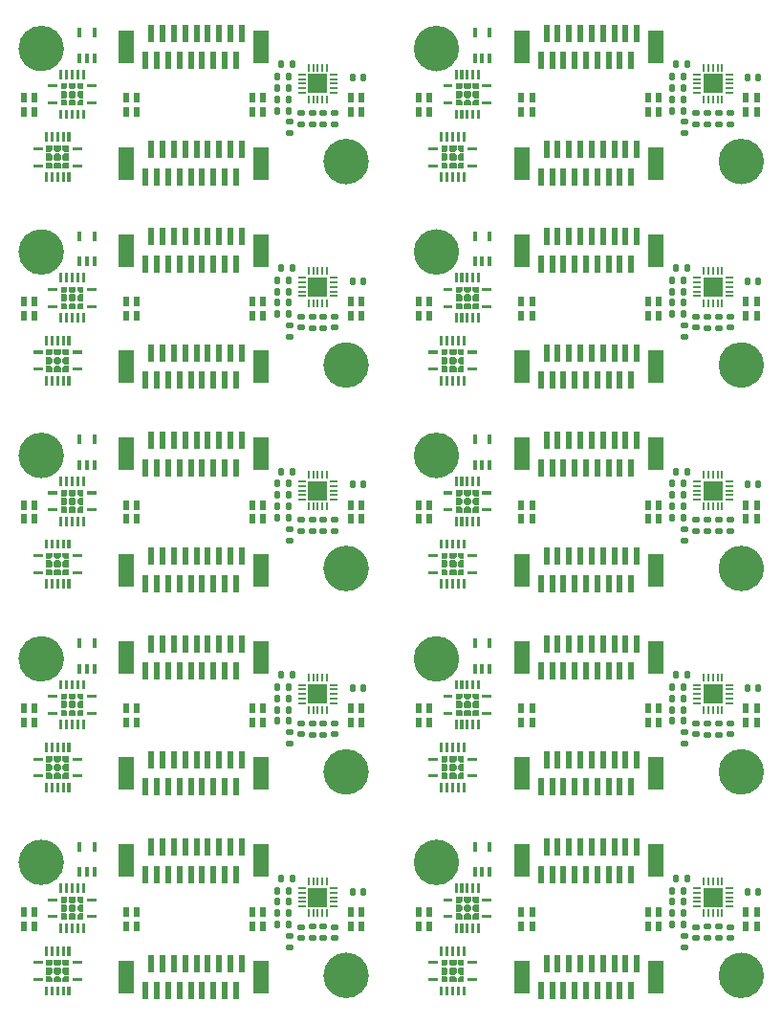
<source format=gbr>
%TF.GenerationSoftware,KiCad,Pcbnew,6.0.8-f2edbf62ab~116~ubuntu22.04.1*%
%TF.CreationDate,2022-10-31T09:01:50+00:00*%
%TF.ProjectId,panel,70616e65-6c2e-46b6-9963-61645f706362,3.0*%
%TF.SameCoordinates,Original*%
%TF.FileFunction,Paste,Top*%
%TF.FilePolarity,Positive*%
%FSLAX46Y46*%
G04 Gerber Fmt 4.6, Leading zero omitted, Abs format (unit mm)*
G04 Created by KiCad (PCBNEW 6.0.8-f2edbf62ab~116~ubuntu22.04.1) date 2022-10-31 09:01:50*
%MOMM*%
%LPD*%
G01*
G04 APERTURE LIST*
G04 Aperture macros list*
%AMRoundRect*
0 Rectangle with rounded corners*
0 $1 Rounding radius*
0 $2 $3 $4 $5 $6 $7 $8 $9 X,Y pos of 4 corners*
0 Add a 4 corners polygon primitive as box body*
4,1,4,$2,$3,$4,$5,$6,$7,$8,$9,$2,$3,0*
0 Add four circle primitives for the rounded corners*
1,1,$1+$1,$2,$3*
1,1,$1+$1,$4,$5*
1,1,$1+$1,$6,$7*
1,1,$1+$1,$8,$9*
0 Add four rect primitives between the rounded corners*
20,1,$1+$1,$2,$3,$4,$5,0*
20,1,$1+$1,$4,$5,$6,$7,0*
20,1,$1+$1,$6,$7,$8,$9,0*
20,1,$1+$1,$8,$9,$2,$3,0*%
G04 Aperture macros list end*
%ADD10C,2.000000*%
%ADD11C,0.100000*%
%ADD12RoundRect,0.140000X-0.170000X0.140000X-0.170000X-0.140000X0.170000X-0.140000X0.170000X0.140000X0*%
%ADD13R,0.508000X1.600200*%
%ADD14R,1.397000X2.895600*%
%ADD15RoundRect,0.135000X0.135000X0.185000X-0.135000X0.185000X-0.135000X-0.185000X0.135000X-0.185000X0*%
%ADD16R,0.508000X0.863600*%
%ADD17RoundRect,0.140000X-0.140000X-0.170000X0.140000X-0.170000X0.140000X0.170000X-0.140000X0.170000X0*%
%ADD18RoundRect,0.135000X-0.185000X0.135000X-0.185000X-0.135000X0.185000X-0.135000X0.185000X0.135000X0*%
%ADD19R,0.304800X0.845299*%
%ADD20RoundRect,0.140000X0.170000X-0.140000X0.170000X0.140000X-0.170000X0.140000X-0.170000X-0.140000X0*%
%ADD21R,0.757199X0.204000*%
%ADD22R,0.204000X0.757199*%
%ADD23R,1.803400X1.803400*%
G04 APERTURE END LIST*
D10*
X45000000Y-81000000D02*
G75*
G03*
X45000000Y-81000000I-1000000J0D01*
G01*
X10000000Y-81000000D02*
G75*
G03*
X10000000Y-81000000I-1000000J0D01*
G01*
X45000000Y-63000000D02*
G75*
G03*
X45000000Y-63000000I-1000000J0D01*
G01*
X10000000Y-63000000D02*
G75*
G03*
X10000000Y-63000000I-1000000J0D01*
G01*
X45000000Y-45000000D02*
G75*
G03*
X45000000Y-45000000I-1000000J0D01*
G01*
X10000000Y-45000000D02*
G75*
G03*
X10000000Y-45000000I-1000000J0D01*
G01*
X10000000Y-27000000D02*
G75*
G03*
X10000000Y-27000000I-1000000J0D01*
G01*
X45000000Y-27000000D02*
G75*
G03*
X45000000Y-27000000I-1000000J0D01*
G01*
X45000000Y-9000000D02*
G75*
G03*
X45000000Y-9000000I-1000000J0D01*
G01*
X10000000Y-9000000D02*
G75*
G03*
X10000000Y-9000000I-1000000J0D01*
G01*
X72000000Y-91000000D02*
G75*
G03*
X72000000Y-91000000I-1000000J0D01*
G01*
X37000000Y-91000000D02*
G75*
G03*
X37000000Y-91000000I-1000000J0D01*
G01*
X72000000Y-73000000D02*
G75*
G03*
X72000000Y-73000000I-1000000J0D01*
G01*
X37000000Y-73000000D02*
G75*
G03*
X37000000Y-73000000I-1000000J0D01*
G01*
X72000000Y-55000000D02*
G75*
G03*
X72000000Y-55000000I-1000000J0D01*
G01*
X37000000Y-55000000D02*
G75*
G03*
X37000000Y-55000000I-1000000J0D01*
G01*
X72000000Y-37000000D02*
G75*
G03*
X72000000Y-37000000I-1000000J0D01*
G01*
X72000000Y-19000000D02*
G75*
G03*
X72000000Y-19000000I-1000000J0D01*
G01*
X37000000Y-37000000D02*
G75*
G03*
X37000000Y-37000000I-1000000J0D01*
G01*
X37000000Y-19000000D02*
G75*
G03*
X37000000Y-19000000I-1000000J0D01*
G01*
%TO.C,U2*%
G36*
X46789154Y-47624642D02*
G01*
X46610846Y-47624642D01*
X46610846Y-46876358D01*
X46789154Y-46876358D01*
X46789154Y-47624642D01*
G37*
D11*
X46789154Y-47624642D02*
X46610846Y-47624642D01*
X46610846Y-46876358D01*
X46789154Y-46876358D01*
X46789154Y-47624642D01*
G36*
X47650070Y-49969571D02*
G01*
X47193700Y-49969571D01*
X47193700Y-49654622D01*
X47335121Y-49513201D01*
X47650070Y-49513201D01*
X47650070Y-49969571D01*
G37*
X47650070Y-49969571D02*
X47193700Y-49969571D01*
X47193700Y-49654622D01*
X47335121Y-49513201D01*
X47650070Y-49513201D01*
X47650070Y-49969571D01*
G36*
X46993700Y-49654622D02*
G01*
X46993700Y-49969571D01*
X46406300Y-49969571D01*
X46406300Y-49654622D01*
X46547721Y-49513201D01*
X46852279Y-49513201D01*
X46993700Y-49654622D01*
G37*
X46993700Y-49654622D02*
X46993700Y-49969571D01*
X46406300Y-49969571D01*
X46406300Y-49654622D01*
X46547721Y-49513201D01*
X46852279Y-49513201D01*
X46993700Y-49654622D01*
G36*
X47650070Y-49313201D02*
G01*
X47335121Y-49313201D01*
X47193700Y-49171780D01*
X47193700Y-48867222D01*
X47335121Y-48725801D01*
X47650070Y-48725801D01*
X47650070Y-49313201D01*
G37*
X47650070Y-49313201D02*
X47335121Y-49313201D01*
X47193700Y-49171780D01*
X47193700Y-48867222D01*
X47335121Y-48725801D01*
X47650070Y-48725801D01*
X47650070Y-49313201D01*
G36*
X47789155Y-47624642D02*
G01*
X47610847Y-47624642D01*
X47610847Y-46876358D01*
X47789155Y-46876358D01*
X47789155Y-47624642D01*
G37*
X47789155Y-47624642D02*
X47610847Y-47624642D01*
X47610847Y-46876358D01*
X47789155Y-46876358D01*
X47789155Y-47624642D01*
G36*
X45789153Y-47624642D02*
G01*
X45610845Y-47624642D01*
X45610845Y-46876358D01*
X45789153Y-46876358D01*
X45789153Y-47624642D01*
G37*
X45789153Y-47624642D02*
X45610845Y-47624642D01*
X45610845Y-46876358D01*
X45789153Y-46876358D01*
X45789153Y-47624642D01*
G36*
X46289155Y-51162644D02*
G01*
X46110847Y-51162644D01*
X46110847Y-50414360D01*
X46289155Y-50414360D01*
X46289155Y-51162644D01*
G37*
X46289155Y-51162644D02*
X46110847Y-51162644D01*
X46110847Y-50414360D01*
X46289155Y-50414360D01*
X46289155Y-51162644D01*
G36*
X46289155Y-47624642D02*
G01*
X46110847Y-47624642D01*
X46110847Y-46876358D01*
X46289155Y-46876358D01*
X46289155Y-47624642D01*
G37*
X46289155Y-47624642D02*
X46110847Y-47624642D01*
X46110847Y-46876358D01*
X46289155Y-46876358D01*
X46289155Y-47624642D01*
G36*
X47789155Y-51162644D02*
G01*
X47610847Y-51162644D01*
X47610847Y-50414360D01*
X47789155Y-50414360D01*
X47789155Y-51162644D01*
G37*
X47789155Y-51162644D02*
X47610847Y-51162644D01*
X47610847Y-50414360D01*
X47789155Y-50414360D01*
X47789155Y-51162644D01*
G36*
X46206300Y-49654622D02*
G01*
X46206300Y-49969571D01*
X45749930Y-49969571D01*
X45749930Y-49513201D01*
X46064879Y-49513201D01*
X46206300Y-49654622D01*
G37*
X46206300Y-49654622D02*
X46206300Y-49969571D01*
X45749930Y-49969571D01*
X45749930Y-49513201D01*
X46064879Y-49513201D01*
X46206300Y-49654622D01*
G36*
X46993700Y-48384380D02*
G01*
X46852279Y-48525801D01*
X46547721Y-48525801D01*
X46406300Y-48384380D01*
X46406300Y-48069431D01*
X46993700Y-48069431D01*
X46993700Y-48384380D01*
G37*
X46993700Y-48384380D02*
X46852279Y-48525801D01*
X46547721Y-48525801D01*
X46406300Y-48384380D01*
X46406300Y-48069431D01*
X46993700Y-48069431D01*
X46993700Y-48384380D01*
G36*
X46206300Y-48384380D02*
G01*
X46064879Y-48525801D01*
X45749930Y-48525801D01*
X45749930Y-48069431D01*
X46206300Y-48069431D01*
X46206300Y-48384380D01*
G37*
X46206300Y-48384380D02*
X46064879Y-48525801D01*
X45749930Y-48525801D01*
X45749930Y-48069431D01*
X46206300Y-48069431D01*
X46206300Y-48384380D01*
G36*
X47289153Y-51162644D02*
G01*
X47110845Y-51162644D01*
X47110845Y-50414360D01*
X47289153Y-50414360D01*
X47289153Y-51162644D01*
G37*
X47289153Y-51162644D02*
X47110845Y-51162644D01*
X47110845Y-50414360D01*
X47289153Y-50414360D01*
X47289153Y-51162644D01*
G36*
X46206300Y-48867222D02*
G01*
X46206300Y-49171780D01*
X46064879Y-49313201D01*
X45749930Y-49313201D01*
X45749930Y-48725801D01*
X46064879Y-48725801D01*
X46206300Y-48867222D01*
G37*
X46206300Y-48867222D02*
X46206300Y-49171780D01*
X46064879Y-49313201D01*
X45749930Y-49313201D01*
X45749930Y-48725801D01*
X46064879Y-48725801D01*
X46206300Y-48867222D01*
G36*
X46993700Y-48867222D02*
G01*
X46993700Y-49171780D01*
X46852279Y-49313201D01*
X46547721Y-49313201D01*
X46406300Y-49171780D01*
X46406300Y-48867222D01*
X46547721Y-48725801D01*
X46852279Y-48725801D01*
X46993700Y-48867222D01*
G37*
X46993700Y-48867222D02*
X46993700Y-49171780D01*
X46852279Y-49313201D01*
X46547721Y-49313201D01*
X46406300Y-49171780D01*
X46406300Y-48867222D01*
X46547721Y-48725801D01*
X46852279Y-48725801D01*
X46993700Y-48867222D01*
G36*
X46789154Y-51162644D02*
G01*
X46610846Y-51162644D01*
X46610846Y-50414360D01*
X46789154Y-50414360D01*
X46789154Y-51162644D01*
G37*
X46789154Y-51162644D02*
X46610846Y-51162644D01*
X46610846Y-50414360D01*
X46789154Y-50414360D01*
X46789154Y-51162644D01*
G36*
X45343142Y-48358654D02*
G01*
X44594858Y-48358654D01*
X44594858Y-48180346D01*
X45343142Y-48180346D01*
X45343142Y-48358654D01*
G37*
X45343142Y-48358654D02*
X44594858Y-48358654D01*
X44594858Y-48180346D01*
X45343142Y-48180346D01*
X45343142Y-48358654D01*
G36*
X47289153Y-47624642D02*
G01*
X47110845Y-47624642D01*
X47110845Y-46876358D01*
X47289153Y-46876358D01*
X47289153Y-47624642D01*
G37*
X47289153Y-47624642D02*
X47110845Y-47624642D01*
X47110845Y-46876358D01*
X47289153Y-46876358D01*
X47289153Y-47624642D01*
G36*
X47650070Y-48525801D02*
G01*
X47335121Y-48525801D01*
X47193700Y-48384380D01*
X47193700Y-48069431D01*
X47650070Y-48069431D01*
X47650070Y-48525801D01*
G37*
X47650070Y-48525801D02*
X47335121Y-48525801D01*
X47193700Y-48384380D01*
X47193700Y-48069431D01*
X47650070Y-48069431D01*
X47650070Y-48525801D01*
G36*
X45789153Y-51162644D02*
G01*
X45610845Y-51162644D01*
X45610845Y-50414360D01*
X45789153Y-50414360D01*
X45789153Y-51162644D01*
G37*
X45789153Y-51162644D02*
X45610845Y-51162644D01*
X45610845Y-50414360D01*
X45789153Y-50414360D01*
X45789153Y-51162644D01*
G36*
X48805142Y-49858656D02*
G01*
X48056858Y-49858656D01*
X48056858Y-49680348D01*
X48805142Y-49680348D01*
X48805142Y-49858656D01*
G37*
X48805142Y-49858656D02*
X48056858Y-49858656D01*
X48056858Y-49680348D01*
X48805142Y-49680348D01*
X48805142Y-49858656D01*
G36*
X45343142Y-49858656D02*
G01*
X44594858Y-49858656D01*
X44594858Y-49680348D01*
X45343142Y-49680348D01*
X45343142Y-49858656D01*
G37*
X45343142Y-49858656D02*
X44594858Y-49858656D01*
X44594858Y-49680348D01*
X45343142Y-49680348D01*
X45343142Y-49858656D01*
G36*
X48805142Y-48358654D02*
G01*
X48056858Y-48358654D01*
X48056858Y-48180346D01*
X48805142Y-48180346D01*
X48805142Y-48358654D01*
G37*
X48805142Y-48358654D02*
X48056858Y-48358654D01*
X48056858Y-48180346D01*
X48805142Y-48180346D01*
X48805142Y-48358654D01*
G36*
X12650070Y-13969571D02*
G01*
X12193700Y-13969571D01*
X12193700Y-13654622D01*
X12335121Y-13513201D01*
X12650070Y-13513201D01*
X12650070Y-13969571D01*
G37*
X12650070Y-13969571D02*
X12193700Y-13969571D01*
X12193700Y-13654622D01*
X12335121Y-13513201D01*
X12650070Y-13513201D01*
X12650070Y-13969571D01*
G36*
X11289155Y-15162644D02*
G01*
X11110847Y-15162644D01*
X11110847Y-14414360D01*
X11289155Y-14414360D01*
X11289155Y-15162644D01*
G37*
X11289155Y-15162644D02*
X11110847Y-15162644D01*
X11110847Y-14414360D01*
X11289155Y-14414360D01*
X11289155Y-15162644D01*
G36*
X11993700Y-12867222D02*
G01*
X11993700Y-13171780D01*
X11852279Y-13313201D01*
X11547721Y-13313201D01*
X11406300Y-13171780D01*
X11406300Y-12867222D01*
X11547721Y-12725801D01*
X11852279Y-12725801D01*
X11993700Y-12867222D01*
G37*
X11993700Y-12867222D02*
X11993700Y-13171780D01*
X11852279Y-13313201D01*
X11547721Y-13313201D01*
X11406300Y-13171780D01*
X11406300Y-12867222D01*
X11547721Y-12725801D01*
X11852279Y-12725801D01*
X11993700Y-12867222D01*
G36*
X10343142Y-13858656D02*
G01*
X9594858Y-13858656D01*
X9594858Y-13680348D01*
X10343142Y-13680348D01*
X10343142Y-13858656D01*
G37*
X10343142Y-13858656D02*
X9594858Y-13858656D01*
X9594858Y-13680348D01*
X10343142Y-13680348D01*
X10343142Y-13858656D01*
G36*
X11789154Y-15162644D02*
G01*
X11610846Y-15162644D01*
X11610846Y-14414360D01*
X11789154Y-14414360D01*
X11789154Y-15162644D01*
G37*
X11789154Y-15162644D02*
X11610846Y-15162644D01*
X11610846Y-14414360D01*
X11789154Y-14414360D01*
X11789154Y-15162644D01*
G36*
X11206300Y-12384380D02*
G01*
X11064879Y-12525801D01*
X10749930Y-12525801D01*
X10749930Y-12069431D01*
X11206300Y-12069431D01*
X11206300Y-12384380D01*
G37*
X11206300Y-12384380D02*
X11064879Y-12525801D01*
X10749930Y-12525801D01*
X10749930Y-12069431D01*
X11206300Y-12069431D01*
X11206300Y-12384380D01*
G36*
X11206300Y-13654622D02*
G01*
X11206300Y-13969571D01*
X10749930Y-13969571D01*
X10749930Y-13513201D01*
X11064879Y-13513201D01*
X11206300Y-13654622D01*
G37*
X11206300Y-13654622D02*
X11206300Y-13969571D01*
X10749930Y-13969571D01*
X10749930Y-13513201D01*
X11064879Y-13513201D01*
X11206300Y-13654622D01*
G36*
X12789155Y-11624642D02*
G01*
X12610847Y-11624642D01*
X12610847Y-10876358D01*
X12789155Y-10876358D01*
X12789155Y-11624642D01*
G37*
X12789155Y-11624642D02*
X12610847Y-11624642D01*
X12610847Y-10876358D01*
X12789155Y-10876358D01*
X12789155Y-11624642D01*
G36*
X12650070Y-12525801D02*
G01*
X12335121Y-12525801D01*
X12193700Y-12384380D01*
X12193700Y-12069431D01*
X12650070Y-12069431D01*
X12650070Y-12525801D01*
G37*
X12650070Y-12525801D02*
X12335121Y-12525801D01*
X12193700Y-12384380D01*
X12193700Y-12069431D01*
X12650070Y-12069431D01*
X12650070Y-12525801D01*
G36*
X12289153Y-15162644D02*
G01*
X12110845Y-15162644D01*
X12110845Y-14414360D01*
X12289153Y-14414360D01*
X12289153Y-15162644D01*
G37*
X12289153Y-15162644D02*
X12110845Y-15162644D01*
X12110845Y-14414360D01*
X12289153Y-14414360D01*
X12289153Y-15162644D01*
G36*
X10789153Y-15162644D02*
G01*
X10610845Y-15162644D01*
X10610845Y-14414360D01*
X10789153Y-14414360D01*
X10789153Y-15162644D01*
G37*
X10789153Y-15162644D02*
X10610845Y-15162644D01*
X10610845Y-14414360D01*
X10789153Y-14414360D01*
X10789153Y-15162644D01*
G36*
X10343142Y-12358654D02*
G01*
X9594858Y-12358654D01*
X9594858Y-12180346D01*
X10343142Y-12180346D01*
X10343142Y-12358654D01*
G37*
X10343142Y-12358654D02*
X9594858Y-12358654D01*
X9594858Y-12180346D01*
X10343142Y-12180346D01*
X10343142Y-12358654D01*
G36*
X11789154Y-11624642D02*
G01*
X11610846Y-11624642D01*
X11610846Y-10876358D01*
X11789154Y-10876358D01*
X11789154Y-11624642D01*
G37*
X11789154Y-11624642D02*
X11610846Y-11624642D01*
X11610846Y-10876358D01*
X11789154Y-10876358D01*
X11789154Y-11624642D01*
G36*
X11993700Y-13654622D02*
G01*
X11993700Y-13969571D01*
X11406300Y-13969571D01*
X11406300Y-13654622D01*
X11547721Y-13513201D01*
X11852279Y-13513201D01*
X11993700Y-13654622D01*
G37*
X11993700Y-13654622D02*
X11993700Y-13969571D01*
X11406300Y-13969571D01*
X11406300Y-13654622D01*
X11547721Y-13513201D01*
X11852279Y-13513201D01*
X11993700Y-13654622D01*
G36*
X12789155Y-15162644D02*
G01*
X12610847Y-15162644D01*
X12610847Y-14414360D01*
X12789155Y-14414360D01*
X12789155Y-15162644D01*
G37*
X12789155Y-15162644D02*
X12610847Y-15162644D01*
X12610847Y-14414360D01*
X12789155Y-14414360D01*
X12789155Y-15162644D01*
G36*
X11289155Y-11624642D02*
G01*
X11110847Y-11624642D01*
X11110847Y-10876358D01*
X11289155Y-10876358D01*
X11289155Y-11624642D01*
G37*
X11289155Y-11624642D02*
X11110847Y-11624642D01*
X11110847Y-10876358D01*
X11289155Y-10876358D01*
X11289155Y-11624642D01*
G36*
X10789153Y-11624642D02*
G01*
X10610845Y-11624642D01*
X10610845Y-10876358D01*
X10789153Y-10876358D01*
X10789153Y-11624642D01*
G37*
X10789153Y-11624642D02*
X10610845Y-11624642D01*
X10610845Y-10876358D01*
X10789153Y-10876358D01*
X10789153Y-11624642D01*
G36*
X11993700Y-12384380D02*
G01*
X11852279Y-12525801D01*
X11547721Y-12525801D01*
X11406300Y-12384380D01*
X11406300Y-12069431D01*
X11993700Y-12069431D01*
X11993700Y-12384380D01*
G37*
X11993700Y-12384380D02*
X11852279Y-12525801D01*
X11547721Y-12525801D01*
X11406300Y-12384380D01*
X11406300Y-12069431D01*
X11993700Y-12069431D01*
X11993700Y-12384380D01*
G36*
X12289153Y-11624642D02*
G01*
X12110845Y-11624642D01*
X12110845Y-10876358D01*
X12289153Y-10876358D01*
X12289153Y-11624642D01*
G37*
X12289153Y-11624642D02*
X12110845Y-11624642D01*
X12110845Y-10876358D01*
X12289153Y-10876358D01*
X12289153Y-11624642D01*
G36*
X11206300Y-12867222D02*
G01*
X11206300Y-13171780D01*
X11064879Y-13313201D01*
X10749930Y-13313201D01*
X10749930Y-12725801D01*
X11064879Y-12725801D01*
X11206300Y-12867222D01*
G37*
X11206300Y-12867222D02*
X11206300Y-13171780D01*
X11064879Y-13313201D01*
X10749930Y-13313201D01*
X10749930Y-12725801D01*
X11064879Y-12725801D01*
X11206300Y-12867222D01*
G36*
X12650070Y-13313201D02*
G01*
X12335121Y-13313201D01*
X12193700Y-13171780D01*
X12193700Y-12867222D01*
X12335121Y-12725801D01*
X12650070Y-12725801D01*
X12650070Y-13313201D01*
G37*
X12650070Y-13313201D02*
X12335121Y-13313201D01*
X12193700Y-13171780D01*
X12193700Y-12867222D01*
X12335121Y-12725801D01*
X12650070Y-12725801D01*
X12650070Y-13313201D01*
G36*
X13805142Y-12358654D02*
G01*
X13056858Y-12358654D01*
X13056858Y-12180346D01*
X13805142Y-12180346D01*
X13805142Y-12358654D01*
G37*
X13805142Y-12358654D02*
X13056858Y-12358654D01*
X13056858Y-12180346D01*
X13805142Y-12180346D01*
X13805142Y-12358654D01*
G36*
X13805142Y-13858656D02*
G01*
X13056858Y-13858656D01*
X13056858Y-13680348D01*
X13805142Y-13680348D01*
X13805142Y-13858656D01*
G37*
X13805142Y-13858656D02*
X13056858Y-13858656D01*
X13056858Y-13680348D01*
X13805142Y-13680348D01*
X13805142Y-13858656D01*
G36*
X10343142Y-66358654D02*
G01*
X9594858Y-66358654D01*
X9594858Y-66180346D01*
X10343142Y-66180346D01*
X10343142Y-66358654D01*
G37*
X10343142Y-66358654D02*
X9594858Y-66358654D01*
X9594858Y-66180346D01*
X10343142Y-66180346D01*
X10343142Y-66358654D01*
G36*
X12289153Y-65624642D02*
G01*
X12110845Y-65624642D01*
X12110845Y-64876358D01*
X12289153Y-64876358D01*
X12289153Y-65624642D01*
G37*
X12289153Y-65624642D02*
X12110845Y-65624642D01*
X12110845Y-64876358D01*
X12289153Y-64876358D01*
X12289153Y-65624642D01*
G36*
X10343142Y-67858656D02*
G01*
X9594858Y-67858656D01*
X9594858Y-67680348D01*
X10343142Y-67680348D01*
X10343142Y-67858656D01*
G37*
X10343142Y-67858656D02*
X9594858Y-67858656D01*
X9594858Y-67680348D01*
X10343142Y-67680348D01*
X10343142Y-67858656D01*
G36*
X10789153Y-65624642D02*
G01*
X10610845Y-65624642D01*
X10610845Y-64876358D01*
X10789153Y-64876358D01*
X10789153Y-65624642D01*
G37*
X10789153Y-65624642D02*
X10610845Y-65624642D01*
X10610845Y-64876358D01*
X10789153Y-64876358D01*
X10789153Y-65624642D01*
G36*
X12789155Y-65624642D02*
G01*
X12610847Y-65624642D01*
X12610847Y-64876358D01*
X12789155Y-64876358D01*
X12789155Y-65624642D01*
G37*
X12789155Y-65624642D02*
X12610847Y-65624642D01*
X12610847Y-64876358D01*
X12789155Y-64876358D01*
X12789155Y-65624642D01*
G36*
X11289155Y-65624642D02*
G01*
X11110847Y-65624642D01*
X11110847Y-64876358D01*
X11289155Y-64876358D01*
X11289155Y-65624642D01*
G37*
X11289155Y-65624642D02*
X11110847Y-65624642D01*
X11110847Y-64876358D01*
X11289155Y-64876358D01*
X11289155Y-65624642D01*
G36*
X11206300Y-66867222D02*
G01*
X11206300Y-67171780D01*
X11064879Y-67313201D01*
X10749930Y-67313201D01*
X10749930Y-66725801D01*
X11064879Y-66725801D01*
X11206300Y-66867222D01*
G37*
X11206300Y-66867222D02*
X11206300Y-67171780D01*
X11064879Y-67313201D01*
X10749930Y-67313201D01*
X10749930Y-66725801D01*
X11064879Y-66725801D01*
X11206300Y-66867222D01*
G36*
X11789154Y-69162644D02*
G01*
X11610846Y-69162644D01*
X11610846Y-68414360D01*
X11789154Y-68414360D01*
X11789154Y-69162644D01*
G37*
X11789154Y-69162644D02*
X11610846Y-69162644D01*
X11610846Y-68414360D01*
X11789154Y-68414360D01*
X11789154Y-69162644D01*
G36*
X11789154Y-65624642D02*
G01*
X11610846Y-65624642D01*
X11610846Y-64876358D01*
X11789154Y-64876358D01*
X11789154Y-65624642D01*
G37*
X11789154Y-65624642D02*
X11610846Y-65624642D01*
X11610846Y-64876358D01*
X11789154Y-64876358D01*
X11789154Y-65624642D01*
G36*
X11289155Y-69162644D02*
G01*
X11110847Y-69162644D01*
X11110847Y-68414360D01*
X11289155Y-68414360D01*
X11289155Y-69162644D01*
G37*
X11289155Y-69162644D02*
X11110847Y-69162644D01*
X11110847Y-68414360D01*
X11289155Y-68414360D01*
X11289155Y-69162644D01*
G36*
X11993700Y-66867222D02*
G01*
X11993700Y-67171780D01*
X11852279Y-67313201D01*
X11547721Y-67313201D01*
X11406300Y-67171780D01*
X11406300Y-66867222D01*
X11547721Y-66725801D01*
X11852279Y-66725801D01*
X11993700Y-66867222D01*
G37*
X11993700Y-66867222D02*
X11993700Y-67171780D01*
X11852279Y-67313201D01*
X11547721Y-67313201D01*
X11406300Y-67171780D01*
X11406300Y-66867222D01*
X11547721Y-66725801D01*
X11852279Y-66725801D01*
X11993700Y-66867222D01*
G36*
X12650070Y-67313201D02*
G01*
X12335121Y-67313201D01*
X12193700Y-67171780D01*
X12193700Y-66867222D01*
X12335121Y-66725801D01*
X12650070Y-66725801D01*
X12650070Y-67313201D01*
G37*
X12650070Y-67313201D02*
X12335121Y-67313201D01*
X12193700Y-67171780D01*
X12193700Y-66867222D01*
X12335121Y-66725801D01*
X12650070Y-66725801D01*
X12650070Y-67313201D01*
G36*
X12650070Y-66525801D02*
G01*
X12335121Y-66525801D01*
X12193700Y-66384380D01*
X12193700Y-66069431D01*
X12650070Y-66069431D01*
X12650070Y-66525801D01*
G37*
X12650070Y-66525801D02*
X12335121Y-66525801D01*
X12193700Y-66384380D01*
X12193700Y-66069431D01*
X12650070Y-66069431D01*
X12650070Y-66525801D01*
G36*
X11993700Y-67654622D02*
G01*
X11993700Y-67969571D01*
X11406300Y-67969571D01*
X11406300Y-67654622D01*
X11547721Y-67513201D01*
X11852279Y-67513201D01*
X11993700Y-67654622D01*
G37*
X11993700Y-67654622D02*
X11993700Y-67969571D01*
X11406300Y-67969571D01*
X11406300Y-67654622D01*
X11547721Y-67513201D01*
X11852279Y-67513201D01*
X11993700Y-67654622D01*
G36*
X12650070Y-67969571D02*
G01*
X12193700Y-67969571D01*
X12193700Y-67654622D01*
X12335121Y-67513201D01*
X12650070Y-67513201D01*
X12650070Y-67969571D01*
G37*
X12650070Y-67969571D02*
X12193700Y-67969571D01*
X12193700Y-67654622D01*
X12335121Y-67513201D01*
X12650070Y-67513201D01*
X12650070Y-67969571D01*
G36*
X13805142Y-67858656D02*
G01*
X13056858Y-67858656D01*
X13056858Y-67680348D01*
X13805142Y-67680348D01*
X13805142Y-67858656D01*
G37*
X13805142Y-67858656D02*
X13056858Y-67858656D01*
X13056858Y-67680348D01*
X13805142Y-67680348D01*
X13805142Y-67858656D01*
G36*
X11206300Y-66384380D02*
G01*
X11064879Y-66525801D01*
X10749930Y-66525801D01*
X10749930Y-66069431D01*
X11206300Y-66069431D01*
X11206300Y-66384380D01*
G37*
X11206300Y-66384380D02*
X11064879Y-66525801D01*
X10749930Y-66525801D01*
X10749930Y-66069431D01*
X11206300Y-66069431D01*
X11206300Y-66384380D01*
G36*
X12289153Y-69162644D02*
G01*
X12110845Y-69162644D01*
X12110845Y-68414360D01*
X12289153Y-68414360D01*
X12289153Y-69162644D01*
G37*
X12289153Y-69162644D02*
X12110845Y-69162644D01*
X12110845Y-68414360D01*
X12289153Y-68414360D01*
X12289153Y-69162644D01*
G36*
X12789155Y-69162644D02*
G01*
X12610847Y-69162644D01*
X12610847Y-68414360D01*
X12789155Y-68414360D01*
X12789155Y-69162644D01*
G37*
X12789155Y-69162644D02*
X12610847Y-69162644D01*
X12610847Y-68414360D01*
X12789155Y-68414360D01*
X12789155Y-69162644D01*
G36*
X11206300Y-67654622D02*
G01*
X11206300Y-67969571D01*
X10749930Y-67969571D01*
X10749930Y-67513201D01*
X11064879Y-67513201D01*
X11206300Y-67654622D01*
G37*
X11206300Y-67654622D02*
X11206300Y-67969571D01*
X10749930Y-67969571D01*
X10749930Y-67513201D01*
X11064879Y-67513201D01*
X11206300Y-67654622D01*
G36*
X11993700Y-66384380D02*
G01*
X11852279Y-66525801D01*
X11547721Y-66525801D01*
X11406300Y-66384380D01*
X11406300Y-66069431D01*
X11993700Y-66069431D01*
X11993700Y-66384380D01*
G37*
X11993700Y-66384380D02*
X11852279Y-66525801D01*
X11547721Y-66525801D01*
X11406300Y-66384380D01*
X11406300Y-66069431D01*
X11993700Y-66069431D01*
X11993700Y-66384380D01*
G36*
X10789153Y-69162644D02*
G01*
X10610845Y-69162644D01*
X10610845Y-68414360D01*
X10789153Y-68414360D01*
X10789153Y-69162644D01*
G37*
X10789153Y-69162644D02*
X10610845Y-69162644D01*
X10610845Y-68414360D01*
X10789153Y-68414360D01*
X10789153Y-69162644D01*
G36*
X13805142Y-66358654D02*
G01*
X13056858Y-66358654D01*
X13056858Y-66180346D01*
X13805142Y-66180346D01*
X13805142Y-66358654D01*
G37*
X13805142Y-66358654D02*
X13056858Y-66358654D01*
X13056858Y-66180346D01*
X13805142Y-66180346D01*
X13805142Y-66358654D01*
%TO.C,U4*%
G36*
X44906301Y-53933880D02*
G01*
X44764880Y-54075301D01*
X44449931Y-54075301D01*
X44449931Y-53618931D01*
X44906301Y-53618931D01*
X44906301Y-53933880D01*
G37*
X44906301Y-53933880D02*
X44764880Y-54075301D01*
X44449931Y-54075301D01*
X44449931Y-53618931D01*
X44906301Y-53618931D01*
X44906301Y-53933880D01*
G36*
X44906301Y-54416722D02*
G01*
X44906301Y-54721280D01*
X44764880Y-54862701D01*
X44449931Y-54862701D01*
X44449931Y-54275301D01*
X44764880Y-54275301D01*
X44906301Y-54416722D01*
G37*
X44906301Y-54416722D02*
X44906301Y-54721280D01*
X44764880Y-54862701D01*
X44449931Y-54862701D01*
X44449931Y-54275301D01*
X44764880Y-54275301D01*
X44906301Y-54416722D01*
G36*
X45693701Y-54416722D02*
G01*
X45693701Y-54721280D01*
X45552280Y-54862701D01*
X45247722Y-54862701D01*
X45106301Y-54721280D01*
X45106301Y-54416722D01*
X45247722Y-54275301D01*
X45552280Y-54275301D01*
X45693701Y-54416722D01*
G37*
X45693701Y-54416722D02*
X45693701Y-54721280D01*
X45552280Y-54862701D01*
X45247722Y-54862701D01*
X45106301Y-54721280D01*
X45106301Y-54416722D01*
X45247722Y-54275301D01*
X45552280Y-54275301D01*
X45693701Y-54416722D01*
G36*
X45489155Y-56712144D02*
G01*
X45310847Y-56712144D01*
X45310847Y-55963860D01*
X45489155Y-55963860D01*
X45489155Y-56712144D01*
G37*
X45489155Y-56712144D02*
X45310847Y-56712144D01*
X45310847Y-55963860D01*
X45489155Y-55963860D01*
X45489155Y-56712144D01*
G36*
X44043143Y-55408156D02*
G01*
X43294859Y-55408156D01*
X43294859Y-55229848D01*
X44043143Y-55229848D01*
X44043143Y-55408156D01*
G37*
X44043143Y-55408156D02*
X43294859Y-55408156D01*
X43294859Y-55229848D01*
X44043143Y-55229848D01*
X44043143Y-55408156D01*
G36*
X46489156Y-53174142D02*
G01*
X46310848Y-53174142D01*
X46310848Y-52425858D01*
X46489156Y-52425858D01*
X46489156Y-53174142D01*
G37*
X46489156Y-53174142D02*
X46310848Y-53174142D01*
X46310848Y-52425858D01*
X46489156Y-52425858D01*
X46489156Y-53174142D01*
G36*
X46350071Y-54075301D02*
G01*
X46035122Y-54075301D01*
X45893701Y-53933880D01*
X45893701Y-53618931D01*
X46350071Y-53618931D01*
X46350071Y-54075301D01*
G37*
X46350071Y-54075301D02*
X46035122Y-54075301D01*
X45893701Y-53933880D01*
X45893701Y-53618931D01*
X46350071Y-53618931D01*
X46350071Y-54075301D01*
G36*
X44489154Y-53174142D02*
G01*
X44310846Y-53174142D01*
X44310846Y-52425858D01*
X44489154Y-52425858D01*
X44489154Y-53174142D01*
G37*
X44489154Y-53174142D02*
X44310846Y-53174142D01*
X44310846Y-52425858D01*
X44489154Y-52425858D01*
X44489154Y-53174142D01*
G36*
X46350071Y-54862701D02*
G01*
X46035122Y-54862701D01*
X45893701Y-54721280D01*
X45893701Y-54416722D01*
X46035122Y-54275301D01*
X46350071Y-54275301D01*
X46350071Y-54862701D01*
G37*
X46350071Y-54862701D02*
X46035122Y-54862701D01*
X45893701Y-54721280D01*
X45893701Y-54416722D01*
X46035122Y-54275301D01*
X46350071Y-54275301D01*
X46350071Y-54862701D01*
G36*
X46350071Y-55519071D02*
G01*
X45893701Y-55519071D01*
X45893701Y-55204122D01*
X46035122Y-55062701D01*
X46350071Y-55062701D01*
X46350071Y-55519071D01*
G37*
X46350071Y-55519071D02*
X45893701Y-55519071D01*
X45893701Y-55204122D01*
X46035122Y-55062701D01*
X46350071Y-55062701D01*
X46350071Y-55519071D01*
G36*
X47505143Y-55408156D02*
G01*
X46756859Y-55408156D01*
X46756859Y-55229848D01*
X47505143Y-55229848D01*
X47505143Y-55408156D01*
G37*
X47505143Y-55408156D02*
X46756859Y-55408156D01*
X46756859Y-55229848D01*
X47505143Y-55229848D01*
X47505143Y-55408156D01*
G36*
X45693701Y-53933880D02*
G01*
X45552280Y-54075301D01*
X45247722Y-54075301D01*
X45106301Y-53933880D01*
X45106301Y-53618931D01*
X45693701Y-53618931D01*
X45693701Y-53933880D01*
G37*
X45693701Y-53933880D02*
X45552280Y-54075301D01*
X45247722Y-54075301D01*
X45106301Y-53933880D01*
X45106301Y-53618931D01*
X45693701Y-53618931D01*
X45693701Y-53933880D01*
G36*
X44489154Y-56712144D02*
G01*
X44310846Y-56712144D01*
X44310846Y-55963860D01*
X44489154Y-55963860D01*
X44489154Y-56712144D01*
G37*
X44489154Y-56712144D02*
X44310846Y-56712144D01*
X44310846Y-55963860D01*
X44489154Y-55963860D01*
X44489154Y-56712144D01*
G36*
X47505143Y-53908154D02*
G01*
X46756859Y-53908154D01*
X46756859Y-53729846D01*
X47505143Y-53729846D01*
X47505143Y-53908154D01*
G37*
X47505143Y-53908154D02*
X46756859Y-53908154D01*
X46756859Y-53729846D01*
X47505143Y-53729846D01*
X47505143Y-53908154D01*
G36*
X45693701Y-55204122D02*
G01*
X45693701Y-55519071D01*
X45106301Y-55519071D01*
X45106301Y-55204122D01*
X45247722Y-55062701D01*
X45552280Y-55062701D01*
X45693701Y-55204122D01*
G37*
X45693701Y-55204122D02*
X45693701Y-55519071D01*
X45106301Y-55519071D01*
X45106301Y-55204122D01*
X45247722Y-55062701D01*
X45552280Y-55062701D01*
X45693701Y-55204122D01*
G36*
X44989156Y-56712144D02*
G01*
X44810848Y-56712144D01*
X44810848Y-55963860D01*
X44989156Y-55963860D01*
X44989156Y-56712144D01*
G37*
X44989156Y-56712144D02*
X44810848Y-56712144D01*
X44810848Y-55963860D01*
X44989156Y-55963860D01*
X44989156Y-56712144D01*
G36*
X46489156Y-56712144D02*
G01*
X46310848Y-56712144D01*
X46310848Y-55963860D01*
X46489156Y-55963860D01*
X46489156Y-56712144D01*
G37*
X46489156Y-56712144D02*
X46310848Y-56712144D01*
X46310848Y-55963860D01*
X46489156Y-55963860D01*
X46489156Y-56712144D01*
G36*
X45489155Y-53174142D02*
G01*
X45310847Y-53174142D01*
X45310847Y-52425858D01*
X45489155Y-52425858D01*
X45489155Y-53174142D01*
G37*
X45489155Y-53174142D02*
X45310847Y-53174142D01*
X45310847Y-52425858D01*
X45489155Y-52425858D01*
X45489155Y-53174142D01*
G36*
X44989156Y-53174142D02*
G01*
X44810848Y-53174142D01*
X44810848Y-52425858D01*
X44989156Y-52425858D01*
X44989156Y-53174142D01*
G37*
X44989156Y-53174142D02*
X44810848Y-53174142D01*
X44810848Y-52425858D01*
X44989156Y-52425858D01*
X44989156Y-53174142D01*
G36*
X45989154Y-56712144D02*
G01*
X45810846Y-56712144D01*
X45810846Y-55963860D01*
X45989154Y-55963860D01*
X45989154Y-56712144D01*
G37*
X45989154Y-56712144D02*
X45810846Y-56712144D01*
X45810846Y-55963860D01*
X45989154Y-55963860D01*
X45989154Y-56712144D01*
G36*
X44043143Y-53908154D02*
G01*
X43294859Y-53908154D01*
X43294859Y-53729846D01*
X44043143Y-53729846D01*
X44043143Y-53908154D01*
G37*
X44043143Y-53908154D02*
X43294859Y-53908154D01*
X43294859Y-53729846D01*
X44043143Y-53729846D01*
X44043143Y-53908154D01*
G36*
X44906301Y-55204122D02*
G01*
X44906301Y-55519071D01*
X44449931Y-55519071D01*
X44449931Y-55062701D01*
X44764880Y-55062701D01*
X44906301Y-55204122D01*
G37*
X44906301Y-55204122D02*
X44906301Y-55519071D01*
X44449931Y-55519071D01*
X44449931Y-55062701D01*
X44764880Y-55062701D01*
X44906301Y-55204122D01*
G36*
X45989154Y-53174142D02*
G01*
X45810846Y-53174142D01*
X45810846Y-52425858D01*
X45989154Y-52425858D01*
X45989154Y-53174142D01*
G37*
X45989154Y-53174142D02*
X45810846Y-53174142D01*
X45810846Y-52425858D01*
X45989154Y-52425858D01*
X45989154Y-53174142D01*
%TO.C,U2*%
G36*
X11206300Y-84384380D02*
G01*
X11064879Y-84525801D01*
X10749930Y-84525801D01*
X10749930Y-84069431D01*
X11206300Y-84069431D01*
X11206300Y-84384380D01*
G37*
X11206300Y-84384380D02*
X11064879Y-84525801D01*
X10749930Y-84525801D01*
X10749930Y-84069431D01*
X11206300Y-84069431D01*
X11206300Y-84384380D01*
G36*
X12650070Y-85969571D02*
G01*
X12193700Y-85969571D01*
X12193700Y-85654622D01*
X12335121Y-85513201D01*
X12650070Y-85513201D01*
X12650070Y-85969571D01*
G37*
X12650070Y-85969571D02*
X12193700Y-85969571D01*
X12193700Y-85654622D01*
X12335121Y-85513201D01*
X12650070Y-85513201D01*
X12650070Y-85969571D01*
G36*
X12289153Y-83624642D02*
G01*
X12110845Y-83624642D01*
X12110845Y-82876358D01*
X12289153Y-82876358D01*
X12289153Y-83624642D01*
G37*
X12289153Y-83624642D02*
X12110845Y-83624642D01*
X12110845Y-82876358D01*
X12289153Y-82876358D01*
X12289153Y-83624642D01*
G36*
X12650070Y-84525801D02*
G01*
X12335121Y-84525801D01*
X12193700Y-84384380D01*
X12193700Y-84069431D01*
X12650070Y-84069431D01*
X12650070Y-84525801D01*
G37*
X12650070Y-84525801D02*
X12335121Y-84525801D01*
X12193700Y-84384380D01*
X12193700Y-84069431D01*
X12650070Y-84069431D01*
X12650070Y-84525801D01*
G36*
X10343142Y-84358654D02*
G01*
X9594858Y-84358654D01*
X9594858Y-84180346D01*
X10343142Y-84180346D01*
X10343142Y-84358654D01*
G37*
X10343142Y-84358654D02*
X9594858Y-84358654D01*
X9594858Y-84180346D01*
X10343142Y-84180346D01*
X10343142Y-84358654D01*
G36*
X11993700Y-84384380D02*
G01*
X11852279Y-84525801D01*
X11547721Y-84525801D01*
X11406300Y-84384380D01*
X11406300Y-84069431D01*
X11993700Y-84069431D01*
X11993700Y-84384380D01*
G37*
X11993700Y-84384380D02*
X11852279Y-84525801D01*
X11547721Y-84525801D01*
X11406300Y-84384380D01*
X11406300Y-84069431D01*
X11993700Y-84069431D01*
X11993700Y-84384380D01*
G36*
X11993700Y-85654622D02*
G01*
X11993700Y-85969571D01*
X11406300Y-85969571D01*
X11406300Y-85654622D01*
X11547721Y-85513201D01*
X11852279Y-85513201D01*
X11993700Y-85654622D01*
G37*
X11993700Y-85654622D02*
X11993700Y-85969571D01*
X11406300Y-85969571D01*
X11406300Y-85654622D01*
X11547721Y-85513201D01*
X11852279Y-85513201D01*
X11993700Y-85654622D01*
G36*
X11289155Y-83624642D02*
G01*
X11110847Y-83624642D01*
X11110847Y-82876358D01*
X11289155Y-82876358D01*
X11289155Y-83624642D01*
G37*
X11289155Y-83624642D02*
X11110847Y-83624642D01*
X11110847Y-82876358D01*
X11289155Y-82876358D01*
X11289155Y-83624642D01*
G36*
X10343142Y-85858656D02*
G01*
X9594858Y-85858656D01*
X9594858Y-85680348D01*
X10343142Y-85680348D01*
X10343142Y-85858656D01*
G37*
X10343142Y-85858656D02*
X9594858Y-85858656D01*
X9594858Y-85680348D01*
X10343142Y-85680348D01*
X10343142Y-85858656D01*
G36*
X12789155Y-87162644D02*
G01*
X12610847Y-87162644D01*
X12610847Y-86414360D01*
X12789155Y-86414360D01*
X12789155Y-87162644D01*
G37*
X12789155Y-87162644D02*
X12610847Y-87162644D01*
X12610847Y-86414360D01*
X12789155Y-86414360D01*
X12789155Y-87162644D01*
G36*
X10789153Y-83624642D02*
G01*
X10610845Y-83624642D01*
X10610845Y-82876358D01*
X10789153Y-82876358D01*
X10789153Y-83624642D01*
G37*
X10789153Y-83624642D02*
X10610845Y-83624642D01*
X10610845Y-82876358D01*
X10789153Y-82876358D01*
X10789153Y-83624642D01*
G36*
X11206300Y-84867222D02*
G01*
X11206300Y-85171780D01*
X11064879Y-85313201D01*
X10749930Y-85313201D01*
X10749930Y-84725801D01*
X11064879Y-84725801D01*
X11206300Y-84867222D01*
G37*
X11206300Y-84867222D02*
X11206300Y-85171780D01*
X11064879Y-85313201D01*
X10749930Y-85313201D01*
X10749930Y-84725801D01*
X11064879Y-84725801D01*
X11206300Y-84867222D01*
G36*
X11789154Y-87162644D02*
G01*
X11610846Y-87162644D01*
X11610846Y-86414360D01*
X11789154Y-86414360D01*
X11789154Y-87162644D01*
G37*
X11789154Y-87162644D02*
X11610846Y-87162644D01*
X11610846Y-86414360D01*
X11789154Y-86414360D01*
X11789154Y-87162644D01*
G36*
X11289155Y-87162644D02*
G01*
X11110847Y-87162644D01*
X11110847Y-86414360D01*
X11289155Y-86414360D01*
X11289155Y-87162644D01*
G37*
X11289155Y-87162644D02*
X11110847Y-87162644D01*
X11110847Y-86414360D01*
X11289155Y-86414360D01*
X11289155Y-87162644D01*
G36*
X13805142Y-84358654D02*
G01*
X13056858Y-84358654D01*
X13056858Y-84180346D01*
X13805142Y-84180346D01*
X13805142Y-84358654D01*
G37*
X13805142Y-84358654D02*
X13056858Y-84358654D01*
X13056858Y-84180346D01*
X13805142Y-84180346D01*
X13805142Y-84358654D01*
G36*
X12650070Y-85313201D02*
G01*
X12335121Y-85313201D01*
X12193700Y-85171780D01*
X12193700Y-84867222D01*
X12335121Y-84725801D01*
X12650070Y-84725801D01*
X12650070Y-85313201D01*
G37*
X12650070Y-85313201D02*
X12335121Y-85313201D01*
X12193700Y-85171780D01*
X12193700Y-84867222D01*
X12335121Y-84725801D01*
X12650070Y-84725801D01*
X12650070Y-85313201D01*
G36*
X12789155Y-83624642D02*
G01*
X12610847Y-83624642D01*
X12610847Y-82876358D01*
X12789155Y-82876358D01*
X12789155Y-83624642D01*
G37*
X12789155Y-83624642D02*
X12610847Y-83624642D01*
X12610847Y-82876358D01*
X12789155Y-82876358D01*
X12789155Y-83624642D01*
G36*
X11993700Y-84867222D02*
G01*
X11993700Y-85171780D01*
X11852279Y-85313201D01*
X11547721Y-85313201D01*
X11406300Y-85171780D01*
X11406300Y-84867222D01*
X11547721Y-84725801D01*
X11852279Y-84725801D01*
X11993700Y-84867222D01*
G37*
X11993700Y-84867222D02*
X11993700Y-85171780D01*
X11852279Y-85313201D01*
X11547721Y-85313201D01*
X11406300Y-85171780D01*
X11406300Y-84867222D01*
X11547721Y-84725801D01*
X11852279Y-84725801D01*
X11993700Y-84867222D01*
G36*
X13805142Y-85858656D02*
G01*
X13056858Y-85858656D01*
X13056858Y-85680348D01*
X13805142Y-85680348D01*
X13805142Y-85858656D01*
G37*
X13805142Y-85858656D02*
X13056858Y-85858656D01*
X13056858Y-85680348D01*
X13805142Y-85680348D01*
X13805142Y-85858656D01*
G36*
X12289153Y-87162644D02*
G01*
X12110845Y-87162644D01*
X12110845Y-86414360D01*
X12289153Y-86414360D01*
X12289153Y-87162644D01*
G37*
X12289153Y-87162644D02*
X12110845Y-87162644D01*
X12110845Y-86414360D01*
X12289153Y-86414360D01*
X12289153Y-87162644D01*
G36*
X11789154Y-83624642D02*
G01*
X11610846Y-83624642D01*
X11610846Y-82876358D01*
X11789154Y-82876358D01*
X11789154Y-83624642D01*
G37*
X11789154Y-83624642D02*
X11610846Y-83624642D01*
X11610846Y-82876358D01*
X11789154Y-82876358D01*
X11789154Y-83624642D01*
G36*
X11206300Y-85654622D02*
G01*
X11206300Y-85969571D01*
X10749930Y-85969571D01*
X10749930Y-85513201D01*
X11064879Y-85513201D01*
X11206300Y-85654622D01*
G37*
X11206300Y-85654622D02*
X11206300Y-85969571D01*
X10749930Y-85969571D01*
X10749930Y-85513201D01*
X11064879Y-85513201D01*
X11206300Y-85654622D01*
G36*
X10789153Y-87162644D02*
G01*
X10610845Y-87162644D01*
X10610845Y-86414360D01*
X10789153Y-86414360D01*
X10789153Y-87162644D01*
G37*
X10789153Y-87162644D02*
X10610845Y-87162644D01*
X10610845Y-86414360D01*
X10789153Y-86414360D01*
X10789153Y-87162644D01*
%TO.C,U4*%
G36*
X9989156Y-56712144D02*
G01*
X9810848Y-56712144D01*
X9810848Y-55963860D01*
X9989156Y-55963860D01*
X9989156Y-56712144D01*
G37*
X9989156Y-56712144D02*
X9810848Y-56712144D01*
X9810848Y-55963860D01*
X9989156Y-55963860D01*
X9989156Y-56712144D01*
G36*
X9906301Y-53933880D02*
G01*
X9764880Y-54075301D01*
X9449931Y-54075301D01*
X9449931Y-53618931D01*
X9906301Y-53618931D01*
X9906301Y-53933880D01*
G37*
X9906301Y-53933880D02*
X9764880Y-54075301D01*
X9449931Y-54075301D01*
X9449931Y-53618931D01*
X9906301Y-53618931D01*
X9906301Y-53933880D01*
G36*
X9043143Y-55408156D02*
G01*
X8294859Y-55408156D01*
X8294859Y-55229848D01*
X9043143Y-55229848D01*
X9043143Y-55408156D01*
G37*
X9043143Y-55408156D02*
X8294859Y-55408156D01*
X8294859Y-55229848D01*
X9043143Y-55229848D01*
X9043143Y-55408156D01*
G36*
X9043143Y-53908154D02*
G01*
X8294859Y-53908154D01*
X8294859Y-53729846D01*
X9043143Y-53729846D01*
X9043143Y-53908154D01*
G37*
X9043143Y-53908154D02*
X8294859Y-53908154D01*
X8294859Y-53729846D01*
X9043143Y-53729846D01*
X9043143Y-53908154D01*
G36*
X9906301Y-54416722D02*
G01*
X9906301Y-54721280D01*
X9764880Y-54862701D01*
X9449931Y-54862701D01*
X9449931Y-54275301D01*
X9764880Y-54275301D01*
X9906301Y-54416722D01*
G37*
X9906301Y-54416722D02*
X9906301Y-54721280D01*
X9764880Y-54862701D01*
X9449931Y-54862701D01*
X9449931Y-54275301D01*
X9764880Y-54275301D01*
X9906301Y-54416722D01*
G36*
X11350071Y-55519071D02*
G01*
X10893701Y-55519071D01*
X10893701Y-55204122D01*
X11035122Y-55062701D01*
X11350071Y-55062701D01*
X11350071Y-55519071D01*
G37*
X11350071Y-55519071D02*
X10893701Y-55519071D01*
X10893701Y-55204122D01*
X11035122Y-55062701D01*
X11350071Y-55062701D01*
X11350071Y-55519071D01*
G36*
X12505143Y-55408156D02*
G01*
X11756859Y-55408156D01*
X11756859Y-55229848D01*
X12505143Y-55229848D01*
X12505143Y-55408156D01*
G37*
X12505143Y-55408156D02*
X11756859Y-55408156D01*
X11756859Y-55229848D01*
X12505143Y-55229848D01*
X12505143Y-55408156D01*
G36*
X10489155Y-53174142D02*
G01*
X10310847Y-53174142D01*
X10310847Y-52425858D01*
X10489155Y-52425858D01*
X10489155Y-53174142D01*
G37*
X10489155Y-53174142D02*
X10310847Y-53174142D01*
X10310847Y-52425858D01*
X10489155Y-52425858D01*
X10489155Y-53174142D01*
G36*
X11350071Y-54862701D02*
G01*
X11035122Y-54862701D01*
X10893701Y-54721280D01*
X10893701Y-54416722D01*
X11035122Y-54275301D01*
X11350071Y-54275301D01*
X11350071Y-54862701D01*
G37*
X11350071Y-54862701D02*
X11035122Y-54862701D01*
X10893701Y-54721280D01*
X10893701Y-54416722D01*
X11035122Y-54275301D01*
X11350071Y-54275301D01*
X11350071Y-54862701D01*
G36*
X12505143Y-53908154D02*
G01*
X11756859Y-53908154D01*
X11756859Y-53729846D01*
X12505143Y-53729846D01*
X12505143Y-53908154D01*
G37*
X12505143Y-53908154D02*
X11756859Y-53908154D01*
X11756859Y-53729846D01*
X12505143Y-53729846D01*
X12505143Y-53908154D01*
G36*
X11350071Y-54075301D02*
G01*
X11035122Y-54075301D01*
X10893701Y-53933880D01*
X10893701Y-53618931D01*
X11350071Y-53618931D01*
X11350071Y-54075301D01*
G37*
X11350071Y-54075301D02*
X11035122Y-54075301D01*
X10893701Y-53933880D01*
X10893701Y-53618931D01*
X11350071Y-53618931D01*
X11350071Y-54075301D01*
G36*
X10693701Y-53933880D02*
G01*
X10552280Y-54075301D01*
X10247722Y-54075301D01*
X10106301Y-53933880D01*
X10106301Y-53618931D01*
X10693701Y-53618931D01*
X10693701Y-53933880D01*
G37*
X10693701Y-53933880D02*
X10552280Y-54075301D01*
X10247722Y-54075301D01*
X10106301Y-53933880D01*
X10106301Y-53618931D01*
X10693701Y-53618931D01*
X10693701Y-53933880D01*
G36*
X9906301Y-55204122D02*
G01*
X9906301Y-55519071D01*
X9449931Y-55519071D01*
X9449931Y-55062701D01*
X9764880Y-55062701D01*
X9906301Y-55204122D01*
G37*
X9906301Y-55204122D02*
X9906301Y-55519071D01*
X9449931Y-55519071D01*
X9449931Y-55062701D01*
X9764880Y-55062701D01*
X9906301Y-55204122D01*
G36*
X10693701Y-55204122D02*
G01*
X10693701Y-55519071D01*
X10106301Y-55519071D01*
X10106301Y-55204122D01*
X10247722Y-55062701D01*
X10552280Y-55062701D01*
X10693701Y-55204122D01*
G37*
X10693701Y-55204122D02*
X10693701Y-55519071D01*
X10106301Y-55519071D01*
X10106301Y-55204122D01*
X10247722Y-55062701D01*
X10552280Y-55062701D01*
X10693701Y-55204122D01*
G36*
X9989156Y-53174142D02*
G01*
X9810848Y-53174142D01*
X9810848Y-52425858D01*
X9989156Y-52425858D01*
X9989156Y-53174142D01*
G37*
X9989156Y-53174142D02*
X9810848Y-53174142D01*
X9810848Y-52425858D01*
X9989156Y-52425858D01*
X9989156Y-53174142D01*
G36*
X9489154Y-56712144D02*
G01*
X9310846Y-56712144D01*
X9310846Y-55963860D01*
X9489154Y-55963860D01*
X9489154Y-56712144D01*
G37*
X9489154Y-56712144D02*
X9310846Y-56712144D01*
X9310846Y-55963860D01*
X9489154Y-55963860D01*
X9489154Y-56712144D01*
G36*
X10489155Y-56712144D02*
G01*
X10310847Y-56712144D01*
X10310847Y-55963860D01*
X10489155Y-55963860D01*
X10489155Y-56712144D01*
G37*
X10489155Y-56712144D02*
X10310847Y-56712144D01*
X10310847Y-55963860D01*
X10489155Y-55963860D01*
X10489155Y-56712144D01*
G36*
X9489154Y-53174142D02*
G01*
X9310846Y-53174142D01*
X9310846Y-52425858D01*
X9489154Y-52425858D01*
X9489154Y-53174142D01*
G37*
X9489154Y-53174142D02*
X9310846Y-53174142D01*
X9310846Y-52425858D01*
X9489154Y-52425858D01*
X9489154Y-53174142D01*
G36*
X10989154Y-56712144D02*
G01*
X10810846Y-56712144D01*
X10810846Y-55963860D01*
X10989154Y-55963860D01*
X10989154Y-56712144D01*
G37*
X10989154Y-56712144D02*
X10810846Y-56712144D01*
X10810846Y-55963860D01*
X10989154Y-55963860D01*
X10989154Y-56712144D01*
G36*
X10989154Y-53174142D02*
G01*
X10810846Y-53174142D01*
X10810846Y-52425858D01*
X10989154Y-52425858D01*
X10989154Y-53174142D01*
G37*
X10989154Y-53174142D02*
X10810846Y-53174142D01*
X10810846Y-52425858D01*
X10989154Y-52425858D01*
X10989154Y-53174142D01*
G36*
X11489156Y-53174142D02*
G01*
X11310848Y-53174142D01*
X11310848Y-52425858D01*
X11489156Y-52425858D01*
X11489156Y-53174142D01*
G37*
X11489156Y-53174142D02*
X11310848Y-53174142D01*
X11310848Y-52425858D01*
X11489156Y-52425858D01*
X11489156Y-53174142D01*
G36*
X11489156Y-56712144D02*
G01*
X11310848Y-56712144D01*
X11310848Y-55963860D01*
X11489156Y-55963860D01*
X11489156Y-56712144D01*
G37*
X11489156Y-56712144D02*
X11310848Y-56712144D01*
X11310848Y-55963860D01*
X11489156Y-55963860D01*
X11489156Y-56712144D01*
G36*
X10693701Y-54416722D02*
G01*
X10693701Y-54721280D01*
X10552280Y-54862701D01*
X10247722Y-54862701D01*
X10106301Y-54721280D01*
X10106301Y-54416722D01*
X10247722Y-54275301D01*
X10552280Y-54275301D01*
X10693701Y-54416722D01*
G37*
X10693701Y-54416722D02*
X10693701Y-54721280D01*
X10552280Y-54862701D01*
X10247722Y-54862701D01*
X10106301Y-54721280D01*
X10106301Y-54416722D01*
X10247722Y-54275301D01*
X10552280Y-54275301D01*
X10693701Y-54416722D01*
%TO.C,U2*%
G36*
X47289153Y-11624642D02*
G01*
X47110845Y-11624642D01*
X47110845Y-10876358D01*
X47289153Y-10876358D01*
X47289153Y-11624642D01*
G37*
X47289153Y-11624642D02*
X47110845Y-11624642D01*
X47110845Y-10876358D01*
X47289153Y-10876358D01*
X47289153Y-11624642D01*
G36*
X46206300Y-13654622D02*
G01*
X46206300Y-13969571D01*
X45749930Y-13969571D01*
X45749930Y-13513201D01*
X46064879Y-13513201D01*
X46206300Y-13654622D01*
G37*
X46206300Y-13654622D02*
X46206300Y-13969571D01*
X45749930Y-13969571D01*
X45749930Y-13513201D01*
X46064879Y-13513201D01*
X46206300Y-13654622D01*
G36*
X45343142Y-13858656D02*
G01*
X44594858Y-13858656D01*
X44594858Y-13680348D01*
X45343142Y-13680348D01*
X45343142Y-13858656D01*
G37*
X45343142Y-13858656D02*
X44594858Y-13858656D01*
X44594858Y-13680348D01*
X45343142Y-13680348D01*
X45343142Y-13858656D01*
G36*
X48805142Y-12358654D02*
G01*
X48056858Y-12358654D01*
X48056858Y-12180346D01*
X48805142Y-12180346D01*
X48805142Y-12358654D01*
G37*
X48805142Y-12358654D02*
X48056858Y-12358654D01*
X48056858Y-12180346D01*
X48805142Y-12180346D01*
X48805142Y-12358654D01*
G36*
X46789154Y-11624642D02*
G01*
X46610846Y-11624642D01*
X46610846Y-10876358D01*
X46789154Y-10876358D01*
X46789154Y-11624642D01*
G37*
X46789154Y-11624642D02*
X46610846Y-11624642D01*
X46610846Y-10876358D01*
X46789154Y-10876358D01*
X46789154Y-11624642D01*
G36*
X46993700Y-12867222D02*
G01*
X46993700Y-13171780D01*
X46852279Y-13313201D01*
X46547721Y-13313201D01*
X46406300Y-13171780D01*
X46406300Y-12867222D01*
X46547721Y-12725801D01*
X46852279Y-12725801D01*
X46993700Y-12867222D01*
G37*
X46993700Y-12867222D02*
X46993700Y-13171780D01*
X46852279Y-13313201D01*
X46547721Y-13313201D01*
X46406300Y-13171780D01*
X46406300Y-12867222D01*
X46547721Y-12725801D01*
X46852279Y-12725801D01*
X46993700Y-12867222D01*
G36*
X46289155Y-15162644D02*
G01*
X46110847Y-15162644D01*
X46110847Y-14414360D01*
X46289155Y-14414360D01*
X46289155Y-15162644D01*
G37*
X46289155Y-15162644D02*
X46110847Y-15162644D01*
X46110847Y-14414360D01*
X46289155Y-14414360D01*
X46289155Y-15162644D01*
G36*
X46206300Y-12867222D02*
G01*
X46206300Y-13171780D01*
X46064879Y-13313201D01*
X45749930Y-13313201D01*
X45749930Y-12725801D01*
X46064879Y-12725801D01*
X46206300Y-12867222D01*
G37*
X46206300Y-12867222D02*
X46206300Y-13171780D01*
X46064879Y-13313201D01*
X45749930Y-13313201D01*
X45749930Y-12725801D01*
X46064879Y-12725801D01*
X46206300Y-12867222D01*
G36*
X47789155Y-11624642D02*
G01*
X47610847Y-11624642D01*
X47610847Y-10876358D01*
X47789155Y-10876358D01*
X47789155Y-11624642D01*
G37*
X47789155Y-11624642D02*
X47610847Y-11624642D01*
X47610847Y-10876358D01*
X47789155Y-10876358D01*
X47789155Y-11624642D01*
G36*
X46789154Y-15162644D02*
G01*
X46610846Y-15162644D01*
X46610846Y-14414360D01*
X46789154Y-14414360D01*
X46789154Y-15162644D01*
G37*
X46789154Y-15162644D02*
X46610846Y-15162644D01*
X46610846Y-14414360D01*
X46789154Y-14414360D01*
X46789154Y-15162644D01*
G36*
X47650070Y-12525801D02*
G01*
X47335121Y-12525801D01*
X47193700Y-12384380D01*
X47193700Y-12069431D01*
X47650070Y-12069431D01*
X47650070Y-12525801D01*
G37*
X47650070Y-12525801D02*
X47335121Y-12525801D01*
X47193700Y-12384380D01*
X47193700Y-12069431D01*
X47650070Y-12069431D01*
X47650070Y-12525801D01*
G36*
X48805142Y-13858656D02*
G01*
X48056858Y-13858656D01*
X48056858Y-13680348D01*
X48805142Y-13680348D01*
X48805142Y-13858656D01*
G37*
X48805142Y-13858656D02*
X48056858Y-13858656D01*
X48056858Y-13680348D01*
X48805142Y-13680348D01*
X48805142Y-13858656D01*
G36*
X47289153Y-15162644D02*
G01*
X47110845Y-15162644D01*
X47110845Y-14414360D01*
X47289153Y-14414360D01*
X47289153Y-15162644D01*
G37*
X47289153Y-15162644D02*
X47110845Y-15162644D01*
X47110845Y-14414360D01*
X47289153Y-14414360D01*
X47289153Y-15162644D01*
G36*
X46289155Y-11624642D02*
G01*
X46110847Y-11624642D01*
X46110847Y-10876358D01*
X46289155Y-10876358D01*
X46289155Y-11624642D01*
G37*
X46289155Y-11624642D02*
X46110847Y-11624642D01*
X46110847Y-10876358D01*
X46289155Y-10876358D01*
X46289155Y-11624642D01*
G36*
X46993700Y-13654622D02*
G01*
X46993700Y-13969571D01*
X46406300Y-13969571D01*
X46406300Y-13654622D01*
X46547721Y-13513201D01*
X46852279Y-13513201D01*
X46993700Y-13654622D01*
G37*
X46993700Y-13654622D02*
X46993700Y-13969571D01*
X46406300Y-13969571D01*
X46406300Y-13654622D01*
X46547721Y-13513201D01*
X46852279Y-13513201D01*
X46993700Y-13654622D01*
G36*
X47650070Y-13313201D02*
G01*
X47335121Y-13313201D01*
X47193700Y-13171780D01*
X47193700Y-12867222D01*
X47335121Y-12725801D01*
X47650070Y-12725801D01*
X47650070Y-13313201D01*
G37*
X47650070Y-13313201D02*
X47335121Y-13313201D01*
X47193700Y-13171780D01*
X47193700Y-12867222D01*
X47335121Y-12725801D01*
X47650070Y-12725801D01*
X47650070Y-13313201D01*
G36*
X47789155Y-15162644D02*
G01*
X47610847Y-15162644D01*
X47610847Y-14414360D01*
X47789155Y-14414360D01*
X47789155Y-15162644D01*
G37*
X47789155Y-15162644D02*
X47610847Y-15162644D01*
X47610847Y-14414360D01*
X47789155Y-14414360D01*
X47789155Y-15162644D01*
G36*
X47650070Y-13969571D02*
G01*
X47193700Y-13969571D01*
X47193700Y-13654622D01*
X47335121Y-13513201D01*
X47650070Y-13513201D01*
X47650070Y-13969571D01*
G37*
X47650070Y-13969571D02*
X47193700Y-13969571D01*
X47193700Y-13654622D01*
X47335121Y-13513201D01*
X47650070Y-13513201D01*
X47650070Y-13969571D01*
G36*
X45343142Y-12358654D02*
G01*
X44594858Y-12358654D01*
X44594858Y-12180346D01*
X45343142Y-12180346D01*
X45343142Y-12358654D01*
G37*
X45343142Y-12358654D02*
X44594858Y-12358654D01*
X44594858Y-12180346D01*
X45343142Y-12180346D01*
X45343142Y-12358654D01*
G36*
X45789153Y-15162644D02*
G01*
X45610845Y-15162644D01*
X45610845Y-14414360D01*
X45789153Y-14414360D01*
X45789153Y-15162644D01*
G37*
X45789153Y-15162644D02*
X45610845Y-15162644D01*
X45610845Y-14414360D01*
X45789153Y-14414360D01*
X45789153Y-15162644D01*
G36*
X46206300Y-12384380D02*
G01*
X46064879Y-12525801D01*
X45749930Y-12525801D01*
X45749930Y-12069431D01*
X46206300Y-12069431D01*
X46206300Y-12384380D01*
G37*
X46206300Y-12384380D02*
X46064879Y-12525801D01*
X45749930Y-12525801D01*
X45749930Y-12069431D01*
X46206300Y-12069431D01*
X46206300Y-12384380D01*
G36*
X45789153Y-11624642D02*
G01*
X45610845Y-11624642D01*
X45610845Y-10876358D01*
X45789153Y-10876358D01*
X45789153Y-11624642D01*
G37*
X45789153Y-11624642D02*
X45610845Y-11624642D01*
X45610845Y-10876358D01*
X45789153Y-10876358D01*
X45789153Y-11624642D01*
G36*
X46993700Y-12384380D02*
G01*
X46852279Y-12525801D01*
X46547721Y-12525801D01*
X46406300Y-12384380D01*
X46406300Y-12069431D01*
X46993700Y-12069431D01*
X46993700Y-12384380D01*
G37*
X46993700Y-12384380D02*
X46852279Y-12525801D01*
X46547721Y-12525801D01*
X46406300Y-12384380D01*
X46406300Y-12069431D01*
X46993700Y-12069431D01*
X46993700Y-12384380D01*
%TO.C,U4*%
G36*
X45489155Y-92712144D02*
G01*
X45310847Y-92712144D01*
X45310847Y-91963860D01*
X45489155Y-91963860D01*
X45489155Y-92712144D01*
G37*
X45489155Y-92712144D02*
X45310847Y-92712144D01*
X45310847Y-91963860D01*
X45489155Y-91963860D01*
X45489155Y-92712144D01*
G36*
X46350071Y-90862701D02*
G01*
X46035122Y-90862701D01*
X45893701Y-90721280D01*
X45893701Y-90416722D01*
X46035122Y-90275301D01*
X46350071Y-90275301D01*
X46350071Y-90862701D01*
G37*
X46350071Y-90862701D02*
X46035122Y-90862701D01*
X45893701Y-90721280D01*
X45893701Y-90416722D01*
X46035122Y-90275301D01*
X46350071Y-90275301D01*
X46350071Y-90862701D01*
G36*
X45489155Y-89174142D02*
G01*
X45310847Y-89174142D01*
X45310847Y-88425858D01*
X45489155Y-88425858D01*
X45489155Y-89174142D01*
G37*
X45489155Y-89174142D02*
X45310847Y-89174142D01*
X45310847Y-88425858D01*
X45489155Y-88425858D01*
X45489155Y-89174142D01*
G36*
X44489154Y-89174142D02*
G01*
X44310846Y-89174142D01*
X44310846Y-88425858D01*
X44489154Y-88425858D01*
X44489154Y-89174142D01*
G37*
X44489154Y-89174142D02*
X44310846Y-89174142D01*
X44310846Y-88425858D01*
X44489154Y-88425858D01*
X44489154Y-89174142D01*
G36*
X44906301Y-89933880D02*
G01*
X44764880Y-90075301D01*
X44449931Y-90075301D01*
X44449931Y-89618931D01*
X44906301Y-89618931D01*
X44906301Y-89933880D01*
G37*
X44906301Y-89933880D02*
X44764880Y-90075301D01*
X44449931Y-90075301D01*
X44449931Y-89618931D01*
X44906301Y-89618931D01*
X44906301Y-89933880D01*
G36*
X45693701Y-89933880D02*
G01*
X45552280Y-90075301D01*
X45247722Y-90075301D01*
X45106301Y-89933880D01*
X45106301Y-89618931D01*
X45693701Y-89618931D01*
X45693701Y-89933880D01*
G37*
X45693701Y-89933880D02*
X45552280Y-90075301D01*
X45247722Y-90075301D01*
X45106301Y-89933880D01*
X45106301Y-89618931D01*
X45693701Y-89618931D01*
X45693701Y-89933880D01*
G36*
X47505143Y-89908154D02*
G01*
X46756859Y-89908154D01*
X46756859Y-89729846D01*
X47505143Y-89729846D01*
X47505143Y-89908154D01*
G37*
X47505143Y-89908154D02*
X46756859Y-89908154D01*
X46756859Y-89729846D01*
X47505143Y-89729846D01*
X47505143Y-89908154D01*
G36*
X44043143Y-91408156D02*
G01*
X43294859Y-91408156D01*
X43294859Y-91229848D01*
X44043143Y-91229848D01*
X44043143Y-91408156D01*
G37*
X44043143Y-91408156D02*
X43294859Y-91408156D01*
X43294859Y-91229848D01*
X44043143Y-91229848D01*
X44043143Y-91408156D01*
G36*
X46350071Y-91519071D02*
G01*
X45893701Y-91519071D01*
X45893701Y-91204122D01*
X46035122Y-91062701D01*
X46350071Y-91062701D01*
X46350071Y-91519071D01*
G37*
X46350071Y-91519071D02*
X45893701Y-91519071D01*
X45893701Y-91204122D01*
X46035122Y-91062701D01*
X46350071Y-91062701D01*
X46350071Y-91519071D01*
G36*
X44989156Y-92712144D02*
G01*
X44810848Y-92712144D01*
X44810848Y-91963860D01*
X44989156Y-91963860D01*
X44989156Y-92712144D01*
G37*
X44989156Y-92712144D02*
X44810848Y-92712144D01*
X44810848Y-91963860D01*
X44989156Y-91963860D01*
X44989156Y-92712144D01*
G36*
X44906301Y-90416722D02*
G01*
X44906301Y-90721280D01*
X44764880Y-90862701D01*
X44449931Y-90862701D01*
X44449931Y-90275301D01*
X44764880Y-90275301D01*
X44906301Y-90416722D01*
G37*
X44906301Y-90416722D02*
X44906301Y-90721280D01*
X44764880Y-90862701D01*
X44449931Y-90862701D01*
X44449931Y-90275301D01*
X44764880Y-90275301D01*
X44906301Y-90416722D01*
G36*
X45693701Y-90416722D02*
G01*
X45693701Y-90721280D01*
X45552280Y-90862701D01*
X45247722Y-90862701D01*
X45106301Y-90721280D01*
X45106301Y-90416722D01*
X45247722Y-90275301D01*
X45552280Y-90275301D01*
X45693701Y-90416722D01*
G37*
X45693701Y-90416722D02*
X45693701Y-90721280D01*
X45552280Y-90862701D01*
X45247722Y-90862701D01*
X45106301Y-90721280D01*
X45106301Y-90416722D01*
X45247722Y-90275301D01*
X45552280Y-90275301D01*
X45693701Y-90416722D01*
G36*
X44906301Y-91204122D02*
G01*
X44906301Y-91519071D01*
X44449931Y-91519071D01*
X44449931Y-91062701D01*
X44764880Y-91062701D01*
X44906301Y-91204122D01*
G37*
X44906301Y-91204122D02*
X44906301Y-91519071D01*
X44449931Y-91519071D01*
X44449931Y-91062701D01*
X44764880Y-91062701D01*
X44906301Y-91204122D01*
G36*
X46489156Y-92712144D02*
G01*
X46310848Y-92712144D01*
X46310848Y-91963860D01*
X46489156Y-91963860D01*
X46489156Y-92712144D01*
G37*
X46489156Y-92712144D02*
X46310848Y-92712144D01*
X46310848Y-91963860D01*
X46489156Y-91963860D01*
X46489156Y-92712144D01*
G36*
X44489154Y-92712144D02*
G01*
X44310846Y-92712144D01*
X44310846Y-91963860D01*
X44489154Y-91963860D01*
X44489154Y-92712144D01*
G37*
X44489154Y-92712144D02*
X44310846Y-92712144D01*
X44310846Y-91963860D01*
X44489154Y-91963860D01*
X44489154Y-92712144D01*
G36*
X47505143Y-91408156D02*
G01*
X46756859Y-91408156D01*
X46756859Y-91229848D01*
X47505143Y-91229848D01*
X47505143Y-91408156D01*
G37*
X47505143Y-91408156D02*
X46756859Y-91408156D01*
X46756859Y-91229848D01*
X47505143Y-91229848D01*
X47505143Y-91408156D01*
G36*
X44989156Y-89174142D02*
G01*
X44810848Y-89174142D01*
X44810848Y-88425858D01*
X44989156Y-88425858D01*
X44989156Y-89174142D01*
G37*
X44989156Y-89174142D02*
X44810848Y-89174142D01*
X44810848Y-88425858D01*
X44989156Y-88425858D01*
X44989156Y-89174142D01*
G36*
X46489156Y-89174142D02*
G01*
X46310848Y-89174142D01*
X46310848Y-88425858D01*
X46489156Y-88425858D01*
X46489156Y-89174142D01*
G37*
X46489156Y-89174142D02*
X46310848Y-89174142D01*
X46310848Y-88425858D01*
X46489156Y-88425858D01*
X46489156Y-89174142D01*
G36*
X45693701Y-91204122D02*
G01*
X45693701Y-91519071D01*
X45106301Y-91519071D01*
X45106301Y-91204122D01*
X45247722Y-91062701D01*
X45552280Y-91062701D01*
X45693701Y-91204122D01*
G37*
X45693701Y-91204122D02*
X45693701Y-91519071D01*
X45106301Y-91519071D01*
X45106301Y-91204122D01*
X45247722Y-91062701D01*
X45552280Y-91062701D01*
X45693701Y-91204122D01*
G36*
X46350071Y-90075301D02*
G01*
X46035122Y-90075301D01*
X45893701Y-89933880D01*
X45893701Y-89618931D01*
X46350071Y-89618931D01*
X46350071Y-90075301D01*
G37*
X46350071Y-90075301D02*
X46035122Y-90075301D01*
X45893701Y-89933880D01*
X45893701Y-89618931D01*
X46350071Y-89618931D01*
X46350071Y-90075301D01*
G36*
X45989154Y-92712144D02*
G01*
X45810846Y-92712144D01*
X45810846Y-91963860D01*
X45989154Y-91963860D01*
X45989154Y-92712144D01*
G37*
X45989154Y-92712144D02*
X45810846Y-92712144D01*
X45810846Y-91963860D01*
X45989154Y-91963860D01*
X45989154Y-92712144D01*
G36*
X45989154Y-89174142D02*
G01*
X45810846Y-89174142D01*
X45810846Y-88425858D01*
X45989154Y-88425858D01*
X45989154Y-89174142D01*
G37*
X45989154Y-89174142D02*
X45810846Y-89174142D01*
X45810846Y-88425858D01*
X45989154Y-88425858D01*
X45989154Y-89174142D01*
G36*
X44043143Y-89908154D02*
G01*
X43294859Y-89908154D01*
X43294859Y-89729846D01*
X44043143Y-89729846D01*
X44043143Y-89908154D01*
G37*
X44043143Y-89908154D02*
X43294859Y-89908154D01*
X43294859Y-89729846D01*
X44043143Y-89729846D01*
X44043143Y-89908154D01*
G36*
X10693701Y-89933880D02*
G01*
X10552280Y-90075301D01*
X10247722Y-90075301D01*
X10106301Y-89933880D01*
X10106301Y-89618931D01*
X10693701Y-89618931D01*
X10693701Y-89933880D01*
G37*
X10693701Y-89933880D02*
X10552280Y-90075301D01*
X10247722Y-90075301D01*
X10106301Y-89933880D01*
X10106301Y-89618931D01*
X10693701Y-89618931D01*
X10693701Y-89933880D01*
G36*
X11350071Y-90862701D02*
G01*
X11035122Y-90862701D01*
X10893701Y-90721280D01*
X10893701Y-90416722D01*
X11035122Y-90275301D01*
X11350071Y-90275301D01*
X11350071Y-90862701D01*
G37*
X11350071Y-90862701D02*
X11035122Y-90862701D01*
X10893701Y-90721280D01*
X10893701Y-90416722D01*
X11035122Y-90275301D01*
X11350071Y-90275301D01*
X11350071Y-90862701D01*
G36*
X9989156Y-92712144D02*
G01*
X9810848Y-92712144D01*
X9810848Y-91963860D01*
X9989156Y-91963860D01*
X9989156Y-92712144D01*
G37*
X9989156Y-92712144D02*
X9810848Y-92712144D01*
X9810848Y-91963860D01*
X9989156Y-91963860D01*
X9989156Y-92712144D01*
G36*
X9489154Y-92712144D02*
G01*
X9310846Y-92712144D01*
X9310846Y-91963860D01*
X9489154Y-91963860D01*
X9489154Y-92712144D01*
G37*
X9489154Y-92712144D02*
X9310846Y-92712144D01*
X9310846Y-91963860D01*
X9489154Y-91963860D01*
X9489154Y-92712144D01*
G36*
X10693701Y-91204122D02*
G01*
X10693701Y-91519071D01*
X10106301Y-91519071D01*
X10106301Y-91204122D01*
X10247722Y-91062701D01*
X10552280Y-91062701D01*
X10693701Y-91204122D01*
G37*
X10693701Y-91204122D02*
X10693701Y-91519071D01*
X10106301Y-91519071D01*
X10106301Y-91204122D01*
X10247722Y-91062701D01*
X10552280Y-91062701D01*
X10693701Y-91204122D01*
G36*
X10989154Y-89174142D02*
G01*
X10810846Y-89174142D01*
X10810846Y-88425858D01*
X10989154Y-88425858D01*
X10989154Y-89174142D01*
G37*
X10989154Y-89174142D02*
X10810846Y-89174142D01*
X10810846Y-88425858D01*
X10989154Y-88425858D01*
X10989154Y-89174142D01*
G36*
X9489154Y-89174142D02*
G01*
X9310846Y-89174142D01*
X9310846Y-88425858D01*
X9489154Y-88425858D01*
X9489154Y-89174142D01*
G37*
X9489154Y-89174142D02*
X9310846Y-89174142D01*
X9310846Y-88425858D01*
X9489154Y-88425858D01*
X9489154Y-89174142D01*
G36*
X12505143Y-89908154D02*
G01*
X11756859Y-89908154D01*
X11756859Y-89729846D01*
X12505143Y-89729846D01*
X12505143Y-89908154D01*
G37*
X12505143Y-89908154D02*
X11756859Y-89908154D01*
X11756859Y-89729846D01*
X12505143Y-89729846D01*
X12505143Y-89908154D01*
G36*
X11350071Y-91519071D02*
G01*
X10893701Y-91519071D01*
X10893701Y-91204122D01*
X11035122Y-91062701D01*
X11350071Y-91062701D01*
X11350071Y-91519071D01*
G37*
X11350071Y-91519071D02*
X10893701Y-91519071D01*
X10893701Y-91204122D01*
X11035122Y-91062701D01*
X11350071Y-91062701D01*
X11350071Y-91519071D01*
G36*
X10489155Y-92712144D02*
G01*
X10310847Y-92712144D01*
X10310847Y-91963860D01*
X10489155Y-91963860D01*
X10489155Y-92712144D01*
G37*
X10489155Y-92712144D02*
X10310847Y-92712144D01*
X10310847Y-91963860D01*
X10489155Y-91963860D01*
X10489155Y-92712144D01*
G36*
X10489155Y-89174142D02*
G01*
X10310847Y-89174142D01*
X10310847Y-88425858D01*
X10489155Y-88425858D01*
X10489155Y-89174142D01*
G37*
X10489155Y-89174142D02*
X10310847Y-89174142D01*
X10310847Y-88425858D01*
X10489155Y-88425858D01*
X10489155Y-89174142D01*
G36*
X9989156Y-89174142D02*
G01*
X9810848Y-89174142D01*
X9810848Y-88425858D01*
X9989156Y-88425858D01*
X9989156Y-89174142D01*
G37*
X9989156Y-89174142D02*
X9810848Y-89174142D01*
X9810848Y-88425858D01*
X9989156Y-88425858D01*
X9989156Y-89174142D01*
G36*
X11489156Y-92712144D02*
G01*
X11310848Y-92712144D01*
X11310848Y-91963860D01*
X11489156Y-91963860D01*
X11489156Y-92712144D01*
G37*
X11489156Y-92712144D02*
X11310848Y-92712144D01*
X11310848Y-91963860D01*
X11489156Y-91963860D01*
X11489156Y-92712144D01*
G36*
X12505143Y-91408156D02*
G01*
X11756859Y-91408156D01*
X11756859Y-91229848D01*
X12505143Y-91229848D01*
X12505143Y-91408156D01*
G37*
X12505143Y-91408156D02*
X11756859Y-91408156D01*
X11756859Y-91229848D01*
X12505143Y-91229848D01*
X12505143Y-91408156D01*
G36*
X9906301Y-89933880D02*
G01*
X9764880Y-90075301D01*
X9449931Y-90075301D01*
X9449931Y-89618931D01*
X9906301Y-89618931D01*
X9906301Y-89933880D01*
G37*
X9906301Y-89933880D02*
X9764880Y-90075301D01*
X9449931Y-90075301D01*
X9449931Y-89618931D01*
X9906301Y-89618931D01*
X9906301Y-89933880D01*
G36*
X9043143Y-91408156D02*
G01*
X8294859Y-91408156D01*
X8294859Y-91229848D01*
X9043143Y-91229848D01*
X9043143Y-91408156D01*
G37*
X9043143Y-91408156D02*
X8294859Y-91408156D01*
X8294859Y-91229848D01*
X9043143Y-91229848D01*
X9043143Y-91408156D01*
G36*
X9906301Y-91204122D02*
G01*
X9906301Y-91519071D01*
X9449931Y-91519071D01*
X9449931Y-91062701D01*
X9764880Y-91062701D01*
X9906301Y-91204122D01*
G37*
X9906301Y-91204122D02*
X9906301Y-91519071D01*
X9449931Y-91519071D01*
X9449931Y-91062701D01*
X9764880Y-91062701D01*
X9906301Y-91204122D01*
G36*
X10989154Y-92712144D02*
G01*
X10810846Y-92712144D01*
X10810846Y-91963860D01*
X10989154Y-91963860D01*
X10989154Y-92712144D01*
G37*
X10989154Y-92712144D02*
X10810846Y-92712144D01*
X10810846Y-91963860D01*
X10989154Y-91963860D01*
X10989154Y-92712144D01*
G36*
X10693701Y-90416722D02*
G01*
X10693701Y-90721280D01*
X10552280Y-90862701D01*
X10247722Y-90862701D01*
X10106301Y-90721280D01*
X10106301Y-90416722D01*
X10247722Y-90275301D01*
X10552280Y-90275301D01*
X10693701Y-90416722D01*
G37*
X10693701Y-90416722D02*
X10693701Y-90721280D01*
X10552280Y-90862701D01*
X10247722Y-90862701D01*
X10106301Y-90721280D01*
X10106301Y-90416722D01*
X10247722Y-90275301D01*
X10552280Y-90275301D01*
X10693701Y-90416722D01*
G36*
X9906301Y-90416722D02*
G01*
X9906301Y-90721280D01*
X9764880Y-90862701D01*
X9449931Y-90862701D01*
X9449931Y-90275301D01*
X9764880Y-90275301D01*
X9906301Y-90416722D01*
G37*
X9906301Y-90416722D02*
X9906301Y-90721280D01*
X9764880Y-90862701D01*
X9449931Y-90862701D01*
X9449931Y-90275301D01*
X9764880Y-90275301D01*
X9906301Y-90416722D01*
G36*
X11489156Y-89174142D02*
G01*
X11310848Y-89174142D01*
X11310848Y-88425858D01*
X11489156Y-88425858D01*
X11489156Y-89174142D01*
G37*
X11489156Y-89174142D02*
X11310848Y-89174142D01*
X11310848Y-88425858D01*
X11489156Y-88425858D01*
X11489156Y-89174142D01*
G36*
X9043143Y-89908154D02*
G01*
X8294859Y-89908154D01*
X8294859Y-89729846D01*
X9043143Y-89729846D01*
X9043143Y-89908154D01*
G37*
X9043143Y-89908154D02*
X8294859Y-89908154D01*
X8294859Y-89729846D01*
X9043143Y-89729846D01*
X9043143Y-89908154D01*
G36*
X11350071Y-90075301D02*
G01*
X11035122Y-90075301D01*
X10893701Y-89933880D01*
X10893701Y-89618931D01*
X11350071Y-89618931D01*
X11350071Y-90075301D01*
G37*
X11350071Y-90075301D02*
X11035122Y-90075301D01*
X10893701Y-89933880D01*
X10893701Y-89618931D01*
X11350071Y-89618931D01*
X11350071Y-90075301D01*
%TO.C,U2*%
G36*
X46206300Y-30867222D02*
G01*
X46206300Y-31171780D01*
X46064879Y-31313201D01*
X45749930Y-31313201D01*
X45749930Y-30725801D01*
X46064879Y-30725801D01*
X46206300Y-30867222D01*
G37*
X46206300Y-30867222D02*
X46206300Y-31171780D01*
X46064879Y-31313201D01*
X45749930Y-31313201D01*
X45749930Y-30725801D01*
X46064879Y-30725801D01*
X46206300Y-30867222D01*
G36*
X48805142Y-31858656D02*
G01*
X48056858Y-31858656D01*
X48056858Y-31680348D01*
X48805142Y-31680348D01*
X48805142Y-31858656D01*
G37*
X48805142Y-31858656D02*
X48056858Y-31858656D01*
X48056858Y-31680348D01*
X48805142Y-31680348D01*
X48805142Y-31858656D01*
G36*
X47789155Y-29624642D02*
G01*
X47610847Y-29624642D01*
X47610847Y-28876358D01*
X47789155Y-28876358D01*
X47789155Y-29624642D01*
G37*
X47789155Y-29624642D02*
X47610847Y-29624642D01*
X47610847Y-28876358D01*
X47789155Y-28876358D01*
X47789155Y-29624642D01*
G36*
X45343142Y-31858656D02*
G01*
X44594858Y-31858656D01*
X44594858Y-31680348D01*
X45343142Y-31680348D01*
X45343142Y-31858656D01*
G37*
X45343142Y-31858656D02*
X44594858Y-31858656D01*
X44594858Y-31680348D01*
X45343142Y-31680348D01*
X45343142Y-31858656D01*
G36*
X47650070Y-31969571D02*
G01*
X47193700Y-31969571D01*
X47193700Y-31654622D01*
X47335121Y-31513201D01*
X47650070Y-31513201D01*
X47650070Y-31969571D01*
G37*
X47650070Y-31969571D02*
X47193700Y-31969571D01*
X47193700Y-31654622D01*
X47335121Y-31513201D01*
X47650070Y-31513201D01*
X47650070Y-31969571D01*
G36*
X46289155Y-33162644D02*
G01*
X46110847Y-33162644D01*
X46110847Y-32414360D01*
X46289155Y-32414360D01*
X46289155Y-33162644D01*
G37*
X46289155Y-33162644D02*
X46110847Y-33162644D01*
X46110847Y-32414360D01*
X46289155Y-32414360D01*
X46289155Y-33162644D01*
G36*
X45789153Y-29624642D02*
G01*
X45610845Y-29624642D01*
X45610845Y-28876358D01*
X45789153Y-28876358D01*
X45789153Y-29624642D01*
G37*
X45789153Y-29624642D02*
X45610845Y-29624642D01*
X45610845Y-28876358D01*
X45789153Y-28876358D01*
X45789153Y-29624642D01*
G36*
X46789154Y-29624642D02*
G01*
X46610846Y-29624642D01*
X46610846Y-28876358D01*
X46789154Y-28876358D01*
X46789154Y-29624642D01*
G37*
X46789154Y-29624642D02*
X46610846Y-29624642D01*
X46610846Y-28876358D01*
X46789154Y-28876358D01*
X46789154Y-29624642D01*
G36*
X45343142Y-30358654D02*
G01*
X44594858Y-30358654D01*
X44594858Y-30180346D01*
X45343142Y-30180346D01*
X45343142Y-30358654D01*
G37*
X45343142Y-30358654D02*
X44594858Y-30358654D01*
X44594858Y-30180346D01*
X45343142Y-30180346D01*
X45343142Y-30358654D01*
G36*
X47789155Y-33162644D02*
G01*
X47610847Y-33162644D01*
X47610847Y-32414360D01*
X47789155Y-32414360D01*
X47789155Y-33162644D01*
G37*
X47789155Y-33162644D02*
X47610847Y-33162644D01*
X47610847Y-32414360D01*
X47789155Y-32414360D01*
X47789155Y-33162644D01*
G36*
X47650070Y-30525801D02*
G01*
X47335121Y-30525801D01*
X47193700Y-30384380D01*
X47193700Y-30069431D01*
X47650070Y-30069431D01*
X47650070Y-30525801D01*
G37*
X47650070Y-30525801D02*
X47335121Y-30525801D01*
X47193700Y-30384380D01*
X47193700Y-30069431D01*
X47650070Y-30069431D01*
X47650070Y-30525801D01*
G36*
X46993700Y-30867222D02*
G01*
X46993700Y-31171780D01*
X46852279Y-31313201D01*
X46547721Y-31313201D01*
X46406300Y-31171780D01*
X46406300Y-30867222D01*
X46547721Y-30725801D01*
X46852279Y-30725801D01*
X46993700Y-30867222D01*
G37*
X46993700Y-30867222D02*
X46993700Y-31171780D01*
X46852279Y-31313201D01*
X46547721Y-31313201D01*
X46406300Y-31171780D01*
X46406300Y-30867222D01*
X46547721Y-30725801D01*
X46852279Y-30725801D01*
X46993700Y-30867222D01*
G36*
X46206300Y-30384380D02*
G01*
X46064879Y-30525801D01*
X45749930Y-30525801D01*
X45749930Y-30069431D01*
X46206300Y-30069431D01*
X46206300Y-30384380D01*
G37*
X46206300Y-30384380D02*
X46064879Y-30525801D01*
X45749930Y-30525801D01*
X45749930Y-30069431D01*
X46206300Y-30069431D01*
X46206300Y-30384380D01*
G36*
X47650070Y-31313201D02*
G01*
X47335121Y-31313201D01*
X47193700Y-31171780D01*
X47193700Y-30867222D01*
X47335121Y-30725801D01*
X47650070Y-30725801D01*
X47650070Y-31313201D01*
G37*
X47650070Y-31313201D02*
X47335121Y-31313201D01*
X47193700Y-31171780D01*
X47193700Y-30867222D01*
X47335121Y-30725801D01*
X47650070Y-30725801D01*
X47650070Y-31313201D01*
G36*
X46289155Y-29624642D02*
G01*
X46110847Y-29624642D01*
X46110847Y-28876358D01*
X46289155Y-28876358D01*
X46289155Y-29624642D01*
G37*
X46289155Y-29624642D02*
X46110847Y-29624642D01*
X46110847Y-28876358D01*
X46289155Y-28876358D01*
X46289155Y-29624642D01*
G36*
X46789154Y-33162644D02*
G01*
X46610846Y-33162644D01*
X46610846Y-32414360D01*
X46789154Y-32414360D01*
X46789154Y-33162644D01*
G37*
X46789154Y-33162644D02*
X46610846Y-33162644D01*
X46610846Y-32414360D01*
X46789154Y-32414360D01*
X46789154Y-33162644D01*
G36*
X46993700Y-31654622D02*
G01*
X46993700Y-31969571D01*
X46406300Y-31969571D01*
X46406300Y-31654622D01*
X46547721Y-31513201D01*
X46852279Y-31513201D01*
X46993700Y-31654622D01*
G37*
X46993700Y-31654622D02*
X46993700Y-31969571D01*
X46406300Y-31969571D01*
X46406300Y-31654622D01*
X46547721Y-31513201D01*
X46852279Y-31513201D01*
X46993700Y-31654622D01*
G36*
X46206300Y-31654622D02*
G01*
X46206300Y-31969571D01*
X45749930Y-31969571D01*
X45749930Y-31513201D01*
X46064879Y-31513201D01*
X46206300Y-31654622D01*
G37*
X46206300Y-31654622D02*
X46206300Y-31969571D01*
X45749930Y-31969571D01*
X45749930Y-31513201D01*
X46064879Y-31513201D01*
X46206300Y-31654622D01*
G36*
X47289153Y-29624642D02*
G01*
X47110845Y-29624642D01*
X47110845Y-28876358D01*
X47289153Y-28876358D01*
X47289153Y-29624642D01*
G37*
X47289153Y-29624642D02*
X47110845Y-29624642D01*
X47110845Y-28876358D01*
X47289153Y-28876358D01*
X47289153Y-29624642D01*
G36*
X46993700Y-30384380D02*
G01*
X46852279Y-30525801D01*
X46547721Y-30525801D01*
X46406300Y-30384380D01*
X46406300Y-30069431D01*
X46993700Y-30069431D01*
X46993700Y-30384380D01*
G37*
X46993700Y-30384380D02*
X46852279Y-30525801D01*
X46547721Y-30525801D01*
X46406300Y-30384380D01*
X46406300Y-30069431D01*
X46993700Y-30069431D01*
X46993700Y-30384380D01*
G36*
X47289153Y-33162644D02*
G01*
X47110845Y-33162644D01*
X47110845Y-32414360D01*
X47289153Y-32414360D01*
X47289153Y-33162644D01*
G37*
X47289153Y-33162644D02*
X47110845Y-33162644D01*
X47110845Y-32414360D01*
X47289153Y-32414360D01*
X47289153Y-33162644D01*
G36*
X45789153Y-33162644D02*
G01*
X45610845Y-33162644D01*
X45610845Y-32414360D01*
X45789153Y-32414360D01*
X45789153Y-33162644D01*
G37*
X45789153Y-33162644D02*
X45610845Y-33162644D01*
X45610845Y-32414360D01*
X45789153Y-32414360D01*
X45789153Y-33162644D01*
G36*
X48805142Y-30358654D02*
G01*
X48056858Y-30358654D01*
X48056858Y-30180346D01*
X48805142Y-30180346D01*
X48805142Y-30358654D01*
G37*
X48805142Y-30358654D02*
X48056858Y-30358654D01*
X48056858Y-30180346D01*
X48805142Y-30180346D01*
X48805142Y-30358654D01*
%TO.C,U4*%
G36*
X10693701Y-17933880D02*
G01*
X10552280Y-18075301D01*
X10247722Y-18075301D01*
X10106301Y-17933880D01*
X10106301Y-17618931D01*
X10693701Y-17618931D01*
X10693701Y-17933880D01*
G37*
X10693701Y-17933880D02*
X10552280Y-18075301D01*
X10247722Y-18075301D01*
X10106301Y-17933880D01*
X10106301Y-17618931D01*
X10693701Y-17618931D01*
X10693701Y-17933880D01*
G36*
X12505143Y-17908154D02*
G01*
X11756859Y-17908154D01*
X11756859Y-17729846D01*
X12505143Y-17729846D01*
X12505143Y-17908154D01*
G37*
X12505143Y-17908154D02*
X11756859Y-17908154D01*
X11756859Y-17729846D01*
X12505143Y-17729846D01*
X12505143Y-17908154D01*
G36*
X12505143Y-19408156D02*
G01*
X11756859Y-19408156D01*
X11756859Y-19229848D01*
X12505143Y-19229848D01*
X12505143Y-19408156D01*
G37*
X12505143Y-19408156D02*
X11756859Y-19408156D01*
X11756859Y-19229848D01*
X12505143Y-19229848D01*
X12505143Y-19408156D01*
G36*
X9906301Y-17933880D02*
G01*
X9764880Y-18075301D01*
X9449931Y-18075301D01*
X9449931Y-17618931D01*
X9906301Y-17618931D01*
X9906301Y-17933880D01*
G37*
X9906301Y-17933880D02*
X9764880Y-18075301D01*
X9449931Y-18075301D01*
X9449931Y-17618931D01*
X9906301Y-17618931D01*
X9906301Y-17933880D01*
G36*
X11350071Y-19519071D02*
G01*
X10893701Y-19519071D01*
X10893701Y-19204122D01*
X11035122Y-19062701D01*
X11350071Y-19062701D01*
X11350071Y-19519071D01*
G37*
X11350071Y-19519071D02*
X10893701Y-19519071D01*
X10893701Y-19204122D01*
X11035122Y-19062701D01*
X11350071Y-19062701D01*
X11350071Y-19519071D01*
G36*
X10989154Y-17174142D02*
G01*
X10810846Y-17174142D01*
X10810846Y-16425858D01*
X10989154Y-16425858D01*
X10989154Y-17174142D01*
G37*
X10989154Y-17174142D02*
X10810846Y-17174142D01*
X10810846Y-16425858D01*
X10989154Y-16425858D01*
X10989154Y-17174142D01*
G36*
X9906301Y-18416722D02*
G01*
X9906301Y-18721280D01*
X9764880Y-18862701D01*
X9449931Y-18862701D01*
X9449931Y-18275301D01*
X9764880Y-18275301D01*
X9906301Y-18416722D01*
G37*
X9906301Y-18416722D02*
X9906301Y-18721280D01*
X9764880Y-18862701D01*
X9449931Y-18862701D01*
X9449931Y-18275301D01*
X9764880Y-18275301D01*
X9906301Y-18416722D01*
G36*
X10693701Y-19204122D02*
G01*
X10693701Y-19519071D01*
X10106301Y-19519071D01*
X10106301Y-19204122D01*
X10247722Y-19062701D01*
X10552280Y-19062701D01*
X10693701Y-19204122D01*
G37*
X10693701Y-19204122D02*
X10693701Y-19519071D01*
X10106301Y-19519071D01*
X10106301Y-19204122D01*
X10247722Y-19062701D01*
X10552280Y-19062701D01*
X10693701Y-19204122D01*
G36*
X9043143Y-17908154D02*
G01*
X8294859Y-17908154D01*
X8294859Y-17729846D01*
X9043143Y-17729846D01*
X9043143Y-17908154D01*
G37*
X9043143Y-17908154D02*
X8294859Y-17908154D01*
X8294859Y-17729846D01*
X9043143Y-17729846D01*
X9043143Y-17908154D01*
G36*
X10989154Y-20712144D02*
G01*
X10810846Y-20712144D01*
X10810846Y-19963860D01*
X10989154Y-19963860D01*
X10989154Y-20712144D01*
G37*
X10989154Y-20712144D02*
X10810846Y-20712144D01*
X10810846Y-19963860D01*
X10989154Y-19963860D01*
X10989154Y-20712144D01*
G36*
X11350071Y-18862701D02*
G01*
X11035122Y-18862701D01*
X10893701Y-18721280D01*
X10893701Y-18416722D01*
X11035122Y-18275301D01*
X11350071Y-18275301D01*
X11350071Y-18862701D01*
G37*
X11350071Y-18862701D02*
X11035122Y-18862701D01*
X10893701Y-18721280D01*
X10893701Y-18416722D01*
X11035122Y-18275301D01*
X11350071Y-18275301D01*
X11350071Y-18862701D01*
G36*
X11489156Y-17174142D02*
G01*
X11310848Y-17174142D01*
X11310848Y-16425858D01*
X11489156Y-16425858D01*
X11489156Y-17174142D01*
G37*
X11489156Y-17174142D02*
X11310848Y-17174142D01*
X11310848Y-16425858D01*
X11489156Y-16425858D01*
X11489156Y-17174142D01*
G36*
X11489156Y-20712144D02*
G01*
X11310848Y-20712144D01*
X11310848Y-19963860D01*
X11489156Y-19963860D01*
X11489156Y-20712144D01*
G37*
X11489156Y-20712144D02*
X11310848Y-20712144D01*
X11310848Y-19963860D01*
X11489156Y-19963860D01*
X11489156Y-20712144D01*
G36*
X9489154Y-20712144D02*
G01*
X9310846Y-20712144D01*
X9310846Y-19963860D01*
X9489154Y-19963860D01*
X9489154Y-20712144D01*
G37*
X9489154Y-20712144D02*
X9310846Y-20712144D01*
X9310846Y-19963860D01*
X9489154Y-19963860D01*
X9489154Y-20712144D01*
G36*
X11350071Y-18075301D02*
G01*
X11035122Y-18075301D01*
X10893701Y-17933880D01*
X10893701Y-17618931D01*
X11350071Y-17618931D01*
X11350071Y-18075301D01*
G37*
X11350071Y-18075301D02*
X11035122Y-18075301D01*
X10893701Y-17933880D01*
X10893701Y-17618931D01*
X11350071Y-17618931D01*
X11350071Y-18075301D01*
G36*
X9989156Y-20712144D02*
G01*
X9810848Y-20712144D01*
X9810848Y-19963860D01*
X9989156Y-19963860D01*
X9989156Y-20712144D01*
G37*
X9989156Y-20712144D02*
X9810848Y-20712144D01*
X9810848Y-19963860D01*
X9989156Y-19963860D01*
X9989156Y-20712144D01*
G36*
X9989156Y-17174142D02*
G01*
X9810848Y-17174142D01*
X9810848Y-16425858D01*
X9989156Y-16425858D01*
X9989156Y-17174142D01*
G37*
X9989156Y-17174142D02*
X9810848Y-17174142D01*
X9810848Y-16425858D01*
X9989156Y-16425858D01*
X9989156Y-17174142D01*
G36*
X10489155Y-20712144D02*
G01*
X10310847Y-20712144D01*
X10310847Y-19963860D01*
X10489155Y-19963860D01*
X10489155Y-20712144D01*
G37*
X10489155Y-20712144D02*
X10310847Y-20712144D01*
X10310847Y-19963860D01*
X10489155Y-19963860D01*
X10489155Y-20712144D01*
G36*
X10489155Y-17174142D02*
G01*
X10310847Y-17174142D01*
X10310847Y-16425858D01*
X10489155Y-16425858D01*
X10489155Y-17174142D01*
G37*
X10489155Y-17174142D02*
X10310847Y-17174142D01*
X10310847Y-16425858D01*
X10489155Y-16425858D01*
X10489155Y-17174142D01*
G36*
X9043143Y-19408156D02*
G01*
X8294859Y-19408156D01*
X8294859Y-19229848D01*
X9043143Y-19229848D01*
X9043143Y-19408156D01*
G37*
X9043143Y-19408156D02*
X8294859Y-19408156D01*
X8294859Y-19229848D01*
X9043143Y-19229848D01*
X9043143Y-19408156D01*
G36*
X9906301Y-19204122D02*
G01*
X9906301Y-19519071D01*
X9449931Y-19519071D01*
X9449931Y-19062701D01*
X9764880Y-19062701D01*
X9906301Y-19204122D01*
G37*
X9906301Y-19204122D02*
X9906301Y-19519071D01*
X9449931Y-19519071D01*
X9449931Y-19062701D01*
X9764880Y-19062701D01*
X9906301Y-19204122D01*
G36*
X10693701Y-18416722D02*
G01*
X10693701Y-18721280D01*
X10552280Y-18862701D01*
X10247722Y-18862701D01*
X10106301Y-18721280D01*
X10106301Y-18416722D01*
X10247722Y-18275301D01*
X10552280Y-18275301D01*
X10693701Y-18416722D01*
G37*
X10693701Y-18416722D02*
X10693701Y-18721280D01*
X10552280Y-18862701D01*
X10247722Y-18862701D01*
X10106301Y-18721280D01*
X10106301Y-18416722D01*
X10247722Y-18275301D01*
X10552280Y-18275301D01*
X10693701Y-18416722D01*
G36*
X9489154Y-17174142D02*
G01*
X9310846Y-17174142D01*
X9310846Y-16425858D01*
X9489154Y-16425858D01*
X9489154Y-17174142D01*
G37*
X9489154Y-17174142D02*
X9310846Y-17174142D01*
X9310846Y-16425858D01*
X9489154Y-16425858D01*
X9489154Y-17174142D01*
G36*
X44043143Y-35908154D02*
G01*
X43294859Y-35908154D01*
X43294859Y-35729846D01*
X44043143Y-35729846D01*
X44043143Y-35908154D01*
G37*
X44043143Y-35908154D02*
X43294859Y-35908154D01*
X43294859Y-35729846D01*
X44043143Y-35729846D01*
X44043143Y-35908154D01*
G36*
X45693701Y-36416722D02*
G01*
X45693701Y-36721280D01*
X45552280Y-36862701D01*
X45247722Y-36862701D01*
X45106301Y-36721280D01*
X45106301Y-36416722D01*
X45247722Y-36275301D01*
X45552280Y-36275301D01*
X45693701Y-36416722D01*
G37*
X45693701Y-36416722D02*
X45693701Y-36721280D01*
X45552280Y-36862701D01*
X45247722Y-36862701D01*
X45106301Y-36721280D01*
X45106301Y-36416722D01*
X45247722Y-36275301D01*
X45552280Y-36275301D01*
X45693701Y-36416722D01*
G36*
X47505143Y-37408156D02*
G01*
X46756859Y-37408156D01*
X46756859Y-37229848D01*
X47505143Y-37229848D01*
X47505143Y-37408156D01*
G37*
X47505143Y-37408156D02*
X46756859Y-37408156D01*
X46756859Y-37229848D01*
X47505143Y-37229848D01*
X47505143Y-37408156D01*
G36*
X44989156Y-38712144D02*
G01*
X44810848Y-38712144D01*
X44810848Y-37963860D01*
X44989156Y-37963860D01*
X44989156Y-38712144D01*
G37*
X44989156Y-38712144D02*
X44810848Y-38712144D01*
X44810848Y-37963860D01*
X44989156Y-37963860D01*
X44989156Y-38712144D01*
G36*
X44906301Y-36416722D02*
G01*
X44906301Y-36721280D01*
X44764880Y-36862701D01*
X44449931Y-36862701D01*
X44449931Y-36275301D01*
X44764880Y-36275301D01*
X44906301Y-36416722D01*
G37*
X44906301Y-36416722D02*
X44906301Y-36721280D01*
X44764880Y-36862701D01*
X44449931Y-36862701D01*
X44449931Y-36275301D01*
X44764880Y-36275301D01*
X44906301Y-36416722D01*
G36*
X44906301Y-37204122D02*
G01*
X44906301Y-37519071D01*
X44449931Y-37519071D01*
X44449931Y-37062701D01*
X44764880Y-37062701D01*
X44906301Y-37204122D01*
G37*
X44906301Y-37204122D02*
X44906301Y-37519071D01*
X44449931Y-37519071D01*
X44449931Y-37062701D01*
X44764880Y-37062701D01*
X44906301Y-37204122D01*
G36*
X47505143Y-35908154D02*
G01*
X46756859Y-35908154D01*
X46756859Y-35729846D01*
X47505143Y-35729846D01*
X47505143Y-35908154D01*
G37*
X47505143Y-35908154D02*
X46756859Y-35908154D01*
X46756859Y-35729846D01*
X47505143Y-35729846D01*
X47505143Y-35908154D01*
G36*
X44489154Y-38712144D02*
G01*
X44310846Y-38712144D01*
X44310846Y-37963860D01*
X44489154Y-37963860D01*
X44489154Y-38712144D01*
G37*
X44489154Y-38712144D02*
X44310846Y-38712144D01*
X44310846Y-37963860D01*
X44489154Y-37963860D01*
X44489154Y-38712144D01*
G36*
X46489156Y-35174142D02*
G01*
X46310848Y-35174142D01*
X46310848Y-34425858D01*
X46489156Y-34425858D01*
X46489156Y-35174142D01*
G37*
X46489156Y-35174142D02*
X46310848Y-35174142D01*
X46310848Y-34425858D01*
X46489156Y-34425858D01*
X46489156Y-35174142D01*
G36*
X44989156Y-35174142D02*
G01*
X44810848Y-35174142D01*
X44810848Y-34425858D01*
X44989156Y-34425858D01*
X44989156Y-35174142D01*
G37*
X44989156Y-35174142D02*
X44810848Y-35174142D01*
X44810848Y-34425858D01*
X44989156Y-34425858D01*
X44989156Y-35174142D01*
G36*
X45693701Y-35933880D02*
G01*
X45552280Y-36075301D01*
X45247722Y-36075301D01*
X45106301Y-35933880D01*
X45106301Y-35618931D01*
X45693701Y-35618931D01*
X45693701Y-35933880D01*
G37*
X45693701Y-35933880D02*
X45552280Y-36075301D01*
X45247722Y-36075301D01*
X45106301Y-35933880D01*
X45106301Y-35618931D01*
X45693701Y-35618931D01*
X45693701Y-35933880D01*
G36*
X44043143Y-37408156D02*
G01*
X43294859Y-37408156D01*
X43294859Y-37229848D01*
X44043143Y-37229848D01*
X44043143Y-37408156D01*
G37*
X44043143Y-37408156D02*
X43294859Y-37408156D01*
X43294859Y-37229848D01*
X44043143Y-37229848D01*
X44043143Y-37408156D01*
G36*
X46489156Y-38712144D02*
G01*
X46310848Y-38712144D01*
X46310848Y-37963860D01*
X46489156Y-37963860D01*
X46489156Y-38712144D01*
G37*
X46489156Y-38712144D02*
X46310848Y-38712144D01*
X46310848Y-37963860D01*
X46489156Y-37963860D01*
X46489156Y-38712144D01*
G36*
X45489155Y-38712144D02*
G01*
X45310847Y-38712144D01*
X45310847Y-37963860D01*
X45489155Y-37963860D01*
X45489155Y-38712144D01*
G37*
X45489155Y-38712144D02*
X45310847Y-38712144D01*
X45310847Y-37963860D01*
X45489155Y-37963860D01*
X45489155Y-38712144D01*
G36*
X45489155Y-35174142D02*
G01*
X45310847Y-35174142D01*
X45310847Y-34425858D01*
X45489155Y-34425858D01*
X45489155Y-35174142D01*
G37*
X45489155Y-35174142D02*
X45310847Y-35174142D01*
X45310847Y-34425858D01*
X45489155Y-34425858D01*
X45489155Y-35174142D01*
G36*
X46350071Y-37519071D02*
G01*
X45893701Y-37519071D01*
X45893701Y-37204122D01*
X46035122Y-37062701D01*
X46350071Y-37062701D01*
X46350071Y-37519071D01*
G37*
X46350071Y-37519071D02*
X45893701Y-37519071D01*
X45893701Y-37204122D01*
X46035122Y-37062701D01*
X46350071Y-37062701D01*
X46350071Y-37519071D01*
G36*
X46350071Y-36862701D02*
G01*
X46035122Y-36862701D01*
X45893701Y-36721280D01*
X45893701Y-36416722D01*
X46035122Y-36275301D01*
X46350071Y-36275301D01*
X46350071Y-36862701D01*
G37*
X46350071Y-36862701D02*
X46035122Y-36862701D01*
X45893701Y-36721280D01*
X45893701Y-36416722D01*
X46035122Y-36275301D01*
X46350071Y-36275301D01*
X46350071Y-36862701D01*
G36*
X45989154Y-35174142D02*
G01*
X45810846Y-35174142D01*
X45810846Y-34425858D01*
X45989154Y-34425858D01*
X45989154Y-35174142D01*
G37*
X45989154Y-35174142D02*
X45810846Y-35174142D01*
X45810846Y-34425858D01*
X45989154Y-34425858D01*
X45989154Y-35174142D01*
G36*
X44489154Y-35174142D02*
G01*
X44310846Y-35174142D01*
X44310846Y-34425858D01*
X44489154Y-34425858D01*
X44489154Y-35174142D01*
G37*
X44489154Y-35174142D02*
X44310846Y-35174142D01*
X44310846Y-34425858D01*
X44489154Y-34425858D01*
X44489154Y-35174142D01*
G36*
X46350071Y-36075301D02*
G01*
X46035122Y-36075301D01*
X45893701Y-35933880D01*
X45893701Y-35618931D01*
X46350071Y-35618931D01*
X46350071Y-36075301D01*
G37*
X46350071Y-36075301D02*
X46035122Y-36075301D01*
X45893701Y-35933880D01*
X45893701Y-35618931D01*
X46350071Y-35618931D01*
X46350071Y-36075301D01*
G36*
X44906301Y-35933880D02*
G01*
X44764880Y-36075301D01*
X44449931Y-36075301D01*
X44449931Y-35618931D01*
X44906301Y-35618931D01*
X44906301Y-35933880D01*
G37*
X44906301Y-35933880D02*
X44764880Y-36075301D01*
X44449931Y-36075301D01*
X44449931Y-35618931D01*
X44906301Y-35618931D01*
X44906301Y-35933880D01*
G36*
X45693701Y-37204122D02*
G01*
X45693701Y-37519071D01*
X45106301Y-37519071D01*
X45106301Y-37204122D01*
X45247722Y-37062701D01*
X45552280Y-37062701D01*
X45693701Y-37204122D01*
G37*
X45693701Y-37204122D02*
X45693701Y-37519071D01*
X45106301Y-37519071D01*
X45106301Y-37204122D01*
X45247722Y-37062701D01*
X45552280Y-37062701D01*
X45693701Y-37204122D01*
G36*
X45989154Y-38712144D02*
G01*
X45810846Y-38712144D01*
X45810846Y-37963860D01*
X45989154Y-37963860D01*
X45989154Y-38712144D01*
G37*
X45989154Y-38712144D02*
X45810846Y-38712144D01*
X45810846Y-37963860D01*
X45989154Y-37963860D01*
X45989154Y-38712144D01*
G36*
X10989154Y-35174142D02*
G01*
X10810846Y-35174142D01*
X10810846Y-34425858D01*
X10989154Y-34425858D01*
X10989154Y-35174142D01*
G37*
X10989154Y-35174142D02*
X10810846Y-35174142D01*
X10810846Y-34425858D01*
X10989154Y-34425858D01*
X10989154Y-35174142D01*
G36*
X9043143Y-35908154D02*
G01*
X8294859Y-35908154D01*
X8294859Y-35729846D01*
X9043143Y-35729846D01*
X9043143Y-35908154D01*
G37*
X9043143Y-35908154D02*
X8294859Y-35908154D01*
X8294859Y-35729846D01*
X9043143Y-35729846D01*
X9043143Y-35908154D01*
G36*
X10489155Y-35174142D02*
G01*
X10310847Y-35174142D01*
X10310847Y-34425858D01*
X10489155Y-34425858D01*
X10489155Y-35174142D01*
G37*
X10489155Y-35174142D02*
X10310847Y-35174142D01*
X10310847Y-34425858D01*
X10489155Y-34425858D01*
X10489155Y-35174142D01*
G36*
X10693701Y-37204122D02*
G01*
X10693701Y-37519071D01*
X10106301Y-37519071D01*
X10106301Y-37204122D01*
X10247722Y-37062701D01*
X10552280Y-37062701D01*
X10693701Y-37204122D01*
G37*
X10693701Y-37204122D02*
X10693701Y-37519071D01*
X10106301Y-37519071D01*
X10106301Y-37204122D01*
X10247722Y-37062701D01*
X10552280Y-37062701D01*
X10693701Y-37204122D01*
G36*
X10693701Y-36416722D02*
G01*
X10693701Y-36721280D01*
X10552280Y-36862701D01*
X10247722Y-36862701D01*
X10106301Y-36721280D01*
X10106301Y-36416722D01*
X10247722Y-36275301D01*
X10552280Y-36275301D01*
X10693701Y-36416722D01*
G37*
X10693701Y-36416722D02*
X10693701Y-36721280D01*
X10552280Y-36862701D01*
X10247722Y-36862701D01*
X10106301Y-36721280D01*
X10106301Y-36416722D01*
X10247722Y-36275301D01*
X10552280Y-36275301D01*
X10693701Y-36416722D01*
G36*
X9906301Y-35933880D02*
G01*
X9764880Y-36075301D01*
X9449931Y-36075301D01*
X9449931Y-35618931D01*
X9906301Y-35618931D01*
X9906301Y-35933880D01*
G37*
X9906301Y-35933880D02*
X9764880Y-36075301D01*
X9449931Y-36075301D01*
X9449931Y-35618931D01*
X9906301Y-35618931D01*
X9906301Y-35933880D01*
G36*
X10489155Y-38712144D02*
G01*
X10310847Y-38712144D01*
X10310847Y-37963860D01*
X10489155Y-37963860D01*
X10489155Y-38712144D01*
G37*
X10489155Y-38712144D02*
X10310847Y-38712144D01*
X10310847Y-37963860D01*
X10489155Y-37963860D01*
X10489155Y-38712144D01*
G36*
X10989154Y-38712144D02*
G01*
X10810846Y-38712144D01*
X10810846Y-37963860D01*
X10989154Y-37963860D01*
X10989154Y-38712144D01*
G37*
X10989154Y-38712144D02*
X10810846Y-38712144D01*
X10810846Y-37963860D01*
X10989154Y-37963860D01*
X10989154Y-38712144D01*
G36*
X11489156Y-38712144D02*
G01*
X11310848Y-38712144D01*
X11310848Y-37963860D01*
X11489156Y-37963860D01*
X11489156Y-38712144D01*
G37*
X11489156Y-38712144D02*
X11310848Y-38712144D01*
X11310848Y-37963860D01*
X11489156Y-37963860D01*
X11489156Y-38712144D01*
G36*
X12505143Y-35908154D02*
G01*
X11756859Y-35908154D01*
X11756859Y-35729846D01*
X12505143Y-35729846D01*
X12505143Y-35908154D01*
G37*
X12505143Y-35908154D02*
X11756859Y-35908154D01*
X11756859Y-35729846D01*
X12505143Y-35729846D01*
X12505143Y-35908154D01*
G36*
X12505143Y-37408156D02*
G01*
X11756859Y-37408156D01*
X11756859Y-37229848D01*
X12505143Y-37229848D01*
X12505143Y-37408156D01*
G37*
X12505143Y-37408156D02*
X11756859Y-37408156D01*
X11756859Y-37229848D01*
X12505143Y-37229848D01*
X12505143Y-37408156D01*
G36*
X11350071Y-36862701D02*
G01*
X11035122Y-36862701D01*
X10893701Y-36721280D01*
X10893701Y-36416722D01*
X11035122Y-36275301D01*
X11350071Y-36275301D01*
X11350071Y-36862701D01*
G37*
X11350071Y-36862701D02*
X11035122Y-36862701D01*
X10893701Y-36721280D01*
X10893701Y-36416722D01*
X11035122Y-36275301D01*
X11350071Y-36275301D01*
X11350071Y-36862701D01*
G36*
X9989156Y-35174142D02*
G01*
X9810848Y-35174142D01*
X9810848Y-34425858D01*
X9989156Y-34425858D01*
X9989156Y-35174142D01*
G37*
X9989156Y-35174142D02*
X9810848Y-35174142D01*
X9810848Y-34425858D01*
X9989156Y-34425858D01*
X9989156Y-35174142D01*
G36*
X9989156Y-38712144D02*
G01*
X9810848Y-38712144D01*
X9810848Y-37963860D01*
X9989156Y-37963860D01*
X9989156Y-38712144D01*
G37*
X9989156Y-38712144D02*
X9810848Y-38712144D01*
X9810848Y-37963860D01*
X9989156Y-37963860D01*
X9989156Y-38712144D01*
G36*
X11350071Y-37519071D02*
G01*
X10893701Y-37519071D01*
X10893701Y-37204122D01*
X11035122Y-37062701D01*
X11350071Y-37062701D01*
X11350071Y-37519071D01*
G37*
X11350071Y-37519071D02*
X10893701Y-37519071D01*
X10893701Y-37204122D01*
X11035122Y-37062701D01*
X11350071Y-37062701D01*
X11350071Y-37519071D01*
G36*
X11350071Y-36075301D02*
G01*
X11035122Y-36075301D01*
X10893701Y-35933880D01*
X10893701Y-35618931D01*
X11350071Y-35618931D01*
X11350071Y-36075301D01*
G37*
X11350071Y-36075301D02*
X11035122Y-36075301D01*
X10893701Y-35933880D01*
X10893701Y-35618931D01*
X11350071Y-35618931D01*
X11350071Y-36075301D01*
G36*
X10693701Y-35933880D02*
G01*
X10552280Y-36075301D01*
X10247722Y-36075301D01*
X10106301Y-35933880D01*
X10106301Y-35618931D01*
X10693701Y-35618931D01*
X10693701Y-35933880D01*
G37*
X10693701Y-35933880D02*
X10552280Y-36075301D01*
X10247722Y-36075301D01*
X10106301Y-35933880D01*
X10106301Y-35618931D01*
X10693701Y-35618931D01*
X10693701Y-35933880D01*
G36*
X9906301Y-37204122D02*
G01*
X9906301Y-37519071D01*
X9449931Y-37519071D01*
X9449931Y-37062701D01*
X9764880Y-37062701D01*
X9906301Y-37204122D01*
G37*
X9906301Y-37204122D02*
X9906301Y-37519071D01*
X9449931Y-37519071D01*
X9449931Y-37062701D01*
X9764880Y-37062701D01*
X9906301Y-37204122D01*
G36*
X9043143Y-37408156D02*
G01*
X8294859Y-37408156D01*
X8294859Y-37229848D01*
X9043143Y-37229848D01*
X9043143Y-37408156D01*
G37*
X9043143Y-37408156D02*
X8294859Y-37408156D01*
X8294859Y-37229848D01*
X9043143Y-37229848D01*
X9043143Y-37408156D01*
G36*
X9906301Y-36416722D02*
G01*
X9906301Y-36721280D01*
X9764880Y-36862701D01*
X9449931Y-36862701D01*
X9449931Y-36275301D01*
X9764880Y-36275301D01*
X9906301Y-36416722D01*
G37*
X9906301Y-36416722D02*
X9906301Y-36721280D01*
X9764880Y-36862701D01*
X9449931Y-36862701D01*
X9449931Y-36275301D01*
X9764880Y-36275301D01*
X9906301Y-36416722D01*
G36*
X9489154Y-38712144D02*
G01*
X9310846Y-38712144D01*
X9310846Y-37963860D01*
X9489154Y-37963860D01*
X9489154Y-38712144D01*
G37*
X9489154Y-38712144D02*
X9310846Y-38712144D01*
X9310846Y-37963860D01*
X9489154Y-37963860D01*
X9489154Y-38712144D01*
G36*
X9489154Y-35174142D02*
G01*
X9310846Y-35174142D01*
X9310846Y-34425858D01*
X9489154Y-34425858D01*
X9489154Y-35174142D01*
G37*
X9489154Y-35174142D02*
X9310846Y-35174142D01*
X9310846Y-34425858D01*
X9489154Y-34425858D01*
X9489154Y-35174142D01*
G36*
X11489156Y-35174142D02*
G01*
X11310848Y-35174142D01*
X11310848Y-34425858D01*
X11489156Y-34425858D01*
X11489156Y-35174142D01*
G37*
X11489156Y-35174142D02*
X11310848Y-35174142D01*
X11310848Y-34425858D01*
X11489156Y-34425858D01*
X11489156Y-35174142D01*
%TO.C,U2*%
G36*
X46993700Y-66384380D02*
G01*
X46852279Y-66525801D01*
X46547721Y-66525801D01*
X46406300Y-66384380D01*
X46406300Y-66069431D01*
X46993700Y-66069431D01*
X46993700Y-66384380D01*
G37*
X46993700Y-66384380D02*
X46852279Y-66525801D01*
X46547721Y-66525801D01*
X46406300Y-66384380D01*
X46406300Y-66069431D01*
X46993700Y-66069431D01*
X46993700Y-66384380D01*
G36*
X47789155Y-65624642D02*
G01*
X47610847Y-65624642D01*
X47610847Y-64876358D01*
X47789155Y-64876358D01*
X47789155Y-65624642D01*
G37*
X47789155Y-65624642D02*
X47610847Y-65624642D01*
X47610847Y-64876358D01*
X47789155Y-64876358D01*
X47789155Y-65624642D01*
G36*
X47650070Y-66525801D02*
G01*
X47335121Y-66525801D01*
X47193700Y-66384380D01*
X47193700Y-66069431D01*
X47650070Y-66069431D01*
X47650070Y-66525801D01*
G37*
X47650070Y-66525801D02*
X47335121Y-66525801D01*
X47193700Y-66384380D01*
X47193700Y-66069431D01*
X47650070Y-66069431D01*
X47650070Y-66525801D01*
G36*
X47650070Y-67969571D02*
G01*
X47193700Y-67969571D01*
X47193700Y-67654622D01*
X47335121Y-67513201D01*
X47650070Y-67513201D01*
X47650070Y-67969571D01*
G37*
X47650070Y-67969571D02*
X47193700Y-67969571D01*
X47193700Y-67654622D01*
X47335121Y-67513201D01*
X47650070Y-67513201D01*
X47650070Y-67969571D01*
G36*
X47289153Y-69162644D02*
G01*
X47110845Y-69162644D01*
X47110845Y-68414360D01*
X47289153Y-68414360D01*
X47289153Y-69162644D01*
G37*
X47289153Y-69162644D02*
X47110845Y-69162644D01*
X47110845Y-68414360D01*
X47289153Y-68414360D01*
X47289153Y-69162644D01*
G36*
X47650070Y-67313201D02*
G01*
X47335121Y-67313201D01*
X47193700Y-67171780D01*
X47193700Y-66867222D01*
X47335121Y-66725801D01*
X47650070Y-66725801D01*
X47650070Y-67313201D01*
G37*
X47650070Y-67313201D02*
X47335121Y-67313201D01*
X47193700Y-67171780D01*
X47193700Y-66867222D01*
X47335121Y-66725801D01*
X47650070Y-66725801D01*
X47650070Y-67313201D01*
G36*
X46993700Y-66867222D02*
G01*
X46993700Y-67171780D01*
X46852279Y-67313201D01*
X46547721Y-67313201D01*
X46406300Y-67171780D01*
X46406300Y-66867222D01*
X46547721Y-66725801D01*
X46852279Y-66725801D01*
X46993700Y-66867222D01*
G37*
X46993700Y-66867222D02*
X46993700Y-67171780D01*
X46852279Y-67313201D01*
X46547721Y-67313201D01*
X46406300Y-67171780D01*
X46406300Y-66867222D01*
X46547721Y-66725801D01*
X46852279Y-66725801D01*
X46993700Y-66867222D01*
G36*
X46993700Y-67654622D02*
G01*
X46993700Y-67969571D01*
X46406300Y-67969571D01*
X46406300Y-67654622D01*
X46547721Y-67513201D01*
X46852279Y-67513201D01*
X46993700Y-67654622D01*
G37*
X46993700Y-67654622D02*
X46993700Y-67969571D01*
X46406300Y-67969571D01*
X46406300Y-67654622D01*
X46547721Y-67513201D01*
X46852279Y-67513201D01*
X46993700Y-67654622D01*
G36*
X46289155Y-65624642D02*
G01*
X46110847Y-65624642D01*
X46110847Y-64876358D01*
X46289155Y-64876358D01*
X46289155Y-65624642D01*
G37*
X46289155Y-65624642D02*
X46110847Y-65624642D01*
X46110847Y-64876358D01*
X46289155Y-64876358D01*
X46289155Y-65624642D01*
G36*
X48805142Y-67858656D02*
G01*
X48056858Y-67858656D01*
X48056858Y-67680348D01*
X48805142Y-67680348D01*
X48805142Y-67858656D01*
G37*
X48805142Y-67858656D02*
X48056858Y-67858656D01*
X48056858Y-67680348D01*
X48805142Y-67680348D01*
X48805142Y-67858656D01*
G36*
X46789154Y-65624642D02*
G01*
X46610846Y-65624642D01*
X46610846Y-64876358D01*
X46789154Y-64876358D01*
X46789154Y-65624642D01*
G37*
X46789154Y-65624642D02*
X46610846Y-65624642D01*
X46610846Y-64876358D01*
X46789154Y-64876358D01*
X46789154Y-65624642D01*
G36*
X46289155Y-69162644D02*
G01*
X46110847Y-69162644D01*
X46110847Y-68414360D01*
X46289155Y-68414360D01*
X46289155Y-69162644D01*
G37*
X46289155Y-69162644D02*
X46110847Y-69162644D01*
X46110847Y-68414360D01*
X46289155Y-68414360D01*
X46289155Y-69162644D01*
G36*
X47789155Y-69162644D02*
G01*
X47610847Y-69162644D01*
X47610847Y-68414360D01*
X47789155Y-68414360D01*
X47789155Y-69162644D01*
G37*
X47789155Y-69162644D02*
X47610847Y-69162644D01*
X47610847Y-68414360D01*
X47789155Y-68414360D01*
X47789155Y-69162644D01*
G36*
X48805142Y-66358654D02*
G01*
X48056858Y-66358654D01*
X48056858Y-66180346D01*
X48805142Y-66180346D01*
X48805142Y-66358654D01*
G37*
X48805142Y-66358654D02*
X48056858Y-66358654D01*
X48056858Y-66180346D01*
X48805142Y-66180346D01*
X48805142Y-66358654D01*
G36*
X45343142Y-67858656D02*
G01*
X44594858Y-67858656D01*
X44594858Y-67680348D01*
X45343142Y-67680348D01*
X45343142Y-67858656D01*
G37*
X45343142Y-67858656D02*
X44594858Y-67858656D01*
X44594858Y-67680348D01*
X45343142Y-67680348D01*
X45343142Y-67858656D01*
G36*
X46206300Y-67654622D02*
G01*
X46206300Y-67969571D01*
X45749930Y-67969571D01*
X45749930Y-67513201D01*
X46064879Y-67513201D01*
X46206300Y-67654622D01*
G37*
X46206300Y-67654622D02*
X46206300Y-67969571D01*
X45749930Y-67969571D01*
X45749930Y-67513201D01*
X46064879Y-67513201D01*
X46206300Y-67654622D01*
G36*
X46206300Y-66867222D02*
G01*
X46206300Y-67171780D01*
X46064879Y-67313201D01*
X45749930Y-67313201D01*
X45749930Y-66725801D01*
X46064879Y-66725801D01*
X46206300Y-66867222D01*
G37*
X46206300Y-66867222D02*
X46206300Y-67171780D01*
X46064879Y-67313201D01*
X45749930Y-67313201D01*
X45749930Y-66725801D01*
X46064879Y-66725801D01*
X46206300Y-66867222D01*
G36*
X45343142Y-66358654D02*
G01*
X44594858Y-66358654D01*
X44594858Y-66180346D01*
X45343142Y-66180346D01*
X45343142Y-66358654D01*
G37*
X45343142Y-66358654D02*
X44594858Y-66358654D01*
X44594858Y-66180346D01*
X45343142Y-66180346D01*
X45343142Y-66358654D01*
G36*
X46206300Y-66384380D02*
G01*
X46064879Y-66525801D01*
X45749930Y-66525801D01*
X45749930Y-66069431D01*
X46206300Y-66069431D01*
X46206300Y-66384380D01*
G37*
X46206300Y-66384380D02*
X46064879Y-66525801D01*
X45749930Y-66525801D01*
X45749930Y-66069431D01*
X46206300Y-66069431D01*
X46206300Y-66384380D01*
G36*
X45789153Y-65624642D02*
G01*
X45610845Y-65624642D01*
X45610845Y-64876358D01*
X45789153Y-64876358D01*
X45789153Y-65624642D01*
G37*
X45789153Y-65624642D02*
X45610845Y-65624642D01*
X45610845Y-64876358D01*
X45789153Y-64876358D01*
X45789153Y-65624642D01*
G36*
X47289153Y-65624642D02*
G01*
X47110845Y-65624642D01*
X47110845Y-64876358D01*
X47289153Y-64876358D01*
X47289153Y-65624642D01*
G37*
X47289153Y-65624642D02*
X47110845Y-65624642D01*
X47110845Y-64876358D01*
X47289153Y-64876358D01*
X47289153Y-65624642D01*
G36*
X45789153Y-69162644D02*
G01*
X45610845Y-69162644D01*
X45610845Y-68414360D01*
X45789153Y-68414360D01*
X45789153Y-69162644D01*
G37*
X45789153Y-69162644D02*
X45610845Y-69162644D01*
X45610845Y-68414360D01*
X45789153Y-68414360D01*
X45789153Y-69162644D01*
G36*
X46789154Y-69162644D02*
G01*
X46610846Y-69162644D01*
X46610846Y-68414360D01*
X46789154Y-68414360D01*
X46789154Y-69162644D01*
G37*
X46789154Y-69162644D02*
X46610846Y-69162644D01*
X46610846Y-68414360D01*
X46789154Y-68414360D01*
X46789154Y-69162644D01*
%TO.C,U4*%
G36*
X12505143Y-73408156D02*
G01*
X11756859Y-73408156D01*
X11756859Y-73229848D01*
X12505143Y-73229848D01*
X12505143Y-73408156D01*
G37*
X12505143Y-73408156D02*
X11756859Y-73408156D01*
X11756859Y-73229848D01*
X12505143Y-73229848D01*
X12505143Y-73408156D01*
G36*
X9906301Y-71933880D02*
G01*
X9764880Y-72075301D01*
X9449931Y-72075301D01*
X9449931Y-71618931D01*
X9906301Y-71618931D01*
X9906301Y-71933880D01*
G37*
X9906301Y-71933880D02*
X9764880Y-72075301D01*
X9449931Y-72075301D01*
X9449931Y-71618931D01*
X9906301Y-71618931D01*
X9906301Y-71933880D01*
G36*
X9906301Y-73204122D02*
G01*
X9906301Y-73519071D01*
X9449931Y-73519071D01*
X9449931Y-73062701D01*
X9764880Y-73062701D01*
X9906301Y-73204122D01*
G37*
X9906301Y-73204122D02*
X9906301Y-73519071D01*
X9449931Y-73519071D01*
X9449931Y-73062701D01*
X9764880Y-73062701D01*
X9906301Y-73204122D01*
G36*
X10489155Y-71174142D02*
G01*
X10310847Y-71174142D01*
X10310847Y-70425858D01*
X10489155Y-70425858D01*
X10489155Y-71174142D01*
G37*
X10489155Y-71174142D02*
X10310847Y-71174142D01*
X10310847Y-70425858D01*
X10489155Y-70425858D01*
X10489155Y-71174142D01*
G36*
X9043143Y-71908154D02*
G01*
X8294859Y-71908154D01*
X8294859Y-71729846D01*
X9043143Y-71729846D01*
X9043143Y-71908154D01*
G37*
X9043143Y-71908154D02*
X8294859Y-71908154D01*
X8294859Y-71729846D01*
X9043143Y-71729846D01*
X9043143Y-71908154D01*
G36*
X10489155Y-74712144D02*
G01*
X10310847Y-74712144D01*
X10310847Y-73963860D01*
X10489155Y-73963860D01*
X10489155Y-74712144D01*
G37*
X10489155Y-74712144D02*
X10310847Y-74712144D01*
X10310847Y-73963860D01*
X10489155Y-73963860D01*
X10489155Y-74712144D01*
G36*
X10693701Y-73204122D02*
G01*
X10693701Y-73519071D01*
X10106301Y-73519071D01*
X10106301Y-73204122D01*
X10247722Y-73062701D01*
X10552280Y-73062701D01*
X10693701Y-73204122D01*
G37*
X10693701Y-73204122D02*
X10693701Y-73519071D01*
X10106301Y-73519071D01*
X10106301Y-73204122D01*
X10247722Y-73062701D01*
X10552280Y-73062701D01*
X10693701Y-73204122D01*
G36*
X10989154Y-74712144D02*
G01*
X10810846Y-74712144D01*
X10810846Y-73963860D01*
X10989154Y-73963860D01*
X10989154Y-74712144D01*
G37*
X10989154Y-74712144D02*
X10810846Y-74712144D01*
X10810846Y-73963860D01*
X10989154Y-73963860D01*
X10989154Y-74712144D01*
G36*
X11350071Y-72075301D02*
G01*
X11035122Y-72075301D01*
X10893701Y-71933880D01*
X10893701Y-71618931D01*
X11350071Y-71618931D01*
X11350071Y-72075301D01*
G37*
X11350071Y-72075301D02*
X11035122Y-72075301D01*
X10893701Y-71933880D01*
X10893701Y-71618931D01*
X11350071Y-71618931D01*
X11350071Y-72075301D01*
G36*
X9043143Y-73408156D02*
G01*
X8294859Y-73408156D01*
X8294859Y-73229848D01*
X9043143Y-73229848D01*
X9043143Y-73408156D01*
G37*
X9043143Y-73408156D02*
X8294859Y-73408156D01*
X8294859Y-73229848D01*
X9043143Y-73229848D01*
X9043143Y-73408156D01*
G36*
X11350071Y-72862701D02*
G01*
X11035122Y-72862701D01*
X10893701Y-72721280D01*
X10893701Y-72416722D01*
X11035122Y-72275301D01*
X11350071Y-72275301D01*
X11350071Y-72862701D01*
G37*
X11350071Y-72862701D02*
X11035122Y-72862701D01*
X10893701Y-72721280D01*
X10893701Y-72416722D01*
X11035122Y-72275301D01*
X11350071Y-72275301D01*
X11350071Y-72862701D01*
G36*
X11489156Y-71174142D02*
G01*
X11310848Y-71174142D01*
X11310848Y-70425858D01*
X11489156Y-70425858D01*
X11489156Y-71174142D01*
G37*
X11489156Y-71174142D02*
X11310848Y-71174142D01*
X11310848Y-70425858D01*
X11489156Y-70425858D01*
X11489156Y-71174142D01*
G36*
X11489156Y-74712144D02*
G01*
X11310848Y-74712144D01*
X11310848Y-73963860D01*
X11489156Y-73963860D01*
X11489156Y-74712144D01*
G37*
X11489156Y-74712144D02*
X11310848Y-74712144D01*
X11310848Y-73963860D01*
X11489156Y-73963860D01*
X11489156Y-74712144D01*
G36*
X9989156Y-74712144D02*
G01*
X9810848Y-74712144D01*
X9810848Y-73963860D01*
X9989156Y-73963860D01*
X9989156Y-74712144D01*
G37*
X9989156Y-74712144D02*
X9810848Y-74712144D01*
X9810848Y-73963860D01*
X9989156Y-73963860D01*
X9989156Y-74712144D01*
G36*
X10693701Y-71933880D02*
G01*
X10552280Y-72075301D01*
X10247722Y-72075301D01*
X10106301Y-71933880D01*
X10106301Y-71618931D01*
X10693701Y-71618931D01*
X10693701Y-71933880D01*
G37*
X10693701Y-71933880D02*
X10552280Y-72075301D01*
X10247722Y-72075301D01*
X10106301Y-71933880D01*
X10106301Y-71618931D01*
X10693701Y-71618931D01*
X10693701Y-71933880D01*
G36*
X10989154Y-71174142D02*
G01*
X10810846Y-71174142D01*
X10810846Y-70425858D01*
X10989154Y-70425858D01*
X10989154Y-71174142D01*
G37*
X10989154Y-71174142D02*
X10810846Y-71174142D01*
X10810846Y-70425858D01*
X10989154Y-70425858D01*
X10989154Y-71174142D01*
G36*
X9489154Y-74712144D02*
G01*
X9310846Y-74712144D01*
X9310846Y-73963860D01*
X9489154Y-73963860D01*
X9489154Y-74712144D01*
G37*
X9489154Y-74712144D02*
X9310846Y-74712144D01*
X9310846Y-73963860D01*
X9489154Y-73963860D01*
X9489154Y-74712144D01*
G36*
X11350071Y-73519071D02*
G01*
X10893701Y-73519071D01*
X10893701Y-73204122D01*
X11035122Y-73062701D01*
X11350071Y-73062701D01*
X11350071Y-73519071D01*
G37*
X11350071Y-73519071D02*
X10893701Y-73519071D01*
X10893701Y-73204122D01*
X11035122Y-73062701D01*
X11350071Y-73062701D01*
X11350071Y-73519071D01*
G36*
X9989156Y-71174142D02*
G01*
X9810848Y-71174142D01*
X9810848Y-70425858D01*
X9989156Y-70425858D01*
X9989156Y-71174142D01*
G37*
X9989156Y-71174142D02*
X9810848Y-71174142D01*
X9810848Y-70425858D01*
X9989156Y-70425858D01*
X9989156Y-71174142D01*
G36*
X10693701Y-72416722D02*
G01*
X10693701Y-72721280D01*
X10552280Y-72862701D01*
X10247722Y-72862701D01*
X10106301Y-72721280D01*
X10106301Y-72416722D01*
X10247722Y-72275301D01*
X10552280Y-72275301D01*
X10693701Y-72416722D01*
G37*
X10693701Y-72416722D02*
X10693701Y-72721280D01*
X10552280Y-72862701D01*
X10247722Y-72862701D01*
X10106301Y-72721280D01*
X10106301Y-72416722D01*
X10247722Y-72275301D01*
X10552280Y-72275301D01*
X10693701Y-72416722D01*
G36*
X12505143Y-71908154D02*
G01*
X11756859Y-71908154D01*
X11756859Y-71729846D01*
X12505143Y-71729846D01*
X12505143Y-71908154D01*
G37*
X12505143Y-71908154D02*
X11756859Y-71908154D01*
X11756859Y-71729846D01*
X12505143Y-71729846D01*
X12505143Y-71908154D01*
G36*
X9906301Y-72416722D02*
G01*
X9906301Y-72721280D01*
X9764880Y-72862701D01*
X9449931Y-72862701D01*
X9449931Y-72275301D01*
X9764880Y-72275301D01*
X9906301Y-72416722D01*
G37*
X9906301Y-72416722D02*
X9906301Y-72721280D01*
X9764880Y-72862701D01*
X9449931Y-72862701D01*
X9449931Y-72275301D01*
X9764880Y-72275301D01*
X9906301Y-72416722D01*
G36*
X9489154Y-71174142D02*
G01*
X9310846Y-71174142D01*
X9310846Y-70425858D01*
X9489154Y-70425858D01*
X9489154Y-71174142D01*
G37*
X9489154Y-71174142D02*
X9310846Y-71174142D01*
X9310846Y-70425858D01*
X9489154Y-70425858D01*
X9489154Y-71174142D01*
G36*
X47505143Y-17908154D02*
G01*
X46756859Y-17908154D01*
X46756859Y-17729846D01*
X47505143Y-17729846D01*
X47505143Y-17908154D01*
G37*
X47505143Y-17908154D02*
X46756859Y-17908154D01*
X46756859Y-17729846D01*
X47505143Y-17729846D01*
X47505143Y-17908154D01*
G36*
X45489155Y-20712144D02*
G01*
X45310847Y-20712144D01*
X45310847Y-19963860D01*
X45489155Y-19963860D01*
X45489155Y-20712144D01*
G37*
X45489155Y-20712144D02*
X45310847Y-20712144D01*
X45310847Y-19963860D01*
X45489155Y-19963860D01*
X45489155Y-20712144D01*
G36*
X44906301Y-18416722D02*
G01*
X44906301Y-18721280D01*
X44764880Y-18862701D01*
X44449931Y-18862701D01*
X44449931Y-18275301D01*
X44764880Y-18275301D01*
X44906301Y-18416722D01*
G37*
X44906301Y-18416722D02*
X44906301Y-18721280D01*
X44764880Y-18862701D01*
X44449931Y-18862701D01*
X44449931Y-18275301D01*
X44764880Y-18275301D01*
X44906301Y-18416722D01*
G36*
X46350071Y-19519071D02*
G01*
X45893701Y-19519071D01*
X45893701Y-19204122D01*
X46035122Y-19062701D01*
X46350071Y-19062701D01*
X46350071Y-19519071D01*
G37*
X46350071Y-19519071D02*
X45893701Y-19519071D01*
X45893701Y-19204122D01*
X46035122Y-19062701D01*
X46350071Y-19062701D01*
X46350071Y-19519071D01*
G36*
X44989156Y-17174142D02*
G01*
X44810848Y-17174142D01*
X44810848Y-16425858D01*
X44989156Y-16425858D01*
X44989156Y-17174142D01*
G37*
X44989156Y-17174142D02*
X44810848Y-17174142D01*
X44810848Y-16425858D01*
X44989156Y-16425858D01*
X44989156Y-17174142D01*
G36*
X45989154Y-17174142D02*
G01*
X45810846Y-17174142D01*
X45810846Y-16425858D01*
X45989154Y-16425858D01*
X45989154Y-17174142D01*
G37*
X45989154Y-17174142D02*
X45810846Y-17174142D01*
X45810846Y-16425858D01*
X45989154Y-16425858D01*
X45989154Y-17174142D01*
G36*
X44489154Y-20712144D02*
G01*
X44310846Y-20712144D01*
X44310846Y-19963860D01*
X44489154Y-19963860D01*
X44489154Y-20712144D01*
G37*
X44489154Y-20712144D02*
X44310846Y-20712144D01*
X44310846Y-19963860D01*
X44489154Y-19963860D01*
X44489154Y-20712144D01*
G36*
X46489156Y-20712144D02*
G01*
X46310848Y-20712144D01*
X46310848Y-19963860D01*
X46489156Y-19963860D01*
X46489156Y-20712144D01*
G37*
X46489156Y-20712144D02*
X46310848Y-20712144D01*
X46310848Y-19963860D01*
X46489156Y-19963860D01*
X46489156Y-20712144D01*
G36*
X46350071Y-18862701D02*
G01*
X46035122Y-18862701D01*
X45893701Y-18721280D01*
X45893701Y-18416722D01*
X46035122Y-18275301D01*
X46350071Y-18275301D01*
X46350071Y-18862701D01*
G37*
X46350071Y-18862701D02*
X46035122Y-18862701D01*
X45893701Y-18721280D01*
X45893701Y-18416722D01*
X46035122Y-18275301D01*
X46350071Y-18275301D01*
X46350071Y-18862701D01*
G36*
X44489154Y-17174142D02*
G01*
X44310846Y-17174142D01*
X44310846Y-16425858D01*
X44489154Y-16425858D01*
X44489154Y-17174142D01*
G37*
X44489154Y-17174142D02*
X44310846Y-17174142D01*
X44310846Y-16425858D01*
X44489154Y-16425858D01*
X44489154Y-17174142D01*
G36*
X47505143Y-19408156D02*
G01*
X46756859Y-19408156D01*
X46756859Y-19229848D01*
X47505143Y-19229848D01*
X47505143Y-19408156D01*
G37*
X47505143Y-19408156D02*
X46756859Y-19408156D01*
X46756859Y-19229848D01*
X47505143Y-19229848D01*
X47505143Y-19408156D01*
G36*
X44989156Y-20712144D02*
G01*
X44810848Y-20712144D01*
X44810848Y-19963860D01*
X44989156Y-19963860D01*
X44989156Y-20712144D01*
G37*
X44989156Y-20712144D02*
X44810848Y-20712144D01*
X44810848Y-19963860D01*
X44989156Y-19963860D01*
X44989156Y-20712144D01*
G36*
X45989154Y-20712144D02*
G01*
X45810846Y-20712144D01*
X45810846Y-19963860D01*
X45989154Y-19963860D01*
X45989154Y-20712144D01*
G37*
X45989154Y-20712144D02*
X45810846Y-20712144D01*
X45810846Y-19963860D01*
X45989154Y-19963860D01*
X45989154Y-20712144D01*
G36*
X45489155Y-17174142D02*
G01*
X45310847Y-17174142D01*
X45310847Y-16425858D01*
X45489155Y-16425858D01*
X45489155Y-17174142D01*
G37*
X45489155Y-17174142D02*
X45310847Y-17174142D01*
X45310847Y-16425858D01*
X45489155Y-16425858D01*
X45489155Y-17174142D01*
G36*
X45693701Y-18416722D02*
G01*
X45693701Y-18721280D01*
X45552280Y-18862701D01*
X45247722Y-18862701D01*
X45106301Y-18721280D01*
X45106301Y-18416722D01*
X45247722Y-18275301D01*
X45552280Y-18275301D01*
X45693701Y-18416722D01*
G37*
X45693701Y-18416722D02*
X45693701Y-18721280D01*
X45552280Y-18862701D01*
X45247722Y-18862701D01*
X45106301Y-18721280D01*
X45106301Y-18416722D01*
X45247722Y-18275301D01*
X45552280Y-18275301D01*
X45693701Y-18416722D01*
G36*
X45693701Y-17933880D02*
G01*
X45552280Y-18075301D01*
X45247722Y-18075301D01*
X45106301Y-17933880D01*
X45106301Y-17618931D01*
X45693701Y-17618931D01*
X45693701Y-17933880D01*
G37*
X45693701Y-17933880D02*
X45552280Y-18075301D01*
X45247722Y-18075301D01*
X45106301Y-17933880D01*
X45106301Y-17618931D01*
X45693701Y-17618931D01*
X45693701Y-17933880D01*
G36*
X45693701Y-19204122D02*
G01*
X45693701Y-19519071D01*
X45106301Y-19519071D01*
X45106301Y-19204122D01*
X45247722Y-19062701D01*
X45552280Y-19062701D01*
X45693701Y-19204122D01*
G37*
X45693701Y-19204122D02*
X45693701Y-19519071D01*
X45106301Y-19519071D01*
X45106301Y-19204122D01*
X45247722Y-19062701D01*
X45552280Y-19062701D01*
X45693701Y-19204122D01*
G36*
X46489156Y-17174142D02*
G01*
X46310848Y-17174142D01*
X46310848Y-16425858D01*
X46489156Y-16425858D01*
X46489156Y-17174142D01*
G37*
X46489156Y-17174142D02*
X46310848Y-17174142D01*
X46310848Y-16425858D01*
X46489156Y-16425858D01*
X46489156Y-17174142D01*
G36*
X46350071Y-18075301D02*
G01*
X46035122Y-18075301D01*
X45893701Y-17933880D01*
X45893701Y-17618931D01*
X46350071Y-17618931D01*
X46350071Y-18075301D01*
G37*
X46350071Y-18075301D02*
X46035122Y-18075301D01*
X45893701Y-17933880D01*
X45893701Y-17618931D01*
X46350071Y-17618931D01*
X46350071Y-18075301D01*
G36*
X44043143Y-19408156D02*
G01*
X43294859Y-19408156D01*
X43294859Y-19229848D01*
X44043143Y-19229848D01*
X44043143Y-19408156D01*
G37*
X44043143Y-19408156D02*
X43294859Y-19408156D01*
X43294859Y-19229848D01*
X44043143Y-19229848D01*
X44043143Y-19408156D01*
G36*
X44043143Y-17908154D02*
G01*
X43294859Y-17908154D01*
X43294859Y-17729846D01*
X44043143Y-17729846D01*
X44043143Y-17908154D01*
G37*
X44043143Y-17908154D02*
X43294859Y-17908154D01*
X43294859Y-17729846D01*
X44043143Y-17729846D01*
X44043143Y-17908154D01*
G36*
X44906301Y-19204122D02*
G01*
X44906301Y-19519071D01*
X44449931Y-19519071D01*
X44449931Y-19062701D01*
X44764880Y-19062701D01*
X44906301Y-19204122D01*
G37*
X44906301Y-19204122D02*
X44906301Y-19519071D01*
X44449931Y-19519071D01*
X44449931Y-19062701D01*
X44764880Y-19062701D01*
X44906301Y-19204122D01*
G36*
X44906301Y-17933880D02*
G01*
X44764880Y-18075301D01*
X44449931Y-18075301D01*
X44449931Y-17618931D01*
X44906301Y-17618931D01*
X44906301Y-17933880D01*
G37*
X44906301Y-17933880D02*
X44764880Y-18075301D01*
X44449931Y-18075301D01*
X44449931Y-17618931D01*
X44906301Y-17618931D01*
X44906301Y-17933880D01*
%TO.C,U2*%
G36*
X10343142Y-30358654D02*
G01*
X9594858Y-30358654D01*
X9594858Y-30180346D01*
X10343142Y-30180346D01*
X10343142Y-30358654D01*
G37*
X10343142Y-30358654D02*
X9594858Y-30358654D01*
X9594858Y-30180346D01*
X10343142Y-30180346D01*
X10343142Y-30358654D01*
G36*
X12650070Y-31969571D02*
G01*
X12193700Y-31969571D01*
X12193700Y-31654622D01*
X12335121Y-31513201D01*
X12650070Y-31513201D01*
X12650070Y-31969571D01*
G37*
X12650070Y-31969571D02*
X12193700Y-31969571D01*
X12193700Y-31654622D01*
X12335121Y-31513201D01*
X12650070Y-31513201D01*
X12650070Y-31969571D01*
G36*
X13805142Y-31858656D02*
G01*
X13056858Y-31858656D01*
X13056858Y-31680348D01*
X13805142Y-31680348D01*
X13805142Y-31858656D01*
G37*
X13805142Y-31858656D02*
X13056858Y-31858656D01*
X13056858Y-31680348D01*
X13805142Y-31680348D01*
X13805142Y-31858656D01*
G36*
X13805142Y-30358654D02*
G01*
X13056858Y-30358654D01*
X13056858Y-30180346D01*
X13805142Y-30180346D01*
X13805142Y-30358654D01*
G37*
X13805142Y-30358654D02*
X13056858Y-30358654D01*
X13056858Y-30180346D01*
X13805142Y-30180346D01*
X13805142Y-30358654D01*
G36*
X11789154Y-29624642D02*
G01*
X11610846Y-29624642D01*
X11610846Y-28876358D01*
X11789154Y-28876358D01*
X11789154Y-29624642D01*
G37*
X11789154Y-29624642D02*
X11610846Y-29624642D01*
X11610846Y-28876358D01*
X11789154Y-28876358D01*
X11789154Y-29624642D01*
G36*
X11789154Y-33162644D02*
G01*
X11610846Y-33162644D01*
X11610846Y-32414360D01*
X11789154Y-32414360D01*
X11789154Y-33162644D01*
G37*
X11789154Y-33162644D02*
X11610846Y-33162644D01*
X11610846Y-32414360D01*
X11789154Y-32414360D01*
X11789154Y-33162644D01*
G36*
X11206300Y-31654622D02*
G01*
X11206300Y-31969571D01*
X10749930Y-31969571D01*
X10749930Y-31513201D01*
X11064879Y-31513201D01*
X11206300Y-31654622D01*
G37*
X11206300Y-31654622D02*
X11206300Y-31969571D01*
X10749930Y-31969571D01*
X10749930Y-31513201D01*
X11064879Y-31513201D01*
X11206300Y-31654622D01*
G36*
X11993700Y-31654622D02*
G01*
X11993700Y-31969571D01*
X11406300Y-31969571D01*
X11406300Y-31654622D01*
X11547721Y-31513201D01*
X11852279Y-31513201D01*
X11993700Y-31654622D01*
G37*
X11993700Y-31654622D02*
X11993700Y-31969571D01*
X11406300Y-31969571D01*
X11406300Y-31654622D01*
X11547721Y-31513201D01*
X11852279Y-31513201D01*
X11993700Y-31654622D01*
G36*
X11289155Y-29624642D02*
G01*
X11110847Y-29624642D01*
X11110847Y-28876358D01*
X11289155Y-28876358D01*
X11289155Y-29624642D01*
G37*
X11289155Y-29624642D02*
X11110847Y-29624642D01*
X11110847Y-28876358D01*
X11289155Y-28876358D01*
X11289155Y-29624642D01*
G36*
X11289155Y-33162644D02*
G01*
X11110847Y-33162644D01*
X11110847Y-32414360D01*
X11289155Y-32414360D01*
X11289155Y-33162644D01*
G37*
X11289155Y-33162644D02*
X11110847Y-33162644D01*
X11110847Y-32414360D01*
X11289155Y-32414360D01*
X11289155Y-33162644D01*
G36*
X11206300Y-30384380D02*
G01*
X11064879Y-30525801D01*
X10749930Y-30525801D01*
X10749930Y-30069431D01*
X11206300Y-30069431D01*
X11206300Y-30384380D01*
G37*
X11206300Y-30384380D02*
X11064879Y-30525801D01*
X10749930Y-30525801D01*
X10749930Y-30069431D01*
X11206300Y-30069431D01*
X11206300Y-30384380D01*
G36*
X10789153Y-29624642D02*
G01*
X10610845Y-29624642D01*
X10610845Y-28876358D01*
X10789153Y-28876358D01*
X10789153Y-29624642D01*
G37*
X10789153Y-29624642D02*
X10610845Y-29624642D01*
X10610845Y-28876358D01*
X10789153Y-28876358D01*
X10789153Y-29624642D01*
G36*
X12650070Y-30525801D02*
G01*
X12335121Y-30525801D01*
X12193700Y-30384380D01*
X12193700Y-30069431D01*
X12650070Y-30069431D01*
X12650070Y-30525801D01*
G37*
X12650070Y-30525801D02*
X12335121Y-30525801D01*
X12193700Y-30384380D01*
X12193700Y-30069431D01*
X12650070Y-30069431D01*
X12650070Y-30525801D01*
G36*
X11206300Y-30867222D02*
G01*
X11206300Y-31171780D01*
X11064879Y-31313201D01*
X10749930Y-31313201D01*
X10749930Y-30725801D01*
X11064879Y-30725801D01*
X11206300Y-30867222D01*
G37*
X11206300Y-30867222D02*
X11206300Y-31171780D01*
X11064879Y-31313201D01*
X10749930Y-31313201D01*
X10749930Y-30725801D01*
X11064879Y-30725801D01*
X11206300Y-30867222D01*
G36*
X12789155Y-33162644D02*
G01*
X12610847Y-33162644D01*
X12610847Y-32414360D01*
X12789155Y-32414360D01*
X12789155Y-33162644D01*
G37*
X12789155Y-33162644D02*
X12610847Y-33162644D01*
X12610847Y-32414360D01*
X12789155Y-32414360D01*
X12789155Y-33162644D01*
G36*
X10343142Y-31858656D02*
G01*
X9594858Y-31858656D01*
X9594858Y-31680348D01*
X10343142Y-31680348D01*
X10343142Y-31858656D01*
G37*
X10343142Y-31858656D02*
X9594858Y-31858656D01*
X9594858Y-31680348D01*
X10343142Y-31680348D01*
X10343142Y-31858656D01*
G36*
X12289153Y-33162644D02*
G01*
X12110845Y-33162644D01*
X12110845Y-32414360D01*
X12289153Y-32414360D01*
X12289153Y-33162644D01*
G37*
X12289153Y-33162644D02*
X12110845Y-33162644D01*
X12110845Y-32414360D01*
X12289153Y-32414360D01*
X12289153Y-33162644D01*
G36*
X11993700Y-30867222D02*
G01*
X11993700Y-31171780D01*
X11852279Y-31313201D01*
X11547721Y-31313201D01*
X11406300Y-31171780D01*
X11406300Y-30867222D01*
X11547721Y-30725801D01*
X11852279Y-30725801D01*
X11993700Y-30867222D01*
G37*
X11993700Y-30867222D02*
X11993700Y-31171780D01*
X11852279Y-31313201D01*
X11547721Y-31313201D01*
X11406300Y-31171780D01*
X11406300Y-30867222D01*
X11547721Y-30725801D01*
X11852279Y-30725801D01*
X11993700Y-30867222D01*
G36*
X11993700Y-30384380D02*
G01*
X11852279Y-30525801D01*
X11547721Y-30525801D01*
X11406300Y-30384380D01*
X11406300Y-30069431D01*
X11993700Y-30069431D01*
X11993700Y-30384380D01*
G37*
X11993700Y-30384380D02*
X11852279Y-30525801D01*
X11547721Y-30525801D01*
X11406300Y-30384380D01*
X11406300Y-30069431D01*
X11993700Y-30069431D01*
X11993700Y-30384380D01*
G36*
X10789153Y-33162644D02*
G01*
X10610845Y-33162644D01*
X10610845Y-32414360D01*
X10789153Y-32414360D01*
X10789153Y-33162644D01*
G37*
X10789153Y-33162644D02*
X10610845Y-33162644D01*
X10610845Y-32414360D01*
X10789153Y-32414360D01*
X10789153Y-33162644D01*
G36*
X12289153Y-29624642D02*
G01*
X12110845Y-29624642D01*
X12110845Y-28876358D01*
X12289153Y-28876358D01*
X12289153Y-29624642D01*
G37*
X12289153Y-29624642D02*
X12110845Y-29624642D01*
X12110845Y-28876358D01*
X12289153Y-28876358D01*
X12289153Y-29624642D01*
G36*
X12789155Y-29624642D02*
G01*
X12610847Y-29624642D01*
X12610847Y-28876358D01*
X12789155Y-28876358D01*
X12789155Y-29624642D01*
G37*
X12789155Y-29624642D02*
X12610847Y-29624642D01*
X12610847Y-28876358D01*
X12789155Y-28876358D01*
X12789155Y-29624642D01*
G36*
X12650070Y-31313201D02*
G01*
X12335121Y-31313201D01*
X12193700Y-31171780D01*
X12193700Y-30867222D01*
X12335121Y-30725801D01*
X12650070Y-30725801D01*
X12650070Y-31313201D01*
G37*
X12650070Y-31313201D02*
X12335121Y-31313201D01*
X12193700Y-31171780D01*
X12193700Y-30867222D01*
X12335121Y-30725801D01*
X12650070Y-30725801D01*
X12650070Y-31313201D01*
%TO.C,U4*%
G36*
X45693701Y-72416722D02*
G01*
X45693701Y-72721280D01*
X45552280Y-72862701D01*
X45247722Y-72862701D01*
X45106301Y-72721280D01*
X45106301Y-72416722D01*
X45247722Y-72275301D01*
X45552280Y-72275301D01*
X45693701Y-72416722D01*
G37*
X45693701Y-72416722D02*
X45693701Y-72721280D01*
X45552280Y-72862701D01*
X45247722Y-72862701D01*
X45106301Y-72721280D01*
X45106301Y-72416722D01*
X45247722Y-72275301D01*
X45552280Y-72275301D01*
X45693701Y-72416722D01*
G36*
X47505143Y-73408156D02*
G01*
X46756859Y-73408156D01*
X46756859Y-73229848D01*
X47505143Y-73229848D01*
X47505143Y-73408156D01*
G37*
X47505143Y-73408156D02*
X46756859Y-73408156D01*
X46756859Y-73229848D01*
X47505143Y-73229848D01*
X47505143Y-73408156D01*
G36*
X45693701Y-73204122D02*
G01*
X45693701Y-73519071D01*
X45106301Y-73519071D01*
X45106301Y-73204122D01*
X45247722Y-73062701D01*
X45552280Y-73062701D01*
X45693701Y-73204122D01*
G37*
X45693701Y-73204122D02*
X45693701Y-73519071D01*
X45106301Y-73519071D01*
X45106301Y-73204122D01*
X45247722Y-73062701D01*
X45552280Y-73062701D01*
X45693701Y-73204122D01*
G36*
X44489154Y-74712144D02*
G01*
X44310846Y-74712144D01*
X44310846Y-73963860D01*
X44489154Y-73963860D01*
X44489154Y-74712144D01*
G37*
X44489154Y-74712144D02*
X44310846Y-74712144D01*
X44310846Y-73963860D01*
X44489154Y-73963860D01*
X44489154Y-74712144D01*
G36*
X45693701Y-71933880D02*
G01*
X45552280Y-72075301D01*
X45247722Y-72075301D01*
X45106301Y-71933880D01*
X45106301Y-71618931D01*
X45693701Y-71618931D01*
X45693701Y-71933880D01*
G37*
X45693701Y-71933880D02*
X45552280Y-72075301D01*
X45247722Y-72075301D01*
X45106301Y-71933880D01*
X45106301Y-71618931D01*
X45693701Y-71618931D01*
X45693701Y-71933880D01*
G36*
X45489155Y-74712144D02*
G01*
X45310847Y-74712144D01*
X45310847Y-73963860D01*
X45489155Y-73963860D01*
X45489155Y-74712144D01*
G37*
X45489155Y-74712144D02*
X45310847Y-74712144D01*
X45310847Y-73963860D01*
X45489155Y-73963860D01*
X45489155Y-74712144D01*
G36*
X44906301Y-72416722D02*
G01*
X44906301Y-72721280D01*
X44764880Y-72862701D01*
X44449931Y-72862701D01*
X44449931Y-72275301D01*
X44764880Y-72275301D01*
X44906301Y-72416722D01*
G37*
X44906301Y-72416722D02*
X44906301Y-72721280D01*
X44764880Y-72862701D01*
X44449931Y-72862701D01*
X44449931Y-72275301D01*
X44764880Y-72275301D01*
X44906301Y-72416722D01*
G36*
X44989156Y-71174142D02*
G01*
X44810848Y-71174142D01*
X44810848Y-70425858D01*
X44989156Y-70425858D01*
X44989156Y-71174142D01*
G37*
X44989156Y-71174142D02*
X44810848Y-71174142D01*
X44810848Y-70425858D01*
X44989156Y-70425858D01*
X44989156Y-71174142D01*
G36*
X44906301Y-71933880D02*
G01*
X44764880Y-72075301D01*
X44449931Y-72075301D01*
X44449931Y-71618931D01*
X44906301Y-71618931D01*
X44906301Y-71933880D01*
G37*
X44906301Y-71933880D02*
X44764880Y-72075301D01*
X44449931Y-72075301D01*
X44449931Y-71618931D01*
X44906301Y-71618931D01*
X44906301Y-71933880D01*
G36*
X44989156Y-74712144D02*
G01*
X44810848Y-74712144D01*
X44810848Y-73963860D01*
X44989156Y-73963860D01*
X44989156Y-74712144D01*
G37*
X44989156Y-74712144D02*
X44810848Y-74712144D01*
X44810848Y-73963860D01*
X44989156Y-73963860D01*
X44989156Y-74712144D01*
G36*
X46350071Y-73519071D02*
G01*
X45893701Y-73519071D01*
X45893701Y-73204122D01*
X46035122Y-73062701D01*
X46350071Y-73062701D01*
X46350071Y-73519071D01*
G37*
X46350071Y-73519071D02*
X45893701Y-73519071D01*
X45893701Y-73204122D01*
X46035122Y-73062701D01*
X46350071Y-73062701D01*
X46350071Y-73519071D01*
G36*
X44906301Y-73204122D02*
G01*
X44906301Y-73519071D01*
X44449931Y-73519071D01*
X44449931Y-73062701D01*
X44764880Y-73062701D01*
X44906301Y-73204122D01*
G37*
X44906301Y-73204122D02*
X44906301Y-73519071D01*
X44449931Y-73519071D01*
X44449931Y-73062701D01*
X44764880Y-73062701D01*
X44906301Y-73204122D01*
G36*
X46489156Y-71174142D02*
G01*
X46310848Y-71174142D01*
X46310848Y-70425858D01*
X46489156Y-70425858D01*
X46489156Y-71174142D01*
G37*
X46489156Y-71174142D02*
X46310848Y-71174142D01*
X46310848Y-70425858D01*
X46489156Y-70425858D01*
X46489156Y-71174142D01*
G36*
X46350071Y-72862701D02*
G01*
X46035122Y-72862701D01*
X45893701Y-72721280D01*
X45893701Y-72416722D01*
X46035122Y-72275301D01*
X46350071Y-72275301D01*
X46350071Y-72862701D01*
G37*
X46350071Y-72862701D02*
X46035122Y-72862701D01*
X45893701Y-72721280D01*
X45893701Y-72416722D01*
X46035122Y-72275301D01*
X46350071Y-72275301D01*
X46350071Y-72862701D01*
G36*
X44489154Y-71174142D02*
G01*
X44310846Y-71174142D01*
X44310846Y-70425858D01*
X44489154Y-70425858D01*
X44489154Y-71174142D01*
G37*
X44489154Y-71174142D02*
X44310846Y-71174142D01*
X44310846Y-70425858D01*
X44489154Y-70425858D01*
X44489154Y-71174142D01*
G36*
X46489156Y-74712144D02*
G01*
X46310848Y-74712144D01*
X46310848Y-73963860D01*
X46489156Y-73963860D01*
X46489156Y-74712144D01*
G37*
X46489156Y-74712144D02*
X46310848Y-74712144D01*
X46310848Y-73963860D01*
X46489156Y-73963860D01*
X46489156Y-74712144D01*
G36*
X47505143Y-71908154D02*
G01*
X46756859Y-71908154D01*
X46756859Y-71729846D01*
X47505143Y-71729846D01*
X47505143Y-71908154D01*
G37*
X47505143Y-71908154D02*
X46756859Y-71908154D01*
X46756859Y-71729846D01*
X47505143Y-71729846D01*
X47505143Y-71908154D01*
G36*
X45989154Y-74712144D02*
G01*
X45810846Y-74712144D01*
X45810846Y-73963860D01*
X45989154Y-73963860D01*
X45989154Y-74712144D01*
G37*
X45989154Y-74712144D02*
X45810846Y-74712144D01*
X45810846Y-73963860D01*
X45989154Y-73963860D01*
X45989154Y-74712144D01*
G36*
X44043143Y-73408156D02*
G01*
X43294859Y-73408156D01*
X43294859Y-73229848D01*
X44043143Y-73229848D01*
X44043143Y-73408156D01*
G37*
X44043143Y-73408156D02*
X43294859Y-73408156D01*
X43294859Y-73229848D01*
X44043143Y-73229848D01*
X44043143Y-73408156D01*
G36*
X44043143Y-71908154D02*
G01*
X43294859Y-71908154D01*
X43294859Y-71729846D01*
X44043143Y-71729846D01*
X44043143Y-71908154D01*
G37*
X44043143Y-71908154D02*
X43294859Y-71908154D01*
X43294859Y-71729846D01*
X44043143Y-71729846D01*
X44043143Y-71908154D01*
G36*
X45489155Y-71174142D02*
G01*
X45310847Y-71174142D01*
X45310847Y-70425858D01*
X45489155Y-70425858D01*
X45489155Y-71174142D01*
G37*
X45489155Y-71174142D02*
X45310847Y-71174142D01*
X45310847Y-70425858D01*
X45489155Y-70425858D01*
X45489155Y-71174142D01*
G36*
X46350071Y-72075301D02*
G01*
X46035122Y-72075301D01*
X45893701Y-71933880D01*
X45893701Y-71618931D01*
X46350071Y-71618931D01*
X46350071Y-72075301D01*
G37*
X46350071Y-72075301D02*
X46035122Y-72075301D01*
X45893701Y-71933880D01*
X45893701Y-71618931D01*
X46350071Y-71618931D01*
X46350071Y-72075301D01*
G36*
X45989154Y-71174142D02*
G01*
X45810846Y-71174142D01*
X45810846Y-70425858D01*
X45989154Y-70425858D01*
X45989154Y-71174142D01*
G37*
X45989154Y-71174142D02*
X45810846Y-71174142D01*
X45810846Y-70425858D01*
X45989154Y-70425858D01*
X45989154Y-71174142D01*
%TO.C,U2*%
G36*
X10789153Y-51162644D02*
G01*
X10610845Y-51162644D01*
X10610845Y-50414360D01*
X10789153Y-50414360D01*
X10789153Y-51162644D01*
G37*
X10789153Y-51162644D02*
X10610845Y-51162644D01*
X10610845Y-50414360D01*
X10789153Y-50414360D01*
X10789153Y-51162644D01*
G36*
X11289155Y-51162644D02*
G01*
X11110847Y-51162644D01*
X11110847Y-50414360D01*
X11289155Y-50414360D01*
X11289155Y-51162644D01*
G37*
X11289155Y-51162644D02*
X11110847Y-51162644D01*
X11110847Y-50414360D01*
X11289155Y-50414360D01*
X11289155Y-51162644D01*
G36*
X11993700Y-49654622D02*
G01*
X11993700Y-49969571D01*
X11406300Y-49969571D01*
X11406300Y-49654622D01*
X11547721Y-49513201D01*
X11852279Y-49513201D01*
X11993700Y-49654622D01*
G37*
X11993700Y-49654622D02*
X11993700Y-49969571D01*
X11406300Y-49969571D01*
X11406300Y-49654622D01*
X11547721Y-49513201D01*
X11852279Y-49513201D01*
X11993700Y-49654622D01*
G36*
X12650070Y-48525801D02*
G01*
X12335121Y-48525801D01*
X12193700Y-48384380D01*
X12193700Y-48069431D01*
X12650070Y-48069431D01*
X12650070Y-48525801D01*
G37*
X12650070Y-48525801D02*
X12335121Y-48525801D01*
X12193700Y-48384380D01*
X12193700Y-48069431D01*
X12650070Y-48069431D01*
X12650070Y-48525801D01*
G36*
X11206300Y-49654622D02*
G01*
X11206300Y-49969571D01*
X10749930Y-49969571D01*
X10749930Y-49513201D01*
X11064879Y-49513201D01*
X11206300Y-49654622D01*
G37*
X11206300Y-49654622D02*
X11206300Y-49969571D01*
X10749930Y-49969571D01*
X10749930Y-49513201D01*
X11064879Y-49513201D01*
X11206300Y-49654622D01*
G36*
X12789155Y-47624642D02*
G01*
X12610847Y-47624642D01*
X12610847Y-46876358D01*
X12789155Y-46876358D01*
X12789155Y-47624642D01*
G37*
X12789155Y-47624642D02*
X12610847Y-47624642D01*
X12610847Y-46876358D01*
X12789155Y-46876358D01*
X12789155Y-47624642D01*
G36*
X10343142Y-48358654D02*
G01*
X9594858Y-48358654D01*
X9594858Y-48180346D01*
X10343142Y-48180346D01*
X10343142Y-48358654D01*
G37*
X10343142Y-48358654D02*
X9594858Y-48358654D01*
X9594858Y-48180346D01*
X10343142Y-48180346D01*
X10343142Y-48358654D01*
G36*
X12789155Y-51162644D02*
G01*
X12610847Y-51162644D01*
X12610847Y-50414360D01*
X12789155Y-50414360D01*
X12789155Y-51162644D01*
G37*
X12789155Y-51162644D02*
X12610847Y-51162644D01*
X12610847Y-50414360D01*
X12789155Y-50414360D01*
X12789155Y-51162644D01*
G36*
X13805142Y-48358654D02*
G01*
X13056858Y-48358654D01*
X13056858Y-48180346D01*
X13805142Y-48180346D01*
X13805142Y-48358654D01*
G37*
X13805142Y-48358654D02*
X13056858Y-48358654D01*
X13056858Y-48180346D01*
X13805142Y-48180346D01*
X13805142Y-48358654D01*
G36*
X12650070Y-49969571D02*
G01*
X12193700Y-49969571D01*
X12193700Y-49654622D01*
X12335121Y-49513201D01*
X12650070Y-49513201D01*
X12650070Y-49969571D01*
G37*
X12650070Y-49969571D02*
X12193700Y-49969571D01*
X12193700Y-49654622D01*
X12335121Y-49513201D01*
X12650070Y-49513201D01*
X12650070Y-49969571D01*
G36*
X11789154Y-51162644D02*
G01*
X11610846Y-51162644D01*
X11610846Y-50414360D01*
X11789154Y-50414360D01*
X11789154Y-51162644D01*
G37*
X11789154Y-51162644D02*
X11610846Y-51162644D01*
X11610846Y-50414360D01*
X11789154Y-50414360D01*
X11789154Y-51162644D01*
G36*
X12289153Y-51162644D02*
G01*
X12110845Y-51162644D01*
X12110845Y-50414360D01*
X12289153Y-50414360D01*
X12289153Y-51162644D01*
G37*
X12289153Y-51162644D02*
X12110845Y-51162644D01*
X12110845Y-50414360D01*
X12289153Y-50414360D01*
X12289153Y-51162644D01*
G36*
X11289155Y-47624642D02*
G01*
X11110847Y-47624642D01*
X11110847Y-46876358D01*
X11289155Y-46876358D01*
X11289155Y-47624642D01*
G37*
X11289155Y-47624642D02*
X11110847Y-47624642D01*
X11110847Y-46876358D01*
X11289155Y-46876358D01*
X11289155Y-47624642D01*
G36*
X11206300Y-48384380D02*
G01*
X11064879Y-48525801D01*
X10749930Y-48525801D01*
X10749930Y-48069431D01*
X11206300Y-48069431D01*
X11206300Y-48384380D01*
G37*
X11206300Y-48384380D02*
X11064879Y-48525801D01*
X10749930Y-48525801D01*
X10749930Y-48069431D01*
X11206300Y-48069431D01*
X11206300Y-48384380D01*
G36*
X11993700Y-48867222D02*
G01*
X11993700Y-49171780D01*
X11852279Y-49313201D01*
X11547721Y-49313201D01*
X11406300Y-49171780D01*
X11406300Y-48867222D01*
X11547721Y-48725801D01*
X11852279Y-48725801D01*
X11993700Y-48867222D01*
G37*
X11993700Y-48867222D02*
X11993700Y-49171780D01*
X11852279Y-49313201D01*
X11547721Y-49313201D01*
X11406300Y-49171780D01*
X11406300Y-48867222D01*
X11547721Y-48725801D01*
X11852279Y-48725801D01*
X11993700Y-48867222D01*
G36*
X10789153Y-47624642D02*
G01*
X10610845Y-47624642D01*
X10610845Y-46876358D01*
X10789153Y-46876358D01*
X10789153Y-47624642D01*
G37*
X10789153Y-47624642D02*
X10610845Y-47624642D01*
X10610845Y-46876358D01*
X10789153Y-46876358D01*
X10789153Y-47624642D01*
G36*
X12650070Y-49313201D02*
G01*
X12335121Y-49313201D01*
X12193700Y-49171780D01*
X12193700Y-48867222D01*
X12335121Y-48725801D01*
X12650070Y-48725801D01*
X12650070Y-49313201D01*
G37*
X12650070Y-49313201D02*
X12335121Y-49313201D01*
X12193700Y-49171780D01*
X12193700Y-48867222D01*
X12335121Y-48725801D01*
X12650070Y-48725801D01*
X12650070Y-49313201D01*
G36*
X12289153Y-47624642D02*
G01*
X12110845Y-47624642D01*
X12110845Y-46876358D01*
X12289153Y-46876358D01*
X12289153Y-47624642D01*
G37*
X12289153Y-47624642D02*
X12110845Y-47624642D01*
X12110845Y-46876358D01*
X12289153Y-46876358D01*
X12289153Y-47624642D01*
G36*
X11206300Y-48867222D02*
G01*
X11206300Y-49171780D01*
X11064879Y-49313201D01*
X10749930Y-49313201D01*
X10749930Y-48725801D01*
X11064879Y-48725801D01*
X11206300Y-48867222D01*
G37*
X11206300Y-48867222D02*
X11206300Y-49171780D01*
X11064879Y-49313201D01*
X10749930Y-49313201D01*
X10749930Y-48725801D01*
X11064879Y-48725801D01*
X11206300Y-48867222D01*
G36*
X11789154Y-47624642D02*
G01*
X11610846Y-47624642D01*
X11610846Y-46876358D01*
X11789154Y-46876358D01*
X11789154Y-47624642D01*
G37*
X11789154Y-47624642D02*
X11610846Y-47624642D01*
X11610846Y-46876358D01*
X11789154Y-46876358D01*
X11789154Y-47624642D01*
G36*
X11993700Y-48384380D02*
G01*
X11852279Y-48525801D01*
X11547721Y-48525801D01*
X11406300Y-48384380D01*
X11406300Y-48069431D01*
X11993700Y-48069431D01*
X11993700Y-48384380D01*
G37*
X11993700Y-48384380D02*
X11852279Y-48525801D01*
X11547721Y-48525801D01*
X11406300Y-48384380D01*
X11406300Y-48069431D01*
X11993700Y-48069431D01*
X11993700Y-48384380D01*
G36*
X13805142Y-49858656D02*
G01*
X13056858Y-49858656D01*
X13056858Y-49680348D01*
X13805142Y-49680348D01*
X13805142Y-49858656D01*
G37*
X13805142Y-49858656D02*
X13056858Y-49858656D01*
X13056858Y-49680348D01*
X13805142Y-49680348D01*
X13805142Y-49858656D01*
G36*
X10343142Y-49858656D02*
G01*
X9594858Y-49858656D01*
X9594858Y-49680348D01*
X10343142Y-49680348D01*
X10343142Y-49858656D01*
G37*
X10343142Y-49858656D02*
X9594858Y-49858656D01*
X9594858Y-49680348D01*
X10343142Y-49680348D01*
X10343142Y-49858656D01*
G36*
X46789154Y-87162644D02*
G01*
X46610846Y-87162644D01*
X46610846Y-86414360D01*
X46789154Y-86414360D01*
X46789154Y-87162644D01*
G37*
X46789154Y-87162644D02*
X46610846Y-87162644D01*
X46610846Y-86414360D01*
X46789154Y-86414360D01*
X46789154Y-87162644D01*
G36*
X48805142Y-84358654D02*
G01*
X48056858Y-84358654D01*
X48056858Y-84180346D01*
X48805142Y-84180346D01*
X48805142Y-84358654D01*
G37*
X48805142Y-84358654D02*
X48056858Y-84358654D01*
X48056858Y-84180346D01*
X48805142Y-84180346D01*
X48805142Y-84358654D01*
G36*
X46206300Y-84867222D02*
G01*
X46206300Y-85171780D01*
X46064879Y-85313201D01*
X45749930Y-85313201D01*
X45749930Y-84725801D01*
X46064879Y-84725801D01*
X46206300Y-84867222D01*
G37*
X46206300Y-84867222D02*
X46206300Y-85171780D01*
X46064879Y-85313201D01*
X45749930Y-85313201D01*
X45749930Y-84725801D01*
X46064879Y-84725801D01*
X46206300Y-84867222D01*
G36*
X46289155Y-83624642D02*
G01*
X46110847Y-83624642D01*
X46110847Y-82876358D01*
X46289155Y-82876358D01*
X46289155Y-83624642D01*
G37*
X46289155Y-83624642D02*
X46110847Y-83624642D01*
X46110847Y-82876358D01*
X46289155Y-82876358D01*
X46289155Y-83624642D01*
G36*
X45343142Y-85858656D02*
G01*
X44594858Y-85858656D01*
X44594858Y-85680348D01*
X45343142Y-85680348D01*
X45343142Y-85858656D01*
G37*
X45343142Y-85858656D02*
X44594858Y-85858656D01*
X44594858Y-85680348D01*
X45343142Y-85680348D01*
X45343142Y-85858656D01*
G36*
X46206300Y-84384380D02*
G01*
X46064879Y-84525801D01*
X45749930Y-84525801D01*
X45749930Y-84069431D01*
X46206300Y-84069431D01*
X46206300Y-84384380D01*
G37*
X46206300Y-84384380D02*
X46064879Y-84525801D01*
X45749930Y-84525801D01*
X45749930Y-84069431D01*
X46206300Y-84069431D01*
X46206300Y-84384380D01*
G36*
X46789154Y-83624642D02*
G01*
X46610846Y-83624642D01*
X46610846Y-82876358D01*
X46789154Y-82876358D01*
X46789154Y-83624642D01*
G37*
X46789154Y-83624642D02*
X46610846Y-83624642D01*
X46610846Y-82876358D01*
X46789154Y-82876358D01*
X46789154Y-83624642D01*
G36*
X47289153Y-83624642D02*
G01*
X47110845Y-83624642D01*
X47110845Y-82876358D01*
X47289153Y-82876358D01*
X47289153Y-83624642D01*
G37*
X47289153Y-83624642D02*
X47110845Y-83624642D01*
X47110845Y-82876358D01*
X47289153Y-82876358D01*
X47289153Y-83624642D01*
G36*
X45343142Y-84358654D02*
G01*
X44594858Y-84358654D01*
X44594858Y-84180346D01*
X45343142Y-84180346D01*
X45343142Y-84358654D01*
G37*
X45343142Y-84358654D02*
X44594858Y-84358654D01*
X44594858Y-84180346D01*
X45343142Y-84180346D01*
X45343142Y-84358654D01*
G36*
X45789153Y-87162644D02*
G01*
X45610845Y-87162644D01*
X45610845Y-86414360D01*
X45789153Y-86414360D01*
X45789153Y-87162644D01*
G37*
X45789153Y-87162644D02*
X45610845Y-87162644D01*
X45610845Y-86414360D01*
X45789153Y-86414360D01*
X45789153Y-87162644D01*
G36*
X47650070Y-85313201D02*
G01*
X47335121Y-85313201D01*
X47193700Y-85171780D01*
X47193700Y-84867222D01*
X47335121Y-84725801D01*
X47650070Y-84725801D01*
X47650070Y-85313201D01*
G37*
X47650070Y-85313201D02*
X47335121Y-85313201D01*
X47193700Y-85171780D01*
X47193700Y-84867222D01*
X47335121Y-84725801D01*
X47650070Y-84725801D01*
X47650070Y-85313201D01*
G36*
X46289155Y-87162644D02*
G01*
X46110847Y-87162644D01*
X46110847Y-86414360D01*
X46289155Y-86414360D01*
X46289155Y-87162644D01*
G37*
X46289155Y-87162644D02*
X46110847Y-87162644D01*
X46110847Y-86414360D01*
X46289155Y-86414360D01*
X46289155Y-87162644D01*
G36*
X46993700Y-84384380D02*
G01*
X46852279Y-84525801D01*
X46547721Y-84525801D01*
X46406300Y-84384380D01*
X46406300Y-84069431D01*
X46993700Y-84069431D01*
X46993700Y-84384380D01*
G37*
X46993700Y-84384380D02*
X46852279Y-84525801D01*
X46547721Y-84525801D01*
X46406300Y-84384380D01*
X46406300Y-84069431D01*
X46993700Y-84069431D01*
X46993700Y-84384380D01*
G36*
X48805142Y-85858656D02*
G01*
X48056858Y-85858656D01*
X48056858Y-85680348D01*
X48805142Y-85680348D01*
X48805142Y-85858656D01*
G37*
X48805142Y-85858656D02*
X48056858Y-85858656D01*
X48056858Y-85680348D01*
X48805142Y-85680348D01*
X48805142Y-85858656D01*
G36*
X47289153Y-87162644D02*
G01*
X47110845Y-87162644D01*
X47110845Y-86414360D01*
X47289153Y-86414360D01*
X47289153Y-87162644D01*
G37*
X47289153Y-87162644D02*
X47110845Y-87162644D01*
X47110845Y-86414360D01*
X47289153Y-86414360D01*
X47289153Y-87162644D01*
G36*
X46206300Y-85654622D02*
G01*
X46206300Y-85969571D01*
X45749930Y-85969571D01*
X45749930Y-85513201D01*
X46064879Y-85513201D01*
X46206300Y-85654622D01*
G37*
X46206300Y-85654622D02*
X46206300Y-85969571D01*
X45749930Y-85969571D01*
X45749930Y-85513201D01*
X46064879Y-85513201D01*
X46206300Y-85654622D01*
G36*
X47789155Y-87162644D02*
G01*
X47610847Y-87162644D01*
X47610847Y-86414360D01*
X47789155Y-86414360D01*
X47789155Y-87162644D01*
G37*
X47789155Y-87162644D02*
X47610847Y-87162644D01*
X47610847Y-86414360D01*
X47789155Y-86414360D01*
X47789155Y-87162644D01*
G36*
X47650070Y-84525801D02*
G01*
X47335121Y-84525801D01*
X47193700Y-84384380D01*
X47193700Y-84069431D01*
X47650070Y-84069431D01*
X47650070Y-84525801D01*
G37*
X47650070Y-84525801D02*
X47335121Y-84525801D01*
X47193700Y-84384380D01*
X47193700Y-84069431D01*
X47650070Y-84069431D01*
X47650070Y-84525801D01*
G36*
X46993700Y-84867222D02*
G01*
X46993700Y-85171780D01*
X46852279Y-85313201D01*
X46547721Y-85313201D01*
X46406300Y-85171780D01*
X46406300Y-84867222D01*
X46547721Y-84725801D01*
X46852279Y-84725801D01*
X46993700Y-84867222D01*
G37*
X46993700Y-84867222D02*
X46993700Y-85171780D01*
X46852279Y-85313201D01*
X46547721Y-85313201D01*
X46406300Y-85171780D01*
X46406300Y-84867222D01*
X46547721Y-84725801D01*
X46852279Y-84725801D01*
X46993700Y-84867222D01*
G36*
X45789153Y-83624642D02*
G01*
X45610845Y-83624642D01*
X45610845Y-82876358D01*
X45789153Y-82876358D01*
X45789153Y-83624642D01*
G37*
X45789153Y-83624642D02*
X45610845Y-83624642D01*
X45610845Y-82876358D01*
X45789153Y-82876358D01*
X45789153Y-83624642D01*
G36*
X46993700Y-85654622D02*
G01*
X46993700Y-85969571D01*
X46406300Y-85969571D01*
X46406300Y-85654622D01*
X46547721Y-85513201D01*
X46852279Y-85513201D01*
X46993700Y-85654622D01*
G37*
X46993700Y-85654622D02*
X46993700Y-85969571D01*
X46406300Y-85969571D01*
X46406300Y-85654622D01*
X46547721Y-85513201D01*
X46852279Y-85513201D01*
X46993700Y-85654622D01*
G36*
X47789155Y-83624642D02*
G01*
X47610847Y-83624642D01*
X47610847Y-82876358D01*
X47789155Y-82876358D01*
X47789155Y-83624642D01*
G37*
X47789155Y-83624642D02*
X47610847Y-83624642D01*
X47610847Y-82876358D01*
X47789155Y-82876358D01*
X47789155Y-83624642D01*
G36*
X47650070Y-85969571D02*
G01*
X47193700Y-85969571D01*
X47193700Y-85654622D01*
X47335121Y-85513201D01*
X47650070Y-85513201D01*
X47650070Y-85969571D01*
G37*
X47650070Y-85969571D02*
X47193700Y-85969571D01*
X47193700Y-85654622D01*
X47335121Y-85513201D01*
X47650070Y-85513201D01*
X47650070Y-85969571D01*
%TD*%
D12*
%TO.C,C1*%
X35000000Y-68720000D03*
X35000000Y-69680000D03*
%TD*%
D13*
%TO.C,J1*%
X18250001Y-56343000D03*
X18750000Y-53930000D03*
X19249999Y-56343000D03*
X19750001Y-53930000D03*
X20250000Y-56343000D03*
X20750001Y-53930000D03*
X21250000Y-56343000D03*
X21749999Y-53930000D03*
X22250001Y-56343000D03*
X22750000Y-53930000D03*
X23249999Y-56343000D03*
X23750000Y-53930000D03*
X24249999Y-56343000D03*
X24750001Y-53930000D03*
X25250000Y-56343000D03*
X25749999Y-53930000D03*
X26250000Y-56343000D03*
X26749999Y-53930000D03*
D14*
X16556400Y-55149200D03*
X28443600Y-55149200D03*
%TD*%
D15*
%TO.C,R4*%
X30910000Y-66500000D03*
X29890000Y-66500000D03*
%TD*%
D16*
%TO.C,D4*%
X36425000Y-32623001D03*
X37375000Y-32623001D03*
X37375000Y-31376999D03*
X36425000Y-31376999D03*
%TD*%
D17*
%TO.C,C3*%
X71550000Y-83590000D03*
X72510000Y-83590000D03*
%TD*%
D16*
%TO.C,D3*%
X62715000Y-32623001D03*
X63665000Y-32623001D03*
X63665000Y-31376999D03*
X62715000Y-31376999D03*
%TD*%
D15*
%TO.C,R2*%
X65910000Y-86500000D03*
X64890000Y-86500000D03*
%TD*%
D16*
%TO.C,D2*%
X51525000Y-68623001D03*
X52475000Y-68623001D03*
X52475000Y-67376999D03*
X51525000Y-67376999D03*
%TD*%
D15*
%TO.C,R3*%
X65910000Y-67500000D03*
X64890000Y-67500000D03*
%TD*%
D18*
%TO.C,R8*%
X68000000Y-68690000D03*
X68000000Y-69710000D03*
%TD*%
D15*
%TO.C,R4*%
X65910000Y-66500000D03*
X64890000Y-66500000D03*
%TD*%
D16*
%TO.C,D2*%
X51525000Y-32623001D03*
X52475000Y-32623001D03*
X52475000Y-31376999D03*
X51525000Y-31376999D03*
%TD*%
D19*
%TO.C,U5*%
X12390001Y-45851151D03*
X13040000Y-45851151D03*
X13689999Y-45851151D03*
X13689999Y-43608849D03*
X12390001Y-43608849D03*
%TD*%
D15*
%TO.C,R5*%
X30910000Y-83500000D03*
X29890000Y-83500000D03*
%TD*%
D18*
%TO.C,R7*%
X69000000Y-68690000D03*
X69000000Y-69710000D03*
%TD*%
%TO.C,R7*%
X34000000Y-86690000D03*
X34000000Y-87710000D03*
%TD*%
D15*
%TO.C,R2*%
X65910000Y-32500000D03*
X64890000Y-32500000D03*
%TD*%
D16*
%TO.C,D1*%
X42425000Y-68623001D03*
X43375000Y-68623001D03*
X43375000Y-67376999D03*
X42425000Y-67376999D03*
%TD*%
D20*
%TO.C,C2*%
X32000000Y-69680000D03*
X32000000Y-68720000D03*
%TD*%
D17*
%TO.C,C3*%
X71550000Y-65590000D03*
X72510000Y-65590000D03*
%TD*%
D15*
%TO.C,R4*%
X65910000Y-84500000D03*
X64890000Y-84500000D03*
%TD*%
D16*
%TO.C,D3*%
X27715000Y-68623001D03*
X28665000Y-68623001D03*
X28665000Y-67376999D03*
X27715000Y-67376999D03*
%TD*%
D15*
%TO.C,R5*%
X65910000Y-83500000D03*
X64890000Y-83500000D03*
%TD*%
D17*
%TO.C,C3*%
X36550000Y-29590000D03*
X37510000Y-29590000D03*
%TD*%
D16*
%TO.C,D4*%
X36425000Y-86623001D03*
X37375000Y-86623001D03*
X37375000Y-85376999D03*
X36425000Y-85376999D03*
%TD*%
D15*
%TO.C,R2*%
X30910000Y-50500000D03*
X29890000Y-50500000D03*
%TD*%
D18*
%TO.C,R8*%
X68000000Y-14690000D03*
X68000000Y-15710000D03*
%TD*%
D19*
%TO.C,U5*%
X12390001Y-27851151D03*
X13040000Y-27851151D03*
X13689999Y-27851151D03*
X13689999Y-25608849D03*
X12390001Y-25608849D03*
%TD*%
D16*
%TO.C,D1*%
X7425000Y-50623001D03*
X8375000Y-50623001D03*
X8375000Y-49376999D03*
X7425000Y-49376999D03*
%TD*%
%TO.C,D1*%
X7425000Y-14623001D03*
X8375000Y-14623001D03*
X8375000Y-13376999D03*
X7425000Y-13376999D03*
%TD*%
D15*
%TO.C,R2*%
X65910000Y-14500000D03*
X64890000Y-14500000D03*
%TD*%
%TO.C,R4*%
X30910000Y-12500000D03*
X29890000Y-12500000D03*
%TD*%
D13*
%TO.C,J2*%
X61749999Y-25657000D03*
X61250000Y-28070000D03*
X60750001Y-25657000D03*
X60249999Y-28070000D03*
X59750000Y-25657000D03*
X59249999Y-28070000D03*
X58750000Y-25657000D03*
X58250001Y-28070000D03*
X57749999Y-25657000D03*
X57250000Y-28070000D03*
X56750001Y-25657000D03*
X56250000Y-28070000D03*
X55750001Y-25657000D03*
X55249999Y-28070000D03*
X54750000Y-25657000D03*
X54250001Y-28070000D03*
X53750000Y-25657000D03*
X53250001Y-28070000D03*
D14*
X63443600Y-26850800D03*
X51556400Y-26850800D03*
%TD*%
D18*
%TO.C,R1*%
X66000000Y-87490000D03*
X66000000Y-88510000D03*
%TD*%
D13*
%TO.C,J1*%
X18250001Y-74343000D03*
X18750000Y-71930000D03*
X19249999Y-74343000D03*
X19750001Y-71930000D03*
X20250000Y-74343000D03*
X20750001Y-71930000D03*
X21250000Y-74343000D03*
X21749999Y-71930000D03*
X22250001Y-74343000D03*
X22750000Y-71930000D03*
X23249999Y-74343000D03*
X23750000Y-71930000D03*
X24249999Y-74343000D03*
X24750001Y-71930000D03*
X25250000Y-74343000D03*
X25749999Y-71930000D03*
X26250000Y-74343000D03*
X26749999Y-71930000D03*
D14*
X16556400Y-73149200D03*
X28443600Y-73149200D03*
%TD*%
D12*
%TO.C,C1*%
X70000000Y-68720000D03*
X70000000Y-69680000D03*
%TD*%
D21*
%TO.C,U1*%
X69920000Y-48900001D03*
X69920000Y-48499999D03*
X69920000Y-48100000D03*
X69920000Y-47700001D03*
X69920000Y-47299999D03*
D22*
X69300001Y-46680000D03*
X68899999Y-46680000D03*
X68500000Y-46680000D03*
X68100001Y-46680000D03*
X67699999Y-46680000D03*
D21*
X67080000Y-47299999D03*
X67080000Y-47700001D03*
X67080000Y-48100000D03*
X67080000Y-48499999D03*
X67080000Y-48900001D03*
D22*
X67699999Y-49520000D03*
X68100001Y-49520000D03*
X68500000Y-49520000D03*
X68899999Y-49520000D03*
X69300001Y-49520000D03*
D23*
X68500000Y-48100000D03*
%TD*%
D16*
%TO.C,D1*%
X7425000Y-68623001D03*
X8375000Y-68623001D03*
X8375000Y-67376999D03*
X7425000Y-67376999D03*
%TD*%
%TO.C,D4*%
X36425000Y-50623001D03*
X37375000Y-50623001D03*
X37375000Y-49376999D03*
X36425000Y-49376999D03*
%TD*%
%TO.C,D2*%
X16525000Y-50623001D03*
X17475000Y-50623001D03*
X17475000Y-49376999D03*
X16525000Y-49376999D03*
%TD*%
D15*
%TO.C,R4*%
X30910000Y-30500000D03*
X29890000Y-30500000D03*
%TD*%
D17*
%TO.C,C3*%
X36550000Y-83590000D03*
X37510000Y-83590000D03*
%TD*%
D13*
%TO.C,J1*%
X53250001Y-92343000D03*
X53750000Y-89930000D03*
X54249999Y-92343000D03*
X54750001Y-89930000D03*
X55250000Y-92343000D03*
X55750001Y-89930000D03*
X56250000Y-92343000D03*
X56749999Y-89930000D03*
X57250001Y-92343000D03*
X57750000Y-89930000D03*
X58249999Y-92343000D03*
X58750000Y-89930000D03*
X59249999Y-92343000D03*
X59750001Y-89930000D03*
X60250000Y-92343000D03*
X60749999Y-89930000D03*
X61250000Y-92343000D03*
X61749999Y-89930000D03*
D14*
X51556400Y-91149200D03*
X63443600Y-91149200D03*
%TD*%
D15*
%TO.C,R3*%
X65910000Y-85500000D03*
X64890000Y-85500000D03*
%TD*%
D17*
%TO.C,C3*%
X71550000Y-29590000D03*
X72510000Y-29590000D03*
%TD*%
D16*
%TO.C,D4*%
X36425000Y-68623001D03*
X37375000Y-68623001D03*
X37375000Y-67376999D03*
X36425000Y-67376999D03*
%TD*%
D15*
%TO.C,R2*%
X30910000Y-86500000D03*
X29890000Y-86500000D03*
%TD*%
D13*
%TO.C,J2*%
X61749999Y-43657000D03*
X61250000Y-46070000D03*
X60750001Y-43657000D03*
X60249999Y-46070000D03*
X59750000Y-43657000D03*
X59249999Y-46070000D03*
X58750000Y-43657000D03*
X58250001Y-46070000D03*
X57749999Y-43657000D03*
X57250000Y-46070000D03*
X56750001Y-43657000D03*
X56250000Y-46070000D03*
X55750001Y-43657000D03*
X55249999Y-46070000D03*
X54750000Y-43657000D03*
X54250001Y-46070000D03*
X53750000Y-43657000D03*
X53250001Y-46070000D03*
D14*
X63443600Y-44850800D03*
X51556400Y-44850800D03*
%TD*%
D15*
%TO.C,R2*%
X30910000Y-32500000D03*
X29890000Y-32500000D03*
%TD*%
D20*
%TO.C,C2*%
X32000000Y-87680000D03*
X32000000Y-86720000D03*
%TD*%
D12*
%TO.C,C1*%
X70000000Y-86720000D03*
X70000000Y-87680000D03*
%TD*%
D21*
%TO.C,U1*%
X69920000Y-12900001D03*
X69920000Y-12499999D03*
X69920000Y-12100000D03*
X69920000Y-11700001D03*
X69920000Y-11299999D03*
D22*
X69300001Y-10680000D03*
X68899999Y-10680000D03*
X68500000Y-10680000D03*
X68100001Y-10680000D03*
X67699999Y-10680000D03*
D21*
X67080000Y-11299999D03*
X67080000Y-11700001D03*
X67080000Y-12100000D03*
X67080000Y-12499999D03*
X67080000Y-12900001D03*
D22*
X67699999Y-13520000D03*
X68100001Y-13520000D03*
X68500000Y-13520000D03*
X68899999Y-13520000D03*
X69300001Y-13520000D03*
D23*
X68500000Y-12100000D03*
%TD*%
D13*
%TO.C,J2*%
X26749999Y-43657000D03*
X26250000Y-46070000D03*
X25750001Y-43657000D03*
X25249999Y-46070000D03*
X24750000Y-43657000D03*
X24249999Y-46070000D03*
X23750000Y-43657000D03*
X23250001Y-46070000D03*
X22749999Y-43657000D03*
X22250000Y-46070000D03*
X21750001Y-43657000D03*
X21250000Y-46070000D03*
X20750001Y-43657000D03*
X20249999Y-46070000D03*
X19750000Y-43657000D03*
X19250001Y-46070000D03*
X18750000Y-43657000D03*
X18250001Y-46070000D03*
D14*
X28443600Y-44850800D03*
X16556400Y-44850800D03*
%TD*%
D12*
%TO.C,C1*%
X35000000Y-50720000D03*
X35000000Y-51680000D03*
%TD*%
D16*
%TO.C,D4*%
X71425000Y-68623001D03*
X72375000Y-68623001D03*
X72375000Y-67376999D03*
X71425000Y-67376999D03*
%TD*%
%TO.C,D4*%
X71425000Y-32623001D03*
X72375000Y-32623001D03*
X72375000Y-31376999D03*
X71425000Y-31376999D03*
%TD*%
D13*
%TO.C,J2*%
X26749999Y-79657000D03*
X26250000Y-82070000D03*
X25750001Y-79657000D03*
X25249999Y-82070000D03*
X24750000Y-79657000D03*
X24249999Y-82070000D03*
X23750000Y-79657000D03*
X23250001Y-82070000D03*
X22749999Y-79657000D03*
X22250000Y-82070000D03*
X21750001Y-79657000D03*
X21250000Y-82070000D03*
X20750001Y-79657000D03*
X20249999Y-82070000D03*
X19750000Y-79657000D03*
X19250001Y-82070000D03*
X18750000Y-79657000D03*
X18250001Y-82070000D03*
D14*
X28443600Y-80850800D03*
X16556400Y-80850800D03*
%TD*%
D13*
%TO.C,J2*%
X61749999Y-7657000D03*
X61250000Y-10070000D03*
X60750001Y-7657000D03*
X60249999Y-10070000D03*
X59750000Y-7657000D03*
X59249999Y-10070000D03*
X58750000Y-7657000D03*
X58250001Y-10070000D03*
X57749999Y-7657000D03*
X57250000Y-10070000D03*
X56750001Y-7657000D03*
X56250000Y-10070000D03*
X55750001Y-7657000D03*
X55249999Y-10070000D03*
X54750000Y-7657000D03*
X54250001Y-10070000D03*
X53750000Y-7657000D03*
X53250001Y-10070000D03*
D14*
X63443600Y-8850800D03*
X51556400Y-8850800D03*
%TD*%
D17*
%TO.C,C3*%
X36550000Y-65590000D03*
X37510000Y-65590000D03*
%TD*%
D15*
%TO.C,R2*%
X65910000Y-50500000D03*
X64890000Y-50500000D03*
%TD*%
D16*
%TO.C,D4*%
X36425000Y-14623001D03*
X37375000Y-14623001D03*
X37375000Y-13376999D03*
X36425000Y-13376999D03*
%TD*%
%TO.C,D1*%
X7425000Y-32623001D03*
X8375000Y-32623001D03*
X8375000Y-31376999D03*
X7425000Y-31376999D03*
%TD*%
%TO.C,D3*%
X27715000Y-50623001D03*
X28665000Y-50623001D03*
X28665000Y-49376999D03*
X27715000Y-49376999D03*
%TD*%
D13*
%TO.C,J1*%
X18250001Y-38343000D03*
X18750000Y-35930000D03*
X19249999Y-38343000D03*
X19750001Y-35930000D03*
X20250000Y-38343000D03*
X20750001Y-35930000D03*
X21250000Y-38343000D03*
X21749999Y-35930000D03*
X22250001Y-38343000D03*
X22750000Y-35930000D03*
X23249999Y-38343000D03*
X23750000Y-35930000D03*
X24249999Y-38343000D03*
X24750001Y-35930000D03*
X25250000Y-38343000D03*
X25749999Y-35930000D03*
X26250000Y-38343000D03*
X26749999Y-35930000D03*
D14*
X16556400Y-37149200D03*
X28443600Y-37149200D03*
%TD*%
D19*
%TO.C,U5*%
X12390001Y-9851151D03*
X13040000Y-9851151D03*
X13689999Y-9851151D03*
X13689999Y-7608849D03*
X12390001Y-7608849D03*
%TD*%
D15*
%TO.C,R5*%
X30910000Y-11500000D03*
X29890000Y-11500000D03*
%TD*%
%TO.C,R5*%
X65910000Y-47500000D03*
X64890000Y-47500000D03*
%TD*%
D21*
%TO.C,U1*%
X34920000Y-12900001D03*
X34920000Y-12499999D03*
X34920000Y-12100000D03*
X34920000Y-11700001D03*
X34920000Y-11299999D03*
D22*
X34300001Y-10680000D03*
X33899999Y-10680000D03*
X33500000Y-10680000D03*
X33100001Y-10680000D03*
X32699999Y-10680000D03*
D21*
X32080000Y-11299999D03*
X32080000Y-11700001D03*
X32080000Y-12100000D03*
X32080000Y-12499999D03*
X32080000Y-12900001D03*
D22*
X32699999Y-13520000D03*
X33100001Y-13520000D03*
X33500000Y-13520000D03*
X33899999Y-13520000D03*
X34300001Y-13520000D03*
D23*
X33500000Y-12100000D03*
%TD*%
D18*
%TO.C,R8*%
X33000000Y-32690000D03*
X33000000Y-33710000D03*
%TD*%
%TO.C,R7*%
X34000000Y-68690000D03*
X34000000Y-69710000D03*
%TD*%
D15*
%TO.C,R6*%
X66250000Y-64420000D03*
X65230000Y-64420000D03*
%TD*%
D18*
%TO.C,R7*%
X34000000Y-32690000D03*
X34000000Y-33710000D03*
%TD*%
D19*
%TO.C,U5*%
X47390001Y-45851151D03*
X48040000Y-45851151D03*
X48689999Y-45851151D03*
X48689999Y-43608849D03*
X47390001Y-43608849D03*
%TD*%
D18*
%TO.C,R1*%
X31000000Y-15490000D03*
X31000000Y-16510000D03*
%TD*%
D13*
%TO.C,J1*%
X53250001Y-74343000D03*
X53750000Y-71930000D03*
X54249999Y-74343000D03*
X54750001Y-71930000D03*
X55250000Y-74343000D03*
X55750001Y-71930000D03*
X56250000Y-74343000D03*
X56749999Y-71930000D03*
X57250001Y-74343000D03*
X57750000Y-71930000D03*
X58249999Y-74343000D03*
X58750000Y-71930000D03*
X59249999Y-74343000D03*
X59750001Y-71930000D03*
X60250000Y-74343000D03*
X60749999Y-71930000D03*
X61250000Y-74343000D03*
X61749999Y-71930000D03*
D14*
X51556400Y-73149200D03*
X63443600Y-73149200D03*
%TD*%
D21*
%TO.C,U1*%
X34920000Y-48900001D03*
X34920000Y-48499999D03*
X34920000Y-48100000D03*
X34920000Y-47700001D03*
X34920000Y-47299999D03*
D22*
X34300001Y-46680000D03*
X33899999Y-46680000D03*
X33500000Y-46680000D03*
X33100001Y-46680000D03*
X32699999Y-46680000D03*
D21*
X32080000Y-47299999D03*
X32080000Y-47700001D03*
X32080000Y-48100000D03*
X32080000Y-48499999D03*
X32080000Y-48900001D03*
D22*
X32699999Y-49520000D03*
X33100001Y-49520000D03*
X33500000Y-49520000D03*
X33899999Y-49520000D03*
X34300001Y-49520000D03*
D23*
X33500000Y-48100000D03*
%TD*%
D18*
%TO.C,R8*%
X68000000Y-50690000D03*
X68000000Y-51710000D03*
%TD*%
%TO.C,R1*%
X31000000Y-87490000D03*
X31000000Y-88510000D03*
%TD*%
D16*
%TO.C,D3*%
X62715000Y-86623001D03*
X63665000Y-86623001D03*
X63665000Y-85376999D03*
X62715000Y-85376999D03*
%TD*%
D15*
%TO.C,R3*%
X30910000Y-67500000D03*
X29890000Y-67500000D03*
%TD*%
%TO.C,R3*%
X30910000Y-13500000D03*
X29890000Y-13500000D03*
%TD*%
D21*
%TO.C,U1*%
X69920000Y-30900001D03*
X69920000Y-30499999D03*
X69920000Y-30100000D03*
X69920000Y-29700001D03*
X69920000Y-29299999D03*
D22*
X69300001Y-28680000D03*
X68899999Y-28680000D03*
X68500000Y-28680000D03*
X68100001Y-28680000D03*
X67699999Y-28680000D03*
D21*
X67080000Y-29299999D03*
X67080000Y-29700001D03*
X67080000Y-30100000D03*
X67080000Y-30499999D03*
X67080000Y-30900001D03*
D22*
X67699999Y-31520000D03*
X68100001Y-31520000D03*
X68500000Y-31520000D03*
X68899999Y-31520000D03*
X69300001Y-31520000D03*
D23*
X68500000Y-30100000D03*
%TD*%
D13*
%TO.C,J1*%
X18250001Y-92343000D03*
X18750000Y-89930000D03*
X19249999Y-92343000D03*
X19750001Y-89930000D03*
X20250000Y-92343000D03*
X20750001Y-89930000D03*
X21250000Y-92343000D03*
X21749999Y-89930000D03*
X22250001Y-92343000D03*
X22750000Y-89930000D03*
X23249999Y-92343000D03*
X23750000Y-89930000D03*
X24249999Y-92343000D03*
X24750001Y-89930000D03*
X25250000Y-92343000D03*
X25749999Y-89930000D03*
X26250000Y-92343000D03*
X26749999Y-89930000D03*
D14*
X16556400Y-91149200D03*
X28443600Y-91149200D03*
%TD*%
D15*
%TO.C,R3*%
X30910000Y-49500000D03*
X29890000Y-49500000D03*
%TD*%
D20*
%TO.C,C2*%
X32000000Y-33680000D03*
X32000000Y-32720000D03*
%TD*%
D16*
%TO.C,D2*%
X16525000Y-68623001D03*
X17475000Y-68623001D03*
X17475000Y-67376999D03*
X16525000Y-67376999D03*
%TD*%
D13*
%TO.C,J1*%
X18250001Y-20343000D03*
X18750000Y-17930000D03*
X19249999Y-20343000D03*
X19750001Y-17930000D03*
X20250000Y-20343000D03*
X20750001Y-17930000D03*
X21250000Y-20343000D03*
X21749999Y-17930000D03*
X22250001Y-20343000D03*
X22750000Y-17930000D03*
X23249999Y-20343000D03*
X23750000Y-17930000D03*
X24249999Y-20343000D03*
X24750001Y-17930000D03*
X25250000Y-20343000D03*
X25749999Y-17930000D03*
X26250000Y-20343000D03*
X26749999Y-17930000D03*
D14*
X16556400Y-19149200D03*
X28443600Y-19149200D03*
%TD*%
D12*
%TO.C,C1*%
X35000000Y-14720000D03*
X35000000Y-15680000D03*
%TD*%
D18*
%TO.C,R8*%
X33000000Y-68690000D03*
X33000000Y-69710000D03*
%TD*%
D13*
%TO.C,J1*%
X53250001Y-38343000D03*
X53750000Y-35930000D03*
X54249999Y-38343000D03*
X54750001Y-35930000D03*
X55250000Y-38343000D03*
X55750001Y-35930000D03*
X56250000Y-38343000D03*
X56749999Y-35930000D03*
X57250001Y-38343000D03*
X57750000Y-35930000D03*
X58249999Y-38343000D03*
X58750000Y-35930000D03*
X59249999Y-38343000D03*
X59750001Y-35930000D03*
X60250000Y-38343000D03*
X60749999Y-35930000D03*
X61250000Y-38343000D03*
X61749999Y-35930000D03*
D14*
X51556400Y-37149200D03*
X63443600Y-37149200D03*
%TD*%
D18*
%TO.C,R8*%
X33000000Y-14690000D03*
X33000000Y-15710000D03*
%TD*%
D20*
%TO.C,C2*%
X67000000Y-51680000D03*
X67000000Y-50720000D03*
%TD*%
D15*
%TO.C,R5*%
X65910000Y-29500000D03*
X64890000Y-29500000D03*
%TD*%
D21*
%TO.C,U1*%
X69920000Y-84900001D03*
X69920000Y-84499999D03*
X69920000Y-84100000D03*
X69920000Y-83700001D03*
X69920000Y-83299999D03*
D22*
X69300001Y-82680000D03*
X68899999Y-82680000D03*
X68500000Y-82680000D03*
X68100001Y-82680000D03*
X67699999Y-82680000D03*
D21*
X67080000Y-83299999D03*
X67080000Y-83700001D03*
X67080000Y-84100000D03*
X67080000Y-84499999D03*
X67080000Y-84900001D03*
D22*
X67699999Y-85520000D03*
X68100001Y-85520000D03*
X68500000Y-85520000D03*
X68899999Y-85520000D03*
X69300001Y-85520000D03*
D23*
X68500000Y-84100000D03*
%TD*%
D18*
%TO.C,R1*%
X31000000Y-69490000D03*
X31000000Y-70510000D03*
%TD*%
%TO.C,R7*%
X34000000Y-50690000D03*
X34000000Y-51710000D03*
%TD*%
D15*
%TO.C,R6*%
X66250000Y-46420000D03*
X65230000Y-46420000D03*
%TD*%
D21*
%TO.C,U1*%
X34920000Y-66900001D03*
X34920000Y-66499999D03*
X34920000Y-66100000D03*
X34920000Y-65700001D03*
X34920000Y-65299999D03*
D22*
X34300001Y-64680000D03*
X33899999Y-64680000D03*
X33500000Y-64680000D03*
X33100001Y-64680000D03*
X32699999Y-64680000D03*
D21*
X32080000Y-65299999D03*
X32080000Y-65700001D03*
X32080000Y-66100000D03*
X32080000Y-66499999D03*
X32080000Y-66900001D03*
D22*
X32699999Y-67520000D03*
X33100001Y-67520000D03*
X33500000Y-67520000D03*
X33899999Y-67520000D03*
X34300001Y-67520000D03*
D23*
X33500000Y-66100000D03*
%TD*%
D15*
%TO.C,R6*%
X66250000Y-82420000D03*
X65230000Y-82420000D03*
%TD*%
%TO.C,R3*%
X30910000Y-31500000D03*
X29890000Y-31500000D03*
%TD*%
%TO.C,R6*%
X31250000Y-46420000D03*
X30230000Y-46420000D03*
%TD*%
D16*
%TO.C,D2*%
X51525000Y-86623001D03*
X52475000Y-86623001D03*
X52475000Y-85376999D03*
X51525000Y-85376999D03*
%TD*%
D18*
%TO.C,R1*%
X31000000Y-51490000D03*
X31000000Y-52510000D03*
%TD*%
D15*
%TO.C,R5*%
X30910000Y-29500000D03*
X29890000Y-29500000D03*
%TD*%
D13*
%TO.C,J2*%
X61749999Y-79657000D03*
X61250000Y-82070000D03*
X60750001Y-79657000D03*
X60249999Y-82070000D03*
X59750000Y-79657000D03*
X59249999Y-82070000D03*
X58750000Y-79657000D03*
X58250001Y-82070000D03*
X57749999Y-79657000D03*
X57250000Y-82070000D03*
X56750001Y-79657000D03*
X56250000Y-82070000D03*
X55750001Y-79657000D03*
X55249999Y-82070000D03*
X54750000Y-79657000D03*
X54250001Y-82070000D03*
X53750000Y-79657000D03*
X53250001Y-82070000D03*
D14*
X63443600Y-80850800D03*
X51556400Y-80850800D03*
%TD*%
D12*
%TO.C,C1*%
X70000000Y-32720000D03*
X70000000Y-33680000D03*
%TD*%
D17*
%TO.C,C3*%
X36550000Y-47590000D03*
X37510000Y-47590000D03*
%TD*%
D16*
%TO.C,D4*%
X71425000Y-14623001D03*
X72375000Y-14623001D03*
X72375000Y-13376999D03*
X71425000Y-13376999D03*
%TD*%
%TO.C,D3*%
X62715000Y-68623001D03*
X63665000Y-68623001D03*
X63665000Y-67376999D03*
X62715000Y-67376999D03*
%TD*%
D15*
%TO.C,R2*%
X30910000Y-68500000D03*
X29890000Y-68500000D03*
%TD*%
%TO.C,R2*%
X30910000Y-14500000D03*
X29890000Y-14500000D03*
%TD*%
D16*
%TO.C,D1*%
X42425000Y-32623001D03*
X43375000Y-32623001D03*
X43375000Y-31376999D03*
X42425000Y-31376999D03*
%TD*%
D15*
%TO.C,R6*%
X31250000Y-64420000D03*
X30230000Y-64420000D03*
%TD*%
D17*
%TO.C,C3*%
X71550000Y-11590000D03*
X72510000Y-11590000D03*
%TD*%
D19*
%TO.C,U5*%
X47390001Y-63851151D03*
X48040000Y-63851151D03*
X48689999Y-63851151D03*
X48689999Y-61608849D03*
X47390001Y-61608849D03*
%TD*%
D18*
%TO.C,R7*%
X69000000Y-14690000D03*
X69000000Y-15710000D03*
%TD*%
D20*
%TO.C,C2*%
X67000000Y-87680000D03*
X67000000Y-86720000D03*
%TD*%
D12*
%TO.C,C1*%
X35000000Y-32720000D03*
X35000000Y-33680000D03*
%TD*%
D16*
%TO.C,D2*%
X51525000Y-50623001D03*
X52475000Y-50623001D03*
X52475000Y-49376999D03*
X51525000Y-49376999D03*
%TD*%
D19*
%TO.C,U5*%
X12390001Y-81851151D03*
X13040000Y-81851151D03*
X13689999Y-81851151D03*
X13689999Y-79608849D03*
X12390001Y-79608849D03*
%TD*%
D20*
%TO.C,C2*%
X32000000Y-51680000D03*
X32000000Y-50720000D03*
%TD*%
D18*
%TO.C,R1*%
X66000000Y-51490000D03*
X66000000Y-52510000D03*
%TD*%
D12*
%TO.C,C1*%
X70000000Y-50720000D03*
X70000000Y-51680000D03*
%TD*%
D16*
%TO.C,D3*%
X62715000Y-50623001D03*
X63665000Y-50623001D03*
X63665000Y-49376999D03*
X62715000Y-49376999D03*
%TD*%
D15*
%TO.C,R5*%
X65910000Y-65500000D03*
X64890000Y-65500000D03*
%TD*%
D18*
%TO.C,R7*%
X69000000Y-50690000D03*
X69000000Y-51710000D03*
%TD*%
D16*
%TO.C,D1*%
X7425000Y-86623001D03*
X8375000Y-86623001D03*
X8375000Y-85376999D03*
X7425000Y-85376999D03*
%TD*%
%TO.C,D4*%
X71425000Y-86623001D03*
X72375000Y-86623001D03*
X72375000Y-85376999D03*
X71425000Y-85376999D03*
%TD*%
D15*
%TO.C,R6*%
X66250000Y-10420000D03*
X65230000Y-10420000D03*
%TD*%
D16*
%TO.C,D3*%
X27715000Y-86623001D03*
X28665000Y-86623001D03*
X28665000Y-85376999D03*
X27715000Y-85376999D03*
%TD*%
D20*
%TO.C,C2*%
X67000000Y-69680000D03*
X67000000Y-68720000D03*
%TD*%
D15*
%TO.C,R6*%
X31250000Y-82420000D03*
X30230000Y-82420000D03*
%TD*%
D13*
%TO.C,J1*%
X53250001Y-20343000D03*
X53750000Y-17930000D03*
X54249999Y-20343000D03*
X54750001Y-17930000D03*
X55250000Y-20343000D03*
X55750001Y-17930000D03*
X56250000Y-20343000D03*
X56749999Y-17930000D03*
X57250001Y-20343000D03*
X57750000Y-17930000D03*
X58249999Y-20343000D03*
X58750000Y-17930000D03*
X59249999Y-20343000D03*
X59750001Y-17930000D03*
X60250000Y-20343000D03*
X60749999Y-17930000D03*
X61250000Y-20343000D03*
X61749999Y-17930000D03*
D14*
X51556400Y-19149200D03*
X63443600Y-19149200D03*
%TD*%
D15*
%TO.C,R6*%
X31250000Y-28420000D03*
X30230000Y-28420000D03*
%TD*%
%TO.C,R5*%
X30910000Y-47500000D03*
X29890000Y-47500000D03*
%TD*%
%TO.C,R4*%
X65910000Y-12500000D03*
X64890000Y-12500000D03*
%TD*%
D18*
%TO.C,R8*%
X68000000Y-32690000D03*
X68000000Y-33710000D03*
%TD*%
D15*
%TO.C,R3*%
X65910000Y-13500000D03*
X64890000Y-13500000D03*
%TD*%
D13*
%TO.C,J2*%
X26749999Y-7657000D03*
X26250000Y-10070000D03*
X25750001Y-7657000D03*
X25249999Y-10070000D03*
X24750000Y-7657000D03*
X24249999Y-10070000D03*
X23750000Y-7657000D03*
X23250001Y-10070000D03*
X22749999Y-7657000D03*
X22250000Y-10070000D03*
X21750001Y-7657000D03*
X21250000Y-10070000D03*
X20750001Y-7657000D03*
X20249999Y-10070000D03*
X19750000Y-7657000D03*
X19250001Y-10070000D03*
X18750000Y-7657000D03*
X18250001Y-10070000D03*
D14*
X28443600Y-8850800D03*
X16556400Y-8850800D03*
%TD*%
D15*
%TO.C,R4*%
X30910000Y-48500000D03*
X29890000Y-48500000D03*
%TD*%
D16*
%TO.C,D2*%
X16525000Y-86623001D03*
X17475000Y-86623001D03*
X17475000Y-85376999D03*
X16525000Y-85376999D03*
%TD*%
D19*
%TO.C,U5*%
X12390001Y-63851151D03*
X13040000Y-63851151D03*
X13689999Y-63851151D03*
X13689999Y-61608849D03*
X12390001Y-61608849D03*
%TD*%
D15*
%TO.C,R4*%
X65910000Y-30500000D03*
X64890000Y-30500000D03*
%TD*%
D20*
%TO.C,C2*%
X67000000Y-15680000D03*
X67000000Y-14720000D03*
%TD*%
D15*
%TO.C,R6*%
X31250000Y-10420000D03*
X30230000Y-10420000D03*
%TD*%
D16*
%TO.C,D2*%
X16525000Y-32623001D03*
X17475000Y-32623001D03*
X17475000Y-31376999D03*
X16525000Y-31376999D03*
%TD*%
D15*
%TO.C,R3*%
X30910000Y-85500000D03*
X29890000Y-85500000D03*
%TD*%
D16*
%TO.C,D2*%
X16525000Y-14623001D03*
X17475000Y-14623001D03*
X17475000Y-13376999D03*
X16525000Y-13376999D03*
%TD*%
D18*
%TO.C,R1*%
X66000000Y-33490000D03*
X66000000Y-34510000D03*
%TD*%
D16*
%TO.C,D1*%
X42425000Y-86623001D03*
X43375000Y-86623001D03*
X43375000Y-85376999D03*
X42425000Y-85376999D03*
%TD*%
%TO.C,D3*%
X27715000Y-14623001D03*
X28665000Y-14623001D03*
X28665000Y-13376999D03*
X27715000Y-13376999D03*
%TD*%
D18*
%TO.C,R1*%
X66000000Y-15490000D03*
X66000000Y-16510000D03*
%TD*%
D16*
%TO.C,D3*%
X62715000Y-14623001D03*
X63665000Y-14623001D03*
X63665000Y-13376999D03*
X62715000Y-13376999D03*
%TD*%
%TO.C,D3*%
X27715000Y-32623001D03*
X28665000Y-32623001D03*
X28665000Y-31376999D03*
X27715000Y-31376999D03*
%TD*%
D15*
%TO.C,R5*%
X30910000Y-65500000D03*
X29890000Y-65500000D03*
%TD*%
D16*
%TO.C,D2*%
X51525000Y-14623001D03*
X52475000Y-14623001D03*
X52475000Y-13376999D03*
X51525000Y-13376999D03*
%TD*%
D18*
%TO.C,R1*%
X31000000Y-33490000D03*
X31000000Y-34510000D03*
%TD*%
%TO.C,R7*%
X69000000Y-32690000D03*
X69000000Y-33710000D03*
%TD*%
D19*
%TO.C,U5*%
X47390001Y-27851151D03*
X48040000Y-27851151D03*
X48689999Y-27851151D03*
X48689999Y-25608849D03*
X47390001Y-25608849D03*
%TD*%
D15*
%TO.C,R2*%
X65910000Y-68500000D03*
X64890000Y-68500000D03*
%TD*%
D13*
%TO.C,J2*%
X61749999Y-61657000D03*
X61250000Y-64070000D03*
X60750001Y-61657000D03*
X60249999Y-64070000D03*
X59750000Y-61657000D03*
X59249999Y-64070000D03*
X58750000Y-61657000D03*
X58250001Y-64070000D03*
X57749999Y-61657000D03*
X57250000Y-64070000D03*
X56750001Y-61657000D03*
X56250000Y-64070000D03*
X55750001Y-61657000D03*
X55249999Y-64070000D03*
X54750000Y-61657000D03*
X54250001Y-64070000D03*
X53750000Y-61657000D03*
X53250001Y-64070000D03*
D14*
X63443600Y-62850800D03*
X51556400Y-62850800D03*
%TD*%
D15*
%TO.C,R3*%
X65910000Y-49500000D03*
X64890000Y-49500000D03*
%TD*%
D21*
%TO.C,U1*%
X69920000Y-66900001D03*
X69920000Y-66499999D03*
X69920000Y-66100000D03*
X69920000Y-65700001D03*
X69920000Y-65299999D03*
D22*
X69300001Y-64680000D03*
X68899999Y-64680000D03*
X68500000Y-64680000D03*
X68100001Y-64680000D03*
X67699999Y-64680000D03*
D21*
X67080000Y-65299999D03*
X67080000Y-65700001D03*
X67080000Y-66100000D03*
X67080000Y-66499999D03*
X67080000Y-66900001D03*
D22*
X67699999Y-67520000D03*
X68100001Y-67520000D03*
X68500000Y-67520000D03*
X68899999Y-67520000D03*
X69300001Y-67520000D03*
D23*
X68500000Y-66100000D03*
%TD*%
D16*
%TO.C,D4*%
X71425000Y-50623001D03*
X72375000Y-50623001D03*
X72375000Y-49376999D03*
X71425000Y-49376999D03*
%TD*%
D18*
%TO.C,R7*%
X69000000Y-86690000D03*
X69000000Y-87710000D03*
%TD*%
D15*
%TO.C,R6*%
X66250000Y-28420000D03*
X65230000Y-28420000D03*
%TD*%
D18*
%TO.C,R8*%
X33000000Y-50690000D03*
X33000000Y-51710000D03*
%TD*%
D20*
%TO.C,C2*%
X32000000Y-15680000D03*
X32000000Y-14720000D03*
%TD*%
D13*
%TO.C,J1*%
X53250001Y-56343000D03*
X53750000Y-53930000D03*
X54249999Y-56343000D03*
X54750001Y-53930000D03*
X55250000Y-56343000D03*
X55750001Y-53930000D03*
X56250000Y-56343000D03*
X56749999Y-53930000D03*
X57250001Y-56343000D03*
X57750000Y-53930000D03*
X58249999Y-56343000D03*
X58750000Y-53930000D03*
X59249999Y-56343000D03*
X59750001Y-53930000D03*
X60250000Y-56343000D03*
X60749999Y-53930000D03*
X61250000Y-56343000D03*
X61749999Y-53930000D03*
D14*
X51556400Y-55149200D03*
X63443600Y-55149200D03*
%TD*%
D18*
%TO.C,R1*%
X66000000Y-69490000D03*
X66000000Y-70510000D03*
%TD*%
%TO.C,R7*%
X34000000Y-14690000D03*
X34000000Y-15710000D03*
%TD*%
%TO.C,R8*%
X33000000Y-86690000D03*
X33000000Y-87710000D03*
%TD*%
D15*
%TO.C,R5*%
X65910000Y-11500000D03*
X64890000Y-11500000D03*
%TD*%
D16*
%TO.C,D1*%
X42425000Y-50623001D03*
X43375000Y-50623001D03*
X43375000Y-49376999D03*
X42425000Y-49376999D03*
%TD*%
D12*
%TO.C,C1*%
X70000000Y-14720000D03*
X70000000Y-15680000D03*
%TD*%
D16*
%TO.C,D1*%
X42425000Y-14623001D03*
X43375000Y-14623001D03*
X43375000Y-13376999D03*
X42425000Y-13376999D03*
%TD*%
D19*
%TO.C,U5*%
X47390001Y-81851151D03*
X48040000Y-81851151D03*
X48689999Y-81851151D03*
X48689999Y-79608849D03*
X47390001Y-79608849D03*
%TD*%
%TO.C,U5*%
X47390001Y-9851151D03*
X48040000Y-9851151D03*
X48689999Y-9851151D03*
X48689999Y-7608849D03*
X47390001Y-7608849D03*
%TD*%
D12*
%TO.C,C1*%
X35000000Y-86720000D03*
X35000000Y-87680000D03*
%TD*%
D13*
%TO.C,J2*%
X26749999Y-61657000D03*
X26250000Y-64070000D03*
X25750001Y-61657000D03*
X25249999Y-64070000D03*
X24750000Y-61657000D03*
X24249999Y-64070000D03*
X23750000Y-61657000D03*
X23250001Y-64070000D03*
X22749999Y-61657000D03*
X22250000Y-64070000D03*
X21750001Y-61657000D03*
X21250000Y-64070000D03*
X20750001Y-61657000D03*
X20249999Y-64070000D03*
X19750000Y-61657000D03*
X19250001Y-64070000D03*
X18750000Y-61657000D03*
X18250001Y-64070000D03*
D14*
X28443600Y-62850800D03*
X16556400Y-62850800D03*
%TD*%
D18*
%TO.C,R8*%
X68000000Y-86690000D03*
X68000000Y-87710000D03*
%TD*%
D21*
%TO.C,U1*%
X34920000Y-84900001D03*
X34920000Y-84499999D03*
X34920000Y-84100000D03*
X34920000Y-83700001D03*
X34920000Y-83299999D03*
D22*
X34300001Y-82680000D03*
X33899999Y-82680000D03*
X33500000Y-82680000D03*
X33100001Y-82680000D03*
X32699999Y-82680000D03*
D21*
X32080000Y-83299999D03*
X32080000Y-83700001D03*
X32080000Y-84100000D03*
X32080000Y-84499999D03*
X32080000Y-84900001D03*
D22*
X32699999Y-85520000D03*
X33100001Y-85520000D03*
X33500000Y-85520000D03*
X33899999Y-85520000D03*
X34300001Y-85520000D03*
D23*
X33500000Y-84100000D03*
%TD*%
D15*
%TO.C,R4*%
X30910000Y-84500000D03*
X29890000Y-84500000D03*
%TD*%
%TO.C,R3*%
X65910000Y-31500000D03*
X64890000Y-31500000D03*
%TD*%
D21*
%TO.C,U1*%
X34920000Y-30900001D03*
X34920000Y-30499999D03*
X34920000Y-30100000D03*
X34920000Y-29700001D03*
X34920000Y-29299999D03*
D22*
X34300001Y-28680000D03*
X33899999Y-28680000D03*
X33500000Y-28680000D03*
X33100001Y-28680000D03*
X32699999Y-28680000D03*
D21*
X32080000Y-29299999D03*
X32080000Y-29700001D03*
X32080000Y-30100000D03*
X32080000Y-30499999D03*
X32080000Y-30900001D03*
D22*
X32699999Y-31520000D03*
X33100001Y-31520000D03*
X33500000Y-31520000D03*
X33899999Y-31520000D03*
X34300001Y-31520000D03*
D23*
X33500000Y-30100000D03*
%TD*%
D20*
%TO.C,C2*%
X67000000Y-33680000D03*
X67000000Y-32720000D03*
%TD*%
D17*
%TO.C,C3*%
X36550000Y-11590000D03*
X37510000Y-11590000D03*
%TD*%
D13*
%TO.C,J2*%
X26749999Y-25657000D03*
X26250000Y-28070000D03*
X25750001Y-25657000D03*
X25249999Y-28070000D03*
X24750000Y-25657000D03*
X24249999Y-28070000D03*
X23750000Y-25657000D03*
X23250001Y-28070000D03*
X22749999Y-25657000D03*
X22250000Y-28070000D03*
X21750001Y-25657000D03*
X21250000Y-28070000D03*
X20750001Y-25657000D03*
X20249999Y-28070000D03*
X19750000Y-25657000D03*
X19250001Y-28070000D03*
X18750000Y-25657000D03*
X18250001Y-28070000D03*
D14*
X28443600Y-26850800D03*
X16556400Y-26850800D03*
%TD*%
D17*
%TO.C,C3*%
X71550000Y-47590000D03*
X72510000Y-47590000D03*
%TD*%
D15*
%TO.C,R4*%
X65910000Y-48500000D03*
X64890000Y-48500000D03*
%TD*%
M02*

</source>
